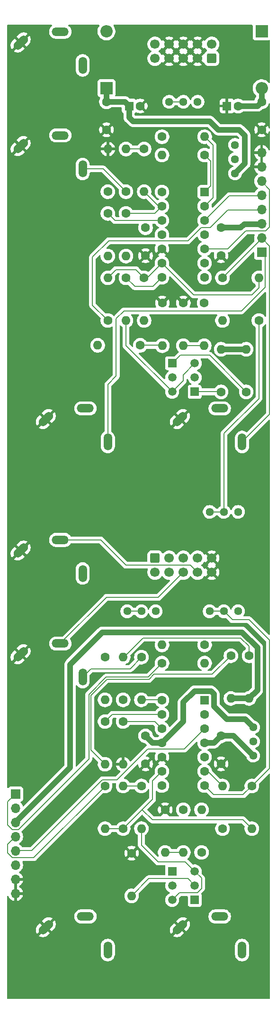
<source format=gtl>
%TF.GenerationSoftware,KiCad,Pcbnew,9.0.0*%
%TF.CreationDate,2025-03-16T11:49:47+01:00*%
%TF.ProjectId,DMH_Transistor_VCA_PCB,444d485f-5472-4616-9e73-6973746f725f,1*%
%TF.SameCoordinates,Original*%
%TF.FileFunction,Copper,L1,Top*%
%TF.FilePolarity,Positive*%
%FSLAX46Y46*%
G04 Gerber Fmt 4.6, Leading zero omitted, Abs format (unit mm)*
G04 Created by KiCad (PCBNEW 9.0.0) date 2025-03-16 11:49:47*
%MOMM*%
%LPD*%
G01*
G04 APERTURE LIST*
G04 Aperture macros list*
%AMRoundRect*
0 Rectangle with rounded corners*
0 $1 Rounding radius*
0 $2 $3 $4 $5 $6 $7 $8 $9 X,Y pos of 4 corners*
0 Add a 4 corners polygon primitive as box body*
4,1,4,$2,$3,$4,$5,$6,$7,$8,$9,$2,$3,0*
0 Add four circle primitives for the rounded corners*
1,1,$1+$1,$2,$3*
1,1,$1+$1,$4,$5*
1,1,$1+$1,$6,$7*
1,1,$1+$1,$8,$9*
0 Add four rect primitives between the rounded corners*
20,1,$1+$1,$2,$3,$4,$5,0*
20,1,$1+$1,$4,$5,$6,$7,0*
20,1,$1+$1,$6,$7,$8,$9,0*
20,1,$1+$1,$8,$9,$2,$3,0*%
%AMHorizOval*
0 Thick line with rounded ends*
0 $1 width*
0 $2 $3 position (X,Y) of the first rounded end (center of the circle)*
0 $4 $5 position (X,Y) of the second rounded end (center of the circle)*
0 Add line between two ends*
20,1,$1,$2,$3,$4,$5,0*
0 Add two circle primitives to create the rounded ends*
1,1,$1,$2,$3*
1,1,$1,$4,$5*%
G04 Aperture macros list end*
%TA.AperFunction,ComponentPad*%
%ADD10RoundRect,0.250000X0.550000X0.550000X-0.550000X0.550000X-0.550000X-0.550000X0.550000X-0.550000X0*%
%TD*%
%TA.AperFunction,ComponentPad*%
%ADD11C,1.600000*%
%TD*%
%TA.AperFunction,ComponentPad*%
%ADD12R,1.700000X1.700000*%
%TD*%
%TA.AperFunction,ComponentPad*%
%ADD13O,1.700000X1.700000*%
%TD*%
%TA.AperFunction,ComponentPad*%
%ADD14HorizOval,1.508000X-0.533159X-0.533159X0.533159X0.533159X0*%
%TD*%
%TA.AperFunction,ComponentPad*%
%ADD15O,1.508000X3.016000*%
%TD*%
%TA.AperFunction,ComponentPad*%
%ADD16O,3.016000X1.508000*%
%TD*%
%TA.AperFunction,ComponentPad*%
%ADD17O,1.600000X1.600000*%
%TD*%
%TA.AperFunction,ComponentPad*%
%ADD18R,2.200000X2.200000*%
%TD*%
%TA.AperFunction,ComponentPad*%
%ADD19O,2.200000X2.200000*%
%TD*%
%TA.AperFunction,ComponentPad*%
%ADD20R,1.600000X1.600000*%
%TD*%
%TA.AperFunction,ComponentPad*%
%ADD21R,1.500000X1.500000*%
%TD*%
%TA.AperFunction,ComponentPad*%
%ADD22C,1.500000*%
%TD*%
%TA.AperFunction,ComponentPad*%
%ADD23C,1.440000*%
%TD*%
%TA.AperFunction,ComponentPad*%
%ADD24RoundRect,0.250000X-0.600000X0.600000X-0.600000X-0.600000X0.600000X-0.600000X0.600000X0.600000X0*%
%TD*%
%TA.AperFunction,ComponentPad*%
%ADD25C,1.700000*%
%TD*%
%TA.AperFunction,ComponentPad*%
%ADD26RoundRect,0.250000X0.600000X-0.600000X0.600000X0.600000X-0.600000X0.600000X-0.600000X-0.600000X0*%
%TD*%
%TA.AperFunction,Conductor*%
%ADD27C,1.000000*%
%TD*%
%TA.AperFunction,Conductor*%
%ADD28C,0.200000*%
%TD*%
G04 APERTURE END LIST*
D10*
%TO.P,U1,1*%
%TO.N,Net-(R3-Pad1)*%
X86800000Y-72875000D03*
D11*
%TO.P,U1,2,-*%
%TO.N,Net-(U1A--)*%
X86800000Y-75415000D03*
%TO.P,U1,3,+*%
%TO.N,/Core Circuit A/CV 1 A Pot*%
X86800000Y-77955000D03*
%TO.P,U1,4,V+*%
%TO.N,+12V*%
X86800000Y-80495000D03*
%TO.P,U1,5,+*%
%TO.N,/Core Circuit A/CV 2 A Pot*%
X86800000Y-83035000D03*
%TO.P,U1,6,-*%
%TO.N,Net-(U1B--)*%
X86800000Y-85575000D03*
%TO.P,U1,7*%
%TO.N,Net-(R6-Pad1)*%
X86800000Y-88115000D03*
%TO.P,U1,8*%
%TO.N,Net-(R8-Pad2)*%
X79180000Y-88115000D03*
%TO.P,U1,9,-*%
%TO.N,Net-(U1C--)*%
X79180000Y-85575000D03*
%TO.P,U1,10,+*%
%TO.N,GND*%
X79180000Y-83035000D03*
%TO.P,U1,11,V-*%
%TO.N,-12V*%
X79180000Y-80495000D03*
%TO.P,U1,12,+*%
%TO.N,Net-(U1D-+)*%
X79180000Y-77955000D03*
%TO.P,U1,13,-*%
%TO.N,Net-(U1D--)*%
X79180000Y-75415000D03*
%TO.P,U1,14*%
%TO.N,Net-(R18-Pad1)*%
X79180000Y-72875000D03*
%TD*%
D10*
%TO.P,U2,1*%
%TO.N,Net-(R28-Pad1)*%
X86800000Y-163625000D03*
D11*
%TO.P,U2,2,-*%
%TO.N,Net-(U2A--)*%
X86800000Y-166165000D03*
%TO.P,U2,3,+*%
%TO.N,/Core Circuit B/CV 1 B Pot*%
X86800000Y-168705000D03*
%TO.P,U2,4,V+*%
%TO.N,+12V*%
X86800000Y-171245000D03*
%TO.P,U2,5,+*%
%TO.N,/Core Circuit B/CV 2 B Pot*%
X86800000Y-173785000D03*
%TO.P,U2,6,-*%
%TO.N,Net-(U2B--)*%
X86800000Y-176325000D03*
%TO.P,U2,7*%
%TO.N,Net-(R38-Pad1)*%
X86800000Y-178865000D03*
%TO.P,U2,8*%
%TO.N,Net-(R39-Pad1)*%
X79180000Y-178865000D03*
%TO.P,U2,9,-*%
%TO.N,Net-(U2C--)*%
X79180000Y-176325000D03*
%TO.P,U2,10,+*%
%TO.N,GND*%
X79180000Y-173785000D03*
%TO.P,U2,11,V-*%
%TO.N,-12V*%
X79180000Y-171245000D03*
%TO.P,U2,12,+*%
%TO.N,Net-(U2D-+)*%
X79180000Y-168705000D03*
%TO.P,U2,13,-*%
%TO.N,Net-(U2D--)*%
X79180000Y-166165000D03*
%TO.P,U2,14*%
%TO.N,Net-(R25-Pad1)*%
X79180000Y-163625000D03*
%TD*%
D12*
%TO.P,J60,1,Pin_1*%
%TO.N,/Core Circuit B/CV 1 B Input*%
X53000000Y-180375000D03*
D13*
%TO.P,J60,2,Pin_2*%
%TO.N,/Core Circuit B/CV 2 B Input*%
X53000000Y-182915000D03*
%TO.P,J60,3,Pin_3*%
%TO.N,+12V*%
X53000000Y-185455000D03*
%TO.P,J60,4,Pin_4*%
%TO.N,/Core Circuit B/Offset B Pot*%
X53000000Y-187995000D03*
%TO.P,J60,5,Pin_5*%
%TO.N,/Core Circuit B/CV 1 B Pot*%
X53000000Y-190535000D03*
%TO.P,J60,6,Pin_6*%
%TO.N,/Core Circuit B/CV 2 B Pot*%
X53000000Y-193075000D03*
%TO.P,J60,7,Pin_7*%
%TO.N,GND*%
X53000000Y-195615000D03*
%TO.P,J60,8,Pin_8*%
X53000000Y-198155000D03*
%TD*%
D14*
%TO.P,J1,S*%
%TO.N,GND*%
X53903810Y-46153810D03*
D15*
%TO.P,J1,T*%
%TO.N,/Core Circuit A/Input A*%
X65000000Y-50250000D03*
D16*
%TO.P,J1,TN*%
%TO.N,Net-(J200-Pin_1)*%
X61000000Y-44250000D03*
%TD*%
D14*
%TO.P,J3,S*%
%TO.N,GND*%
X58403810Y-113403810D03*
D15*
%TO.P,J3,T*%
%TO.N,/Core Circuit A/CV 1 A Input*%
X69500000Y-117500000D03*
D16*
%TO.P,J3,TN*%
%TO.N,Net-(J200-Pin_3)*%
X65500000Y-111500000D03*
%TD*%
D14*
%TO.P,J5,S*%
%TO.N,GND*%
X53903810Y-136903810D03*
D15*
%TO.P,J5,T*%
%TO.N,/Core Circuit B/Input B*%
X65000000Y-141000000D03*
D16*
%TO.P,J5,TN*%
%TO.N,Net-(J200-Pin_9)*%
X61000000Y-135000000D03*
%TD*%
D12*
%TO.P,J50,1,Pin_1*%
%TO.N,/Core Circuit A/CV 1 A Input*%
X97000000Y-83620000D03*
D13*
%TO.P,J50,2,Pin_2*%
%TO.N,/Core Circuit A/CV 2 A Input*%
X97000000Y-81080000D03*
%TO.P,J50,3,Pin_3*%
%TO.N,+12V*%
X97000000Y-78540000D03*
%TO.P,J50,4,Pin_4*%
%TO.N,/Core Circuit A/Offset A Pot*%
X97000000Y-76000000D03*
%TO.P,J50,5,Pin_5*%
%TO.N,/Core Circuit A/CV 1 A Pot*%
X97000000Y-73460000D03*
%TO.P,J50,6,Pin_6*%
%TO.N,/Core Circuit A/CV 2 A Pot*%
X97000000Y-70920000D03*
%TO.P,J50,7,Pin_7*%
%TO.N,GND*%
X97000000Y-68380000D03*
%TO.P,J50,8,Pin_8*%
X97000000Y-65840000D03*
%TD*%
D14*
%TO.P,J7,S*%
%TO.N,GND*%
X58403810Y-204153810D03*
D15*
%TO.P,J7,T*%
%TO.N,/Core Circuit B/CV 1 B Input*%
X69500000Y-208250000D03*
D16*
%TO.P,J7,TN*%
%TO.N,Net-(J200-Pin_7)*%
X65500000Y-202250000D03*
%TD*%
D14*
%TO.P,J6,S*%
%TO.N,GND*%
X53903810Y-155403810D03*
D15*
%TO.P,J6,T*%
%TO.N,/Core Circuit B/Output B*%
X65000000Y-159500000D03*
D16*
%TO.P,J6,TN*%
%TO.N,Net-(J200-Pin_8)*%
X61000000Y-153500000D03*
%TD*%
D14*
%TO.P,J8,S*%
%TO.N,GND*%
X82403810Y-204153810D03*
D15*
%TO.P,J8,T*%
%TO.N,/Core Circuit B/CV 2 B Input*%
X93500000Y-208250000D03*
D16*
%TO.P,J8,TN*%
%TO.N,Net-(J200-Pin_6)*%
X89500000Y-202250000D03*
%TD*%
D14*
%TO.P,J2,S*%
%TO.N,GND*%
X53903810Y-64653810D03*
D15*
%TO.P,J2,T*%
%TO.N,/Core Circuit A/Output A*%
X65000000Y-68750000D03*
D16*
%TO.P,J2,TN*%
%TO.N,Net-(J200-Pin_2)*%
X61000000Y-62750000D03*
%TD*%
D14*
%TO.P,J4,S*%
%TO.N,GND*%
X82403810Y-113403810D03*
D15*
%TO.P,J4,T*%
%TO.N,/Core Circuit A/CV 2 A Input*%
X93500000Y-117500000D03*
D16*
%TO.P,J4,TN*%
%TO.N,Net-(J200-Pin_4)*%
X89500000Y-111500000D03*
%TD*%
D11*
%TO.P,R26,1*%
%TO.N,Net-(U2D--)*%
X69000000Y-167440000D03*
D17*
%TO.P,R26,2*%
%TO.N,Net-(Q3-C)*%
X69000000Y-175060000D03*
%TD*%
D18*
%TO.P,D2,1,K*%
%TO.N,Net-(D2-K)*%
X97000000Y-44170000D03*
D19*
%TO.P,D2,2,A*%
%TO.N,-12V*%
X97000000Y-54330000D03*
%TD*%
D20*
%TO.P,C2,1*%
%TO.N,GND*%
X90794888Y-57500000D03*
D11*
%TO.P,C2,2*%
%TO.N,-12V*%
X92794888Y-57500000D03*
%TD*%
D18*
%TO.P,D1,1,K*%
%TO.N,+12V*%
X69250000Y-54330000D03*
D19*
%TO.P,D1,2,A*%
%TO.N,Net-(D1-A)*%
X69250000Y-44170000D03*
%TD*%
D11*
%TO.P,R17,1*%
%TO.N,Net-(U1D-+)*%
X69500000Y-76690000D03*
D17*
%TO.P,R17,2*%
%TO.N,Net-(Q2-C)*%
X69500000Y-84310000D03*
%TD*%
D11*
%TO.P,R3,1*%
%TO.N,Net-(R3-Pad1)*%
X86810000Y-66250000D03*
D17*
%TO.P,R3,2*%
%TO.N,Net-(U1C--)*%
X79190000Y-66250000D03*
%TD*%
D11*
%TO.P,R25,1*%
%TO.N,Net-(R25-Pad1)*%
X69000000Y-155940000D03*
D17*
%TO.P,R25,2*%
%TO.N,Net-(U2D--)*%
X69000000Y-163560000D03*
%TD*%
D11*
%TO.P,C6,1*%
%TO.N,GND*%
X76250000Y-84250000D03*
%TO.P,C6,2*%
%TO.N,-12V*%
X76250000Y-79250000D03*
%TD*%
%TO.P,R1,1*%
%TO.N,/Core Circuit A/CV 1 A Input*%
X79190000Y-63000000D03*
D17*
%TO.P,R1,2*%
%TO.N,Net-(U1A--)*%
X86810000Y-63000000D03*
%TD*%
D21*
%TO.P,Q1,1,C*%
%TO.N,Net-(Q1-C)*%
X81000000Y-103460000D03*
D22*
%TO.P,Q1,2,B*%
%TO.N,Net-(Q1-B)*%
X81000000Y-106000000D03*
%TO.P,Q1,3,E*%
%TO.N,Net-(Q1-E)*%
X81000000Y-108540000D03*
%TD*%
D11*
%TO.P,R32,1*%
%TO.N,/Core Circuit B/CV 2 B Input*%
X90000000Y-186560000D03*
D17*
%TO.P,R32,2*%
%TO.N,Net-(U2B--)*%
X90000000Y-178940000D03*
%TD*%
D21*
%TO.P,Q2,1,C*%
%TO.N,Net-(Q2-C)*%
X85050000Y-108550000D03*
D22*
%TO.P,Q2,2,B*%
%TO.N,Net-(Q2-B)*%
X85050000Y-106010000D03*
%TO.P,Q2,3,E*%
%TO.N,Net-(Q1-E)*%
X85050000Y-103470000D03*
%TD*%
D11*
%TO.P,C3,1*%
%TO.N,+12V*%
X69250000Y-56750000D03*
%TO.P,C3,2*%
%TO.N,GND*%
X69250000Y-61750000D03*
%TD*%
%TO.P,R12,1*%
%TO.N,Net-(R12-Pad1)*%
X86750000Y-92690000D03*
D17*
%TO.P,R12,2*%
%TO.N,Net-(Q2-B)*%
X86750000Y-100310000D03*
%TD*%
D11*
%TO.P,R42,1*%
%TO.N,/Core Circuit B/Offset B Pot*%
X69000000Y-178940000D03*
D17*
%TO.P,R42,2*%
%TO.N,Net-(U2C--)*%
X69000000Y-186560000D03*
%TD*%
D23*
%TO.P,RV8,1,1*%
%TO.N,-12V*%
X95500000Y-168460000D03*
%TO.P,RV8,2,2*%
%TO.N,Net-(R34-Pad1)*%
X95500000Y-171000000D03*
%TO.P,RV8,3,3*%
%TO.N,+12V*%
X95500000Y-173540000D03*
%TD*%
D11*
%TO.P,C7,1*%
%TO.N,+12V*%
X89750000Y-170000000D03*
%TO.P,C7,2*%
%TO.N,GND*%
X89750000Y-175000000D03*
%TD*%
%TO.P,R41,1*%
%TO.N,Net-(U2C--)*%
X72250000Y-186560000D03*
D17*
%TO.P,R41,2*%
%TO.N,Net-(R39-Pad1)*%
X72250000Y-178940000D03*
%TD*%
D11*
%TO.P,C4,1*%
%TO.N,GND*%
X97000000Y-61750000D03*
%TO.P,C4,2*%
%TO.N,-12V*%
X97000000Y-56750000D03*
%TD*%
%TO.P,R35,1*%
%TO.N,GND*%
X73750000Y-190940000D03*
D17*
%TO.P,R35,2*%
%TO.N,Net-(Q3-B)*%
X73750000Y-198560000D03*
%TD*%
D11*
%TO.P,C8,1*%
%TO.N,GND*%
X76250000Y-175000000D03*
%TO.P,C8,2*%
%TO.N,-12V*%
X76250000Y-170000000D03*
%TD*%
%TO.P,R30,1*%
%TO.N,Net-(U2D-+)*%
X72250000Y-163560000D03*
D17*
%TO.P,R30,2*%
%TO.N,Net-(Q4-C)*%
X72250000Y-155940000D03*
%TD*%
D11*
%TO.P,R36,1*%
%TO.N,GND*%
X79750000Y-183190000D03*
D17*
%TO.P,R36,2*%
%TO.N,Net-(Q4-B)*%
X79750000Y-190810000D03*
%TD*%
D21*
%TO.P,Q3,1,C*%
%TO.N,Net-(Q3-C)*%
X85050000Y-199290000D03*
D22*
%TO.P,Q3,2,B*%
%TO.N,Net-(Q3-B)*%
X85050000Y-196750000D03*
%TO.P,Q3,3,E*%
%TO.N,Net-(Q3-E)*%
X85050000Y-194210000D03*
%TD*%
D11*
%TO.P,R38,1*%
%TO.N,Net-(R38-Pad1)*%
X95250000Y-178940000D03*
D17*
%TO.P,R38,2*%
%TO.N,Net-(U2C--)*%
X95250000Y-186560000D03*
%TD*%
D23*
%TO.P,RV10,1,1*%
%TO.N,Net-(U1B--)*%
X92800000Y-130000000D03*
%TO.P,RV10,2,2*%
%TO.N,Net-(R6-Pad1)*%
X90260000Y-130000000D03*
%TO.P,RV10,3,3*%
X87720000Y-130000000D03*
%TD*%
D11*
%TO.P,R15,1*%
%TO.N,Net-(Q2-C)*%
X89750000Y-108560000D03*
D17*
%TO.P,R15,2*%
%TO.N,+12V*%
X89750000Y-100940000D03*
%TD*%
D11*
%TO.P,R4,1*%
%TO.N,/Core Circuit A/CV 2 A Input*%
X90000000Y-88190000D03*
D17*
%TO.P,R4,2*%
%TO.N,Net-(U1B--)*%
X90000000Y-95810000D03*
%TD*%
D23*
%TO.P,RV12,1,1*%
%TO.N,Net-(U2B--)*%
X92790000Y-147750000D03*
%TO.P,RV12,2,2*%
%TO.N,Net-(R38-Pad1)*%
X90250000Y-147750000D03*
%TO.P,RV12,3,3*%
X87710000Y-147750000D03*
%TD*%
D11*
%TO.P,R31,1*%
%TO.N,Net-(U2D-+)*%
X72250000Y-167440000D03*
D17*
%TO.P,R31,2*%
%TO.N,GND*%
X72250000Y-175060000D03*
%TD*%
D11*
%TO.P,C5,1*%
%TO.N,+12V*%
X89750000Y-79250000D03*
%TO.P,C5,2*%
%TO.N,GND*%
X89750000Y-84250000D03*
%TD*%
D20*
%TO.P,C1,1*%
%TO.N,+12V*%
X73294888Y-57500000D03*
D11*
%TO.P,C1,2*%
%TO.N,GND*%
X75294888Y-57500000D03*
%TD*%
%TO.P,R39,1*%
%TO.N,Net-(R39-Pad1)*%
X75500000Y-178940000D03*
D17*
%TO.P,R39,2*%
%TO.N,Net-(Q3-E)*%
X75500000Y-186560000D03*
%TD*%
D11*
%TO.P,R7,1*%
%TO.N,/Core Circuit A/Offset A Pot*%
X69500000Y-95810000D03*
D17*
%TO.P,R7,2*%
%TO.N,Net-(U1C--)*%
X69500000Y-88190000D03*
%TD*%
D11*
%TO.P,R16,1*%
%TO.N,Net-(U1D--)*%
X72750000Y-76690000D03*
D17*
%TO.P,R16,2*%
%TO.N,Net-(Q1-C)*%
X72750000Y-84310000D03*
%TD*%
D23*
%TO.P,RV7,1,1*%
%TO.N,-12V*%
X92250000Y-64450000D03*
%TO.P,RV7,2,2*%
%TO.N,Net-(R12-Pad1)*%
X92250000Y-66990000D03*
%TO.P,RV7,3,3*%
%TO.N,+12V*%
X92250000Y-69530000D03*
%TD*%
%TO.P,RV9,1,1*%
%TO.N,Net-(U1A--)*%
X85540000Y-56750000D03*
%TO.P,RV9,2,2*%
%TO.N,Net-(R3-Pad1)*%
X83000000Y-56750000D03*
%TO.P,RV9,3,3*%
X80460000Y-56750000D03*
%TD*%
D11*
%TO.P,R22,1*%
%TO.N,Net-(Q3-C)*%
X91500000Y-155690000D03*
D17*
%TO.P,R22,2*%
%TO.N,+12V*%
X91500000Y-163310000D03*
%TD*%
D11*
%TO.P,R20,1*%
%TO.N,/Core Circuit A/Output A*%
X72750000Y-72810000D03*
D17*
%TO.P,R20,2*%
%TO.N,Net-(R18-Pad1)*%
X72750000Y-65190000D03*
%TD*%
D11*
%TO.P,R6,1*%
%TO.N,Net-(R6-Pad1)*%
X96500000Y-95810000D03*
D17*
%TO.P,R6,2*%
%TO.N,Net-(U1C--)*%
X96500000Y-88190000D03*
%TD*%
D11*
%TO.P,R23,1*%
%TO.N,Net-(Q4-C)*%
X94750000Y-155690000D03*
D17*
%TO.P,R23,2*%
%TO.N,+12V*%
X94750000Y-163310000D03*
%TD*%
D24*
%TO.P,J200,1,Pin_1*%
%TO.N,Net-(J200-Pin_1)*%
X77920000Y-138247500D03*
D25*
%TO.P,J200,2,Pin_2*%
%TO.N,Net-(J200-Pin_2)*%
X80460000Y-138247500D03*
%TO.P,J200,3,Pin_3*%
%TO.N,Net-(J200-Pin_3)*%
X83000000Y-138247500D03*
%TO.P,J200,4,Pin_4*%
%TO.N,Net-(J200-Pin_4)*%
X85540000Y-138247500D03*
%TO.P,J200,5,Pin_5*%
%TO.N,GND*%
X88080000Y-138247500D03*
%TO.P,J200,6,Pin_6*%
%TO.N,Net-(J200-Pin_6)*%
X77920000Y-140787500D03*
%TO.P,J200,7,Pin_7*%
%TO.N,Net-(J200-Pin_7)*%
X80460000Y-140787500D03*
%TO.P,J200,8,Pin_8*%
%TO.N,Net-(J200-Pin_8)*%
X83000000Y-140787500D03*
%TO.P,J200,9,Pin_9*%
%TO.N,Net-(J200-Pin_9)*%
X85540000Y-140787500D03*
%TO.P,J200,10,Pin_10*%
%TO.N,GND*%
X88080000Y-140787500D03*
%TD*%
D11*
%TO.P,R9,1*%
%TO.N,Net-(R8-Pad2)*%
X72750000Y-88190000D03*
D17*
%TO.P,R9,2*%
%TO.N,Net-(Q1-E)*%
X72750000Y-95810000D03*
%TD*%
D11*
%TO.P,R10,1*%
%TO.N,GND*%
X79250000Y-92690000D03*
D17*
%TO.P,R10,2*%
%TO.N,Net-(Q1-B)*%
X79250000Y-100310000D03*
%TD*%
D11*
%TO.P,R13,1*%
%TO.N,GND*%
X83000000Y-92690000D03*
D17*
%TO.P,R13,2*%
%TO.N,Net-(Q2-B)*%
X83000000Y-100310000D03*
%TD*%
D11*
%TO.P,R19,1*%
%TO.N,Net-(U1D-+)*%
X69500000Y-72810000D03*
D17*
%TO.P,R19,2*%
%TO.N,GND*%
X69500000Y-65190000D03*
%TD*%
D11*
%TO.P,R14,1*%
%TO.N,Net-(Q1-C)*%
X94250000Y-108560000D03*
D17*
%TO.P,R14,2*%
%TO.N,+12V*%
X94250000Y-100940000D03*
%TD*%
D11*
%TO.P,R24,1*%
%TO.N,/Core Circuit B/CV 1 B Input*%
X79190000Y-157000000D03*
D17*
%TO.P,R24,2*%
%TO.N,Net-(U2A--)*%
X86810000Y-157000000D03*
%TD*%
D11*
%TO.P,R34,1*%
%TO.N,Net-(R34-Pad1)*%
X83000000Y-183190000D03*
D17*
%TO.P,R34,2*%
%TO.N,Net-(Q4-B)*%
X83000000Y-190810000D03*
%TD*%
D11*
%TO.P,R11,1*%
%TO.N,Net-(Q1-B)*%
X75310000Y-100250000D03*
D17*
%TO.P,R11,2*%
%TO.N,/Core Circuit A/Input A*%
X67690000Y-100250000D03*
%TD*%
D23*
%TO.P,RV11,1,1*%
%TO.N,Net-(U2A--)*%
X78040000Y-147750000D03*
%TO.P,RV11,2,2*%
%TO.N,Net-(R28-Pad1)*%
X75500000Y-147750000D03*
%TO.P,RV11,3,3*%
X72960000Y-147750000D03*
%TD*%
D11*
%TO.P,R33,1*%
%TO.N,Net-(Q3-B)*%
X86250000Y-190810000D03*
D17*
%TO.P,R33,2*%
%TO.N,/Core Circuit B/Input B*%
X86250000Y-183190000D03*
%TD*%
D11*
%TO.P,R8,1*%
%TO.N,Net-(U1C--)*%
X76000000Y-88190000D03*
D17*
%TO.P,R8,2*%
%TO.N,Net-(R8-Pad2)*%
X76000000Y-95810000D03*
%TD*%
D26*
%TO.P,J100,1a,Pin_1a*%
%TO.N,Net-(D2-K)*%
X88080000Y-49002500D03*
D25*
%TO.P,J100,1b,Pin_1b*%
X88080000Y-46462500D03*
%TO.P,J100,2a,Pin_2a*%
%TO.N,GND*%
X85540000Y-49002500D03*
%TO.P,J100,2b,Pin_2b*%
X85540000Y-46462500D03*
%TO.P,J100,3a,Pin_3a*%
X83000000Y-49002500D03*
%TO.P,J100,3b,Pin_3b*%
X83000000Y-46462500D03*
%TO.P,J100,4a,Pin_4a*%
X80460000Y-49002500D03*
%TO.P,J100,4b,Pin_4b*%
X80460000Y-46462500D03*
%TO.P,J100,5a,Pin_5a*%
%TO.N,Net-(D1-A)*%
X77920000Y-49002500D03*
%TO.P,J100,5b,Pin_5b*%
X77920000Y-46462500D03*
%TD*%
D11*
%TO.P,R29,1*%
%TO.N,/Core Circuit B/Output B*%
X75500000Y-155940000D03*
D17*
%TO.P,R29,2*%
%TO.N,Net-(R25-Pad1)*%
X75500000Y-163560000D03*
%TD*%
D21*
%TO.P,Q4,1,C*%
%TO.N,Net-(Q4-C)*%
X81000000Y-194210000D03*
D22*
%TO.P,Q4,2,B*%
%TO.N,Net-(Q4-B)*%
X81000000Y-196750000D03*
%TO.P,Q4,3,E*%
%TO.N,Net-(Q3-E)*%
X81000000Y-199290000D03*
%TD*%
D11*
%TO.P,R28,1*%
%TO.N,Net-(R28-Pad1)*%
X86810000Y-153750000D03*
D17*
%TO.P,R28,2*%
%TO.N,Net-(U2C--)*%
X79190000Y-153750000D03*
%TD*%
D11*
%TO.P,R18,1*%
%TO.N,Net-(R18-Pad1)*%
X76000000Y-65190000D03*
D17*
%TO.P,R18,2*%
%TO.N,Net-(U1D--)*%
X76000000Y-72810000D03*
%TD*%
D27*
%TO.N,+12V*%
X89750000Y-100940000D02*
X94250000Y-100940000D01*
X62750000Y-175675000D02*
X62750000Y-157250000D01*
X69250000Y-56750000D02*
X72544888Y-56750000D01*
X93880000Y-78620000D02*
X97000000Y-78620000D01*
X53000000Y-185425000D02*
X62750000Y-175675000D01*
X96250000Y-161810000D02*
X94750000Y-163310000D01*
X93250000Y-79250000D02*
X93880000Y-78620000D01*
X72544888Y-56750000D02*
X73294888Y-57500000D01*
X94000000Y-62750000D02*
X94000000Y-67780000D01*
X69250000Y-54330000D02*
X69250000Y-56750000D01*
X93000000Y-61750000D02*
X94000000Y-62750000D01*
X73294888Y-57500000D02*
X73294888Y-59544888D01*
X89750000Y-79250000D02*
X93250000Y-79250000D01*
X91960000Y-170000000D02*
X95500000Y-173540000D01*
X94750000Y-163310000D02*
X91500000Y-163310000D01*
X62750000Y-157250000D02*
X68500000Y-151500000D01*
X88505000Y-171245000D02*
X89750000Y-170000000D01*
X87750000Y-60250000D02*
X89250000Y-61750000D01*
X89250000Y-61750000D02*
X93000000Y-61750000D01*
X94000000Y-67780000D02*
X92250000Y-69530000D01*
X74000000Y-60250000D02*
X87750000Y-60250000D01*
X96250000Y-154250000D02*
X96250000Y-161810000D01*
X86800000Y-171245000D02*
X88505000Y-171245000D01*
X89750000Y-170000000D02*
X91960000Y-170000000D01*
X93500000Y-151500000D02*
X96250000Y-154250000D01*
X68500000Y-151500000D02*
X93500000Y-151500000D01*
X73294888Y-59544888D02*
X74000000Y-60250000D01*
%TO.N,-12V*%
X83000000Y-167425000D02*
X83000000Y-164000000D01*
X85000000Y-162000000D02*
X87962500Y-162000000D01*
X97000000Y-56750000D02*
X97000000Y-54330000D01*
X94040000Y-167000000D02*
X95500000Y-168460000D01*
X79180000Y-171245000D02*
X83000000Y-167425000D01*
X90750000Y-167000000D02*
X94040000Y-167000000D01*
X87962500Y-162000000D02*
X88462500Y-162500000D01*
X88462500Y-162500000D02*
X88462500Y-164712500D01*
X83000000Y-164000000D02*
X85000000Y-162000000D01*
X88462500Y-164712500D02*
X90750000Y-167000000D01*
X77495000Y-171245000D02*
X76250000Y-170000000D01*
X79180000Y-171245000D02*
X77495000Y-171245000D01*
X92794888Y-57500000D02*
X96250000Y-57500000D01*
X96250000Y-57500000D02*
X97000000Y-56750000D01*
D28*
%TO.N,/Core Circuit A/Output A*%
X65000000Y-68750000D02*
X68690000Y-68750000D01*
X68690000Y-68750000D02*
X72750000Y-72810000D01*
%TO.N,/Core Circuit A/CV 1 A Input*%
X72400000Y-94100000D02*
X71000000Y-95500000D01*
X97600000Y-89900000D02*
X93400000Y-94100000D01*
X71000000Y-95500000D02*
X71000000Y-105750000D01*
X97600000Y-84220000D02*
X97600000Y-89900000D01*
X93400000Y-94100000D02*
X72400000Y-94100000D01*
X71000000Y-105750000D02*
X69500000Y-107250000D01*
X69500000Y-107250000D02*
X69500000Y-117500000D01*
X97000000Y-83620000D02*
X97600000Y-84220000D01*
%TO.N,/Core Circuit A/CV 2 A Input*%
X98400000Y-112600000D02*
X98400000Y-82480000D01*
X89415000Y-88190000D02*
X90000000Y-88190000D01*
X93500000Y-117500000D02*
X98400000Y-112600000D01*
X98400000Y-82480000D02*
X97202843Y-81282843D01*
X90000000Y-88190000D02*
X97000000Y-81190000D01*
X97000000Y-81190000D02*
X97000000Y-81080000D01*
%TO.N,Net-(J200-Pin_9)*%
X84252500Y-139500000D02*
X85540000Y-140787500D01*
X68250000Y-135000000D02*
X72750000Y-139500000D01*
X61000000Y-135000000D02*
X68250000Y-135000000D01*
X72750000Y-139500000D02*
X84252500Y-139500000D01*
%TO.N,/Core Circuit B/Output B*%
X66500000Y-158000000D02*
X73500000Y-158000000D01*
X65000000Y-159500000D02*
X66500000Y-158000000D01*
X73500000Y-158000000D02*
X75560000Y-155940000D01*
X75560000Y-155940000D02*
X76000000Y-155940000D01*
%TO.N,Net-(J200-Pin_8)*%
X78537500Y-145250000D02*
X83000000Y-140787500D01*
X61000000Y-153500000D02*
X69250000Y-145250000D01*
X69250000Y-145250000D02*
X78537500Y-145250000D01*
%TO.N,/Core Circuit B/CV 1 B Input*%
X76690000Y-159500000D02*
X79190000Y-157000000D01*
X51600000Y-185921346D02*
X52428654Y-186750000D01*
X66100000Y-174150000D02*
X66100000Y-162584314D01*
X53000000Y-180375000D02*
X51600000Y-181775000D01*
X52428654Y-186750000D02*
X53500000Y-186750000D01*
X69184314Y-159500000D02*
X76690000Y-159500000D01*
X51600000Y-181775000D02*
X51600000Y-185921346D01*
X53500000Y-186750000D02*
X66100000Y-174150000D01*
X66100000Y-162584314D02*
X69184314Y-159500000D01*
%TO.N,/Core Circuit A/CV 2 A Pot*%
X98400000Y-72400000D02*
X97000000Y-71000000D01*
X97700000Y-79800000D02*
X98400000Y-79100000D01*
X86800000Y-83035000D02*
X90965000Y-83035000D01*
X94200000Y-79800000D02*
X97700000Y-79800000D01*
X98400000Y-79100000D02*
X98400000Y-72400000D01*
X90965000Y-83035000D02*
X94200000Y-79800000D01*
%TO.N,/Core Circuit A/Offset A Pot*%
X83805000Y-81595000D02*
X69655000Y-81595000D01*
X87800000Y-79200000D02*
X86200000Y-79200000D01*
X90920000Y-76080000D02*
X87800000Y-79200000D01*
X69655000Y-81595000D02*
X66750000Y-84500000D01*
X66750000Y-84500000D02*
X66750000Y-93060000D01*
X97000000Y-76080000D02*
X90920000Y-76080000D01*
X86200000Y-79200000D02*
X83805000Y-81595000D01*
X66750000Y-93060000D02*
X69500000Y-95810000D01*
%TO.N,/Core Circuit A/CV 1 A Pot*%
X86800000Y-77950000D02*
X86800000Y-77955000D01*
X91210000Y-73540000D02*
X86800000Y-77950000D01*
X97000000Y-73540000D02*
X91210000Y-73540000D01*
%TO.N,/Core Circuit B/Offset B Pot*%
X51600000Y-189365000D02*
X51600000Y-190926346D01*
X56250000Y-191750000D02*
X69060000Y-178940000D01*
X51600000Y-190926346D02*
X52423654Y-191750000D01*
X53000000Y-187965000D02*
X51600000Y-189365000D01*
X52423654Y-191750000D02*
X56250000Y-191750000D01*
X69060000Y-178940000D02*
X69500000Y-178940000D01*
%TO.N,/Core Circuit B/CV 1 B Pot*%
X71160000Y-177840000D02*
X76655000Y-172345000D01*
X76655000Y-172345000D02*
X83160000Y-172345000D01*
X55879365Y-190505000D02*
X68544365Y-177840000D01*
X53000000Y-190505000D02*
X55879365Y-190505000D01*
X68544365Y-177840000D02*
X71160000Y-177840000D01*
X83160000Y-172345000D02*
X86800000Y-168705000D01*
%TO.N,Net-(Q1-C)*%
X87690000Y-102000000D02*
X94250000Y-108560000D01*
X81000000Y-103460000D02*
X81040000Y-103460000D01*
X82500000Y-102000000D02*
X87690000Y-102000000D01*
X81040000Y-103460000D02*
X82500000Y-102000000D01*
%TO.N,Net-(Q1-E)*%
X83000000Y-106540000D02*
X83000000Y-105520000D01*
X72750000Y-100290000D02*
X72750000Y-95810000D01*
X81000000Y-108540000D02*
X72750000Y-100290000D01*
X81000000Y-108540000D02*
X83000000Y-106540000D01*
X83000000Y-105520000D02*
X85050000Y-103470000D01*
%TO.N,Net-(Q1-B)*%
X75310000Y-100250000D02*
X79190000Y-100250000D01*
X79190000Y-100250000D02*
X79250000Y-100310000D01*
%TO.N,Net-(Q2-B)*%
X83000000Y-100310000D02*
X86750000Y-100310000D01*
%TO.N,Net-(Q2-C)*%
X85050000Y-108550000D02*
X89740000Y-108550000D01*
X89740000Y-108550000D02*
X89750000Y-108560000D01*
%TO.N,Net-(Q3-B)*%
X83800000Y-195500000D02*
X85050000Y-196750000D01*
X73750000Y-198560000D02*
X76810000Y-195500000D01*
X76810000Y-195500000D02*
X83800000Y-195500000D01*
%TO.N,Net-(Q3-C)*%
X69000000Y-175060000D02*
X66500000Y-172560000D01*
X76855686Y-159900000D02*
X77755686Y-159000000D01*
X77755686Y-159000000D02*
X88190000Y-159000000D01*
X66500000Y-162750000D02*
X69350000Y-159900000D01*
X66500000Y-172560000D02*
X66500000Y-162750000D01*
X69350000Y-159900000D02*
X76855686Y-159900000D01*
X88190000Y-159000000D02*
X91500000Y-155690000D01*
%TO.N,Net-(Q3-E)*%
X86250000Y-195410000D02*
X85050000Y-194210000D01*
X76000000Y-186560000D02*
X75500000Y-187060000D01*
X85517463Y-198000000D02*
X86250000Y-197267463D01*
X81025686Y-199290000D02*
X82315686Y-198000000D01*
X86250000Y-197267463D02*
X86250000Y-195410000D01*
X81000000Y-199290000D02*
X81025686Y-199290000D01*
X75500000Y-189500000D02*
X78500000Y-192500000D01*
X82315686Y-198000000D02*
X85517463Y-198000000D01*
X75500000Y-187060000D02*
X75500000Y-189500000D01*
X83340000Y-192500000D02*
X85050000Y-194210000D01*
X78500000Y-192500000D02*
X83340000Y-192500000D01*
%TO.N,Net-(Q4-B)*%
X79750000Y-190810000D02*
X83000000Y-190810000D01*
%TO.N,Net-(Q4-C)*%
X72750000Y-155940000D02*
X72530000Y-155720000D01*
X94750000Y-154000000D02*
X94750000Y-155690000D01*
X93250000Y-152500000D02*
X94750000Y-154000000D01*
X72530000Y-155720000D02*
X75750000Y-152500000D01*
X75750000Y-152500000D02*
X93250000Y-152500000D01*
%TO.N,Net-(U1A--)*%
X88310000Y-73905000D02*
X88310000Y-64500000D01*
X88310000Y-64500000D02*
X86810000Y-63000000D01*
X86800000Y-75415000D02*
X88310000Y-73905000D01*
%TO.N,Net-(R3-Pad1)*%
X80460000Y-56750000D02*
X83000000Y-56750000D01*
X87910000Y-67350000D02*
X86810000Y-66250000D01*
X86800000Y-72875000D02*
X87910000Y-71765000D01*
X87910000Y-71765000D02*
X87910000Y-67350000D01*
%TO.N,Net-(U1C--)*%
X70940000Y-86750000D02*
X69500000Y-88190000D01*
X76000000Y-88190000D02*
X74560000Y-86750000D01*
X74560000Y-86750000D02*
X70940000Y-86750000D01*
X76565000Y-88190000D02*
X76000000Y-88190000D01*
X79180000Y-85575000D02*
X76565000Y-88190000D01*
X95250000Y-91250000D02*
X84855000Y-91250000D01*
X84855000Y-91250000D02*
X79180000Y-85575000D01*
X96500000Y-90000000D02*
X95250000Y-91250000D01*
X96500000Y-88190000D02*
X96500000Y-90000000D01*
%TO.N,Net-(R6-Pad1)*%
X90260000Y-130000000D02*
X90260000Y-115990000D01*
X96500000Y-109750000D02*
X96500000Y-95810000D01*
X90260000Y-115990000D02*
X96500000Y-109750000D01*
X87720000Y-130000000D02*
X90260000Y-130000000D01*
%TO.N,Net-(R8-Pad2)*%
X77545000Y-89750000D02*
X79180000Y-88115000D01*
X72750000Y-88190000D02*
X74310000Y-89750000D01*
X74310000Y-89750000D02*
X77545000Y-89750000D01*
%TO.N,Net-(U1D--)*%
X78605000Y-75415000D02*
X79180000Y-75415000D01*
X72750000Y-76690000D02*
X77905000Y-76690000D01*
X76000000Y-73440000D02*
X76000000Y-72810000D01*
X76000000Y-72810000D02*
X78605000Y-75415000D01*
X77905000Y-76690000D02*
X79180000Y-75415000D01*
%TO.N,Net-(U1D-+)*%
X69500000Y-76690000D02*
X70765000Y-77955000D01*
X70765000Y-77955000D02*
X79180000Y-77955000D01*
%TO.N,Net-(R18-Pad1)*%
X72750000Y-65190000D02*
X76000000Y-65190000D01*
%TO.N,Net-(R28-Pad1)*%
X75500000Y-147750000D02*
X72960000Y-147750000D01*
%TO.N,Net-(U2D--)*%
X70275000Y-166165000D02*
X69000000Y-167440000D01*
X79180000Y-166165000D02*
X70275000Y-166165000D01*
%TO.N,Net-(R25-Pad1)*%
X79115000Y-163560000D02*
X79180000Y-163625000D01*
X76000000Y-163560000D02*
X79115000Y-163560000D01*
%TO.N,Net-(U2C--)*%
X69000000Y-186560000D02*
X72250000Y-186560000D01*
X95250000Y-186560000D02*
X93690000Y-185000000D01*
X75655000Y-183155000D02*
X72250000Y-186560000D01*
X77500000Y-185000000D02*
X75655000Y-183155000D01*
X72250000Y-186560000D02*
X77500000Y-181310000D01*
X93690000Y-185000000D02*
X77500000Y-185000000D01*
X77500000Y-178005000D02*
X79180000Y-176325000D01*
X77500000Y-181310000D02*
X77500000Y-178005000D01*
%TO.N,Net-(U2D-+)*%
X72750000Y-167440000D02*
X77915000Y-167440000D01*
X77915000Y-167440000D02*
X79180000Y-168705000D01*
%TO.N,Net-(U2B--)*%
X87385000Y-176325000D02*
X86800000Y-176325000D01*
X90000000Y-178940000D02*
X87385000Y-176325000D01*
%TO.N,Net-(R38-Pad1)*%
X93690000Y-180500000D02*
X95250000Y-178940000D01*
X86800000Y-178865000D02*
X88435000Y-180500000D01*
X90250000Y-147750000D02*
X91750000Y-149250000D01*
X88435000Y-180500000D02*
X93690000Y-180500000D01*
X87710000Y-147750000D02*
X90250000Y-147750000D01*
X98400000Y-152900000D02*
X98400000Y-175790000D01*
X98400000Y-175790000D02*
X95250000Y-178940000D01*
X91750000Y-149250000D02*
X94750000Y-149250000D01*
X94750000Y-149250000D02*
X98400000Y-152900000D01*
%TO.N,Net-(R39-Pad1)*%
X79105000Y-178940000D02*
X79180000Y-178865000D01*
X72750000Y-178940000D02*
X76000000Y-178940000D01*
%TD*%
%TA.AperFunction,Conductor*%
%TO.N,GND*%
G36*
X85405398Y-171036953D02*
G01*
X85418834Y-171037914D01*
X85436560Y-171051184D01*
X85456703Y-171060383D01*
X85463985Y-171071714D01*
X85474767Y-171079786D01*
X85482504Y-171100531D01*
X85494477Y-171119161D01*
X85497628Y-171141079D01*
X85499184Y-171145250D01*
X85499500Y-171154096D01*
X85499500Y-171347351D01*
X85531522Y-171549534D01*
X85594781Y-171744223D01*
X85620707Y-171795104D01*
X85665381Y-171882782D01*
X85687715Y-171926613D01*
X85808028Y-172092213D01*
X85952786Y-172236971D01*
X86105035Y-172347584D01*
X86118390Y-172357287D01*
X86209840Y-172403883D01*
X86211080Y-172404515D01*
X86261876Y-172452490D01*
X86278671Y-172520311D01*
X86256134Y-172586446D01*
X86211080Y-172625485D01*
X86118386Y-172672715D01*
X85952786Y-172793028D01*
X85808028Y-172937786D01*
X85687715Y-173103386D01*
X85594781Y-173285776D01*
X85531522Y-173480465D01*
X85499500Y-173682648D01*
X85499500Y-173887351D01*
X85531522Y-174089534D01*
X85594781Y-174284223D01*
X85642895Y-174378650D01*
X85687585Y-174466359D01*
X85687715Y-174466613D01*
X85808028Y-174632213D01*
X85952786Y-174776971D01*
X86073226Y-174864474D01*
X86118390Y-174897287D01*
X86209840Y-174943883D01*
X86211080Y-174944515D01*
X86261876Y-174992490D01*
X86278671Y-175060311D01*
X86256134Y-175126446D01*
X86211080Y-175165485D01*
X86118386Y-175212715D01*
X85952786Y-175333028D01*
X85808028Y-175477786D01*
X85687715Y-175643386D01*
X85594781Y-175825776D01*
X85531522Y-176020465D01*
X85499500Y-176222648D01*
X85499500Y-176427351D01*
X85531522Y-176629534D01*
X85594781Y-176824223D01*
X85687715Y-177006613D01*
X85808028Y-177172213D01*
X85952786Y-177316971D01*
X86087907Y-177415140D01*
X86118390Y-177437287D01*
X86209840Y-177483883D01*
X86211080Y-177484515D01*
X86261876Y-177532490D01*
X86278671Y-177600311D01*
X86256134Y-177666446D01*
X86211080Y-177705485D01*
X86118386Y-177752715D01*
X85952786Y-177873028D01*
X85808028Y-178017786D01*
X85687715Y-178183386D01*
X85594781Y-178365776D01*
X85531522Y-178560465D01*
X85499500Y-178762648D01*
X85499500Y-178967351D01*
X85531522Y-179169534D01*
X85594781Y-179364223D01*
X85687715Y-179546613D01*
X85808028Y-179712213D01*
X85952786Y-179856971D01*
X86056010Y-179931966D01*
X86118390Y-179977287D01*
X86234607Y-180036503D01*
X86300776Y-180070218D01*
X86300778Y-180070218D01*
X86300781Y-180070220D01*
X86405137Y-180104127D01*
X86495465Y-180133477D01*
X86569607Y-180145220D01*
X86697648Y-180165500D01*
X86697649Y-180165500D01*
X86902351Y-180165500D01*
X86902352Y-180165500D01*
X87104534Y-180133477D01*
X87118842Y-180128827D01*
X87188682Y-180126831D01*
X87244842Y-180159077D01*
X87950139Y-180864374D01*
X87950149Y-180864385D01*
X87954479Y-180868715D01*
X87954480Y-180868716D01*
X88066284Y-180980520D01*
X88143787Y-181025265D01*
X88153095Y-181030639D01*
X88153097Y-181030641D01*
X88191151Y-181052611D01*
X88203215Y-181059577D01*
X88355943Y-181100500D01*
X93603331Y-181100500D01*
X93603347Y-181100501D01*
X93610943Y-181100501D01*
X93769054Y-181100501D01*
X93769057Y-181100501D01*
X93921785Y-181059577D01*
X93971904Y-181030639D01*
X94058716Y-180980520D01*
X94170520Y-180868716D01*
X94170520Y-180868714D01*
X94180728Y-180858507D01*
X94180730Y-180858504D01*
X94805158Y-180234075D01*
X94866479Y-180200592D01*
X94931151Y-180203825D01*
X94945466Y-180208477D01*
X94945471Y-180208477D01*
X94945472Y-180208478D01*
X94993744Y-180216123D01*
X95147648Y-180240500D01*
X95147649Y-180240500D01*
X95352351Y-180240500D01*
X95352352Y-180240500D01*
X95554534Y-180208477D01*
X95749219Y-180145220D01*
X95931610Y-180052287D01*
X96024590Y-179984732D01*
X96097213Y-179931971D01*
X96097215Y-179931968D01*
X96097219Y-179931966D01*
X96241966Y-179787219D01*
X96241968Y-179787215D01*
X96241971Y-179787213D01*
X96303434Y-179702615D01*
X96362287Y-179621610D01*
X96455220Y-179439219D01*
X96518477Y-179244534D01*
X96550500Y-179042352D01*
X96550500Y-178837648D01*
X96518477Y-178635466D01*
X96513825Y-178621151D01*
X96511832Y-178551312D01*
X96544075Y-178495158D01*
X98287820Y-176751413D01*
X98349142Y-176717930D01*
X98418834Y-176722914D01*
X98474767Y-176764786D01*
X98499184Y-176830250D01*
X98499500Y-176839096D01*
X98499500Y-216875500D01*
X98479815Y-216942539D01*
X98427011Y-216988294D01*
X98375500Y-216999500D01*
X51624500Y-216999500D01*
X51557461Y-216979815D01*
X51511706Y-216927011D01*
X51500500Y-216875500D01*
X51500500Y-207397263D01*
X68245500Y-207397263D01*
X68245500Y-209102736D01*
X68276389Y-209297763D01*
X68337408Y-209485558D01*
X68337409Y-209485561D01*
X68427056Y-209661501D01*
X68427058Y-209661504D01*
X68543115Y-209821246D01*
X68682753Y-209960884D01*
X68832234Y-210069486D01*
X68842499Y-210076944D01*
X69018439Y-210166591D01*
X69143637Y-210207270D01*
X69206236Y-210227610D01*
X69401264Y-210258500D01*
X69401269Y-210258500D01*
X69598736Y-210258500D01*
X69793763Y-210227610D01*
X69981561Y-210166591D01*
X70157501Y-210076944D01*
X70247192Y-210011779D01*
X70317246Y-209960884D01*
X70317248Y-209960881D01*
X70317252Y-209960879D01*
X70456879Y-209821252D01*
X70456881Y-209821248D01*
X70456884Y-209821246D01*
X70507779Y-209751192D01*
X70572944Y-209661501D01*
X70662591Y-209485561D01*
X70723610Y-209297763D01*
X70754500Y-209102736D01*
X70754500Y-207397263D01*
X92245500Y-207397263D01*
X92245500Y-209102736D01*
X92276389Y-209297763D01*
X92337408Y-209485558D01*
X92337409Y-209485561D01*
X92427056Y-209661501D01*
X92427058Y-209661504D01*
X92543115Y-209821246D01*
X92682753Y-209960884D01*
X92832234Y-210069486D01*
X92842499Y-210076944D01*
X93018439Y-210166591D01*
X93143637Y-210207270D01*
X93206236Y-210227610D01*
X93401264Y-210258500D01*
X93401269Y-210258500D01*
X93598736Y-210258500D01*
X93793763Y-210227610D01*
X93981561Y-210166591D01*
X94157501Y-210076944D01*
X94247192Y-210011779D01*
X94317246Y-209960884D01*
X94317248Y-209960881D01*
X94317252Y-209960879D01*
X94456879Y-209821252D01*
X94456881Y-209821248D01*
X94456884Y-209821246D01*
X94507779Y-209751192D01*
X94572944Y-209661501D01*
X94662591Y-209485561D01*
X94723610Y-209297763D01*
X94754500Y-209102736D01*
X94754500Y-207397263D01*
X94723610Y-207202236D01*
X94703270Y-207139637D01*
X94662591Y-207014439D01*
X94572944Y-206838499D01*
X94565486Y-206828234D01*
X94456884Y-206678753D01*
X94317246Y-206539115D01*
X94157504Y-206423058D01*
X94157503Y-206423057D01*
X94157501Y-206423056D01*
X93981561Y-206333409D01*
X93981558Y-206333408D01*
X93793763Y-206272389D01*
X93598736Y-206241500D01*
X93598731Y-206241500D01*
X93401269Y-206241500D01*
X93401264Y-206241500D01*
X93206236Y-206272389D01*
X93018441Y-206333408D01*
X92842495Y-206423058D01*
X92682753Y-206539115D01*
X92543115Y-206678753D01*
X92427058Y-206838495D01*
X92337408Y-207014441D01*
X92276389Y-207202236D01*
X92245500Y-207397263D01*
X70754500Y-207397263D01*
X70723610Y-207202236D01*
X70703270Y-207139637D01*
X70662591Y-207014439D01*
X70572944Y-206838499D01*
X70565486Y-206828234D01*
X70456884Y-206678753D01*
X70317246Y-206539115D01*
X70157504Y-206423058D01*
X70157503Y-206423057D01*
X70157501Y-206423056D01*
X69981561Y-206333409D01*
X69981558Y-206333408D01*
X69793763Y-206272389D01*
X69598736Y-206241500D01*
X69598731Y-206241500D01*
X69401269Y-206241500D01*
X69401264Y-206241500D01*
X69206236Y-206272389D01*
X69018441Y-206333408D01*
X68842495Y-206423058D01*
X68682753Y-206539115D01*
X68543115Y-206678753D01*
X68427058Y-206838495D01*
X68337408Y-207014441D01*
X68276389Y-207202236D01*
X68245500Y-207397263D01*
X51500500Y-207397263D01*
X51500500Y-204588277D01*
X56616651Y-204588277D01*
X56616651Y-204785660D01*
X56647529Y-204980616D01*
X56708521Y-205168335D01*
X56708522Y-205168338D01*
X56798134Y-205344210D01*
X56824106Y-205379958D01*
X56824107Y-205379958D01*
X57390517Y-204813547D01*
X57407555Y-204877132D01*
X57473381Y-204991147D01*
X57566473Y-205084239D01*
X57680488Y-205150065D01*
X57744069Y-205167101D01*
X57177660Y-205733510D01*
X57177660Y-205733511D01*
X57213415Y-205759488D01*
X57389281Y-205849097D01*
X57389284Y-205849098D01*
X57577003Y-205910090D01*
X57771960Y-205940969D01*
X57969342Y-205940969D01*
X58164298Y-205910090D01*
X58352017Y-205849098D01*
X58352020Y-205849097D01*
X58527890Y-205759486D01*
X58687578Y-205643464D01*
X58687579Y-205643464D01*
X58732473Y-205598571D01*
X59113745Y-205217298D01*
X59113745Y-205217297D01*
X58580586Y-204684139D01*
X58934139Y-204330586D01*
X59467298Y-204863745D01*
X59742766Y-204588277D01*
X80616651Y-204588277D01*
X80616651Y-204785660D01*
X80647529Y-204980616D01*
X80708521Y-205168335D01*
X80708522Y-205168338D01*
X80798134Y-205344210D01*
X80824106Y-205379958D01*
X80824107Y-205379958D01*
X81390517Y-204813547D01*
X81407555Y-204877132D01*
X81473381Y-204991147D01*
X81566473Y-205084239D01*
X81680488Y-205150065D01*
X81744069Y-205167101D01*
X81177660Y-205733510D01*
X81177660Y-205733511D01*
X81213415Y-205759488D01*
X81389281Y-205849097D01*
X81389284Y-205849098D01*
X81577003Y-205910090D01*
X81771960Y-205940969D01*
X81969342Y-205940969D01*
X82164298Y-205910090D01*
X82352017Y-205849098D01*
X82352020Y-205849097D01*
X82527890Y-205759486D01*
X82687578Y-205643464D01*
X82687579Y-205643464D01*
X83113745Y-205217298D01*
X83113745Y-205217297D01*
X82580586Y-204684139D01*
X82934139Y-204330586D01*
X83467298Y-204863745D01*
X83893463Y-204437579D01*
X83893463Y-204437578D01*
X84009485Y-204277889D01*
X84009489Y-204277883D01*
X84099097Y-204102021D01*
X84099099Y-204102015D01*
X84160090Y-203914300D01*
X84190969Y-203719343D01*
X84190969Y-203521959D01*
X84160090Y-203327003D01*
X84099098Y-203139284D01*
X84099097Y-203139281D01*
X84009489Y-202963419D01*
X84009481Y-202963406D01*
X83983511Y-202927661D01*
X83983510Y-202927660D01*
X83417102Y-203494068D01*
X83400066Y-203430488D01*
X83334240Y-203316472D01*
X83241148Y-203223380D01*
X83127132Y-203157554D01*
X83063548Y-203140516D01*
X83629958Y-202574108D01*
X83594208Y-202548134D01*
X83418338Y-202458522D01*
X83418335Y-202458521D01*
X83230616Y-202397529D01*
X83035660Y-202366651D01*
X82838277Y-202366651D01*
X82643319Y-202397529D01*
X82455604Y-202458520D01*
X82455598Y-202458522D01*
X82279736Y-202548130D01*
X82279730Y-202548134D01*
X82120044Y-202664153D01*
X81693874Y-203090321D01*
X82227033Y-203623480D01*
X81873480Y-203977033D01*
X81340321Y-203443874D01*
X81340320Y-203443874D01*
X80914156Y-203870039D01*
X80914155Y-203870041D01*
X80798133Y-204029729D01*
X80708522Y-204205599D01*
X80708521Y-204205602D01*
X80647529Y-204393321D01*
X80616651Y-204588277D01*
X59742766Y-204588277D01*
X59835319Y-204495724D01*
X59893463Y-204437579D01*
X59893463Y-204437578D01*
X60009485Y-204277889D01*
X60009489Y-204277883D01*
X60099097Y-204102021D01*
X60099099Y-204102015D01*
X60160090Y-203914300D01*
X60190969Y-203719343D01*
X60190969Y-203521959D01*
X60160090Y-203327003D01*
X60099098Y-203139284D01*
X60099097Y-203139281D01*
X60009489Y-202963419D01*
X60009481Y-202963406D01*
X59983511Y-202927661D01*
X59983510Y-202927660D01*
X59417102Y-203494068D01*
X59400066Y-203430488D01*
X59334240Y-203316472D01*
X59241148Y-203223380D01*
X59127132Y-203157554D01*
X59063548Y-203140516D01*
X59629958Y-202574108D01*
X59594208Y-202548134D01*
X59418338Y-202458522D01*
X59418335Y-202458521D01*
X59230616Y-202397529D01*
X59035660Y-202366651D01*
X58838277Y-202366651D01*
X58643319Y-202397529D01*
X58455604Y-202458520D01*
X58455598Y-202458522D01*
X58279736Y-202548130D01*
X58279730Y-202548134D01*
X58120044Y-202664153D01*
X57693874Y-203090321D01*
X58227033Y-203623480D01*
X57873480Y-203977033D01*
X57340321Y-203443874D01*
X57340320Y-203443874D01*
X56914156Y-203870039D01*
X56914155Y-203870041D01*
X56798133Y-204029729D01*
X56708522Y-204205599D01*
X56708521Y-204205602D01*
X56647529Y-204393321D01*
X56616651Y-204588277D01*
X51500500Y-204588277D01*
X51500500Y-202151263D01*
X63491500Y-202151263D01*
X63491500Y-202348736D01*
X63522389Y-202543763D01*
X63561507Y-202664153D01*
X63583409Y-202731561D01*
X63673056Y-202907501D01*
X63673058Y-202907504D01*
X63789115Y-203067246D01*
X63928753Y-203206884D01*
X64078234Y-203315486D01*
X64088499Y-203322944D01*
X64264439Y-203412591D01*
X64360719Y-203443874D01*
X64452236Y-203473610D01*
X64647264Y-203504500D01*
X64647269Y-203504500D01*
X66352736Y-203504500D01*
X66547763Y-203473610D01*
X66735561Y-203412591D01*
X66911501Y-203322944D01*
X67001192Y-203257779D01*
X67071246Y-203206884D01*
X67071248Y-203206881D01*
X67071252Y-203206879D01*
X67210879Y-203067252D01*
X67326944Y-202907501D01*
X67416591Y-202731561D01*
X67477610Y-202543763D01*
X67491111Y-202458520D01*
X67508500Y-202348736D01*
X67508500Y-202151263D01*
X87491500Y-202151263D01*
X87491500Y-202348736D01*
X87522389Y-202543763D01*
X87561507Y-202664153D01*
X87583409Y-202731561D01*
X87673056Y-202907501D01*
X87673058Y-202907504D01*
X87789115Y-203067246D01*
X87928753Y-203206884D01*
X88078234Y-203315486D01*
X88088499Y-203322944D01*
X88264439Y-203412591D01*
X88360719Y-203443874D01*
X88452236Y-203473610D01*
X88647264Y-203504500D01*
X88647269Y-203504500D01*
X90352736Y-203504500D01*
X90547763Y-203473610D01*
X90735561Y-203412591D01*
X90911501Y-203322944D01*
X91001192Y-203257779D01*
X91071246Y-203206884D01*
X91071248Y-203206881D01*
X91071252Y-203206879D01*
X91210879Y-203067252D01*
X91210881Y-203067248D01*
X91210884Y-203067246D01*
X91284389Y-202966073D01*
X91326944Y-202907501D01*
X91416591Y-202731561D01*
X91477610Y-202543763D01*
X91491111Y-202458520D01*
X91508500Y-202348736D01*
X91508500Y-202151263D01*
X91477610Y-201956236D01*
X91457270Y-201893637D01*
X91416591Y-201768439D01*
X91326944Y-201592499D01*
X91319486Y-201582234D01*
X91210884Y-201432753D01*
X91071246Y-201293115D01*
X90911504Y-201177058D01*
X90911503Y-201177057D01*
X90911501Y-201177056D01*
X90735561Y-201087409D01*
X90735558Y-201087408D01*
X90547763Y-201026389D01*
X90352736Y-200995500D01*
X90352731Y-200995500D01*
X88647269Y-200995500D01*
X88647264Y-200995500D01*
X88452236Y-201026389D01*
X88264441Y-201087408D01*
X88088495Y-201177058D01*
X87928753Y-201293115D01*
X87789115Y-201432753D01*
X87673058Y-201592495D01*
X87583408Y-201768441D01*
X87522389Y-201956236D01*
X87491500Y-202151263D01*
X67508500Y-202151263D01*
X67477610Y-201956236D01*
X67457270Y-201893637D01*
X67416591Y-201768439D01*
X67326944Y-201592499D01*
X67319486Y-201582234D01*
X67210884Y-201432753D01*
X67071246Y-201293115D01*
X66911504Y-201177058D01*
X66911503Y-201177057D01*
X66911501Y-201177056D01*
X66735561Y-201087409D01*
X66735558Y-201087408D01*
X66547763Y-201026389D01*
X66352736Y-200995500D01*
X66352731Y-200995500D01*
X64647269Y-200995500D01*
X64647264Y-200995500D01*
X64452236Y-201026389D01*
X64264441Y-201087408D01*
X64088495Y-201177058D01*
X63928753Y-201293115D01*
X63789115Y-201432753D01*
X63673058Y-201592495D01*
X63583408Y-201768441D01*
X63522389Y-201956236D01*
X63491500Y-202151263D01*
X51500500Y-202151263D01*
X51500500Y-198691611D01*
X51520185Y-198624572D01*
X51572989Y-198578817D01*
X51642147Y-198568873D01*
X51705703Y-198597898D01*
X51742432Y-198653294D01*
X51748906Y-198673221D01*
X51845379Y-198862557D01*
X51970272Y-199034459D01*
X51970276Y-199034464D01*
X52120535Y-199184723D01*
X52120540Y-199184727D01*
X52292442Y-199309620D01*
X52481782Y-199406095D01*
X52683871Y-199471757D01*
X52750000Y-199482231D01*
X52750000Y-198588012D01*
X52807007Y-198620925D01*
X52934174Y-198655000D01*
X53065826Y-198655000D01*
X53192993Y-198620925D01*
X53250000Y-198588012D01*
X53250000Y-199482230D01*
X53316126Y-199471757D01*
X53316129Y-199471757D01*
X53518217Y-199406095D01*
X53707557Y-199309620D01*
X53879459Y-199184727D01*
X53879464Y-199184723D01*
X54029723Y-199034464D01*
X54029727Y-199034459D01*
X54154620Y-198862557D01*
X54251095Y-198673217D01*
X54316757Y-198471129D01*
X54316757Y-198471128D01*
X54318892Y-198457648D01*
X72449500Y-198457648D01*
X72449500Y-198662351D01*
X72481522Y-198864534D01*
X72544781Y-199059223D01*
X72637715Y-199241613D01*
X72758028Y-199407213D01*
X72902786Y-199551971D01*
X73057749Y-199664556D01*
X73068390Y-199672287D01*
X73184607Y-199731503D01*
X73250776Y-199765218D01*
X73250778Y-199765218D01*
X73250781Y-199765220D01*
X73355137Y-199799127D01*
X73445465Y-199828477D01*
X73546557Y-199844488D01*
X73647648Y-199860500D01*
X73647649Y-199860500D01*
X73852351Y-199860500D01*
X73852352Y-199860500D01*
X74054534Y-199828477D01*
X74249219Y-199765220D01*
X74431610Y-199672287D01*
X74554744Y-199582826D01*
X74597213Y-199551971D01*
X74597215Y-199551968D01*
X74597219Y-199551966D01*
X74741966Y-199407219D01*
X74741968Y-199407215D01*
X74741971Y-199407213D01*
X74812875Y-199309620D01*
X74862287Y-199241610D01*
X74955220Y-199059219D01*
X75018477Y-198864534D01*
X75050500Y-198662352D01*
X75050500Y-198457648D01*
X75018477Y-198255466D01*
X75013825Y-198241151D01*
X75011832Y-198171312D01*
X75044075Y-198115158D01*
X77022417Y-196136819D01*
X77083740Y-196103334D01*
X77110098Y-196100500D01*
X79725736Y-196100500D01*
X79792775Y-196120185D01*
X79838530Y-196172989D01*
X79848474Y-196242147D01*
X79842152Y-196265189D01*
X79842622Y-196265342D01*
X79841117Y-196269971D01*
X79841116Y-196269975D01*
X79824031Y-196322557D01*
X79780290Y-196457173D01*
X79749500Y-196651577D01*
X79749500Y-196848422D01*
X79780290Y-197042826D01*
X79841117Y-197230029D01*
X79904681Y-197354780D01*
X79930476Y-197405405D01*
X80046172Y-197564646D01*
X80185354Y-197703828D01*
X80344595Y-197819524D01*
X80382570Y-197838873D01*
X80521213Y-197909515D01*
X80572009Y-197957489D01*
X80588804Y-198025310D01*
X80566267Y-198091445D01*
X80521213Y-198130485D01*
X80344594Y-198220476D01*
X80296427Y-198255472D01*
X80185354Y-198336172D01*
X80185352Y-198336174D01*
X80185351Y-198336174D01*
X80046174Y-198475351D01*
X80046174Y-198475352D01*
X80046172Y-198475354D01*
X79996485Y-198543741D01*
X79930476Y-198634594D01*
X79841117Y-198809970D01*
X79780290Y-198997173D01*
X79749500Y-199191577D01*
X79749500Y-199388422D01*
X79780290Y-199582826D01*
X79841117Y-199770029D01*
X79887215Y-199860500D01*
X79930476Y-199945405D01*
X80046172Y-200104646D01*
X80185354Y-200243828D01*
X80344595Y-200359524D01*
X80419214Y-200397544D01*
X80519970Y-200448882D01*
X80519972Y-200448882D01*
X80519975Y-200448884D01*
X80620317Y-200481487D01*
X80707173Y-200509709D01*
X80901578Y-200540500D01*
X80901583Y-200540500D01*
X81098422Y-200540500D01*
X81292826Y-200509709D01*
X81372574Y-200483797D01*
X81480025Y-200448884D01*
X81655405Y-200359524D01*
X81814646Y-200243828D01*
X81953828Y-200104646D01*
X82069524Y-199945405D01*
X82158884Y-199770025D01*
X82219709Y-199582826D01*
X82224597Y-199551966D01*
X82250500Y-199388422D01*
X82250500Y-199191577D01*
X82222488Y-199014719D01*
X82231442Y-198945426D01*
X82257280Y-198907640D01*
X82528102Y-198636819D01*
X82589425Y-198603334D01*
X82615783Y-198600500D01*
X83675500Y-198600500D01*
X83742539Y-198620185D01*
X83788294Y-198672989D01*
X83799500Y-198724500D01*
X83799500Y-200087870D01*
X83799501Y-200087876D01*
X83805908Y-200147483D01*
X83856202Y-200282328D01*
X83856206Y-200282335D01*
X83942452Y-200397544D01*
X83942455Y-200397547D01*
X84057664Y-200483793D01*
X84057671Y-200483797D01*
X84192517Y-200534091D01*
X84192516Y-200534091D01*
X84199444Y-200534835D01*
X84252127Y-200540500D01*
X85847872Y-200540499D01*
X85907483Y-200534091D01*
X86042331Y-200483796D01*
X86157546Y-200397546D01*
X86243796Y-200282331D01*
X86294091Y-200147483D01*
X86300500Y-200087873D01*
X86300499Y-198492128D01*
X86295299Y-198443757D01*
X86294091Y-198432516D01*
X86243797Y-198297672D01*
X86243796Y-198297669D01*
X86233364Y-198283734D01*
X86208948Y-198218274D01*
X86223799Y-198150001D01*
X86244944Y-198121753D01*
X86730520Y-197636179D01*
X86809577Y-197499247D01*
X86850501Y-197346520D01*
X86850501Y-197188405D01*
X86850501Y-197180810D01*
X86850500Y-197180792D01*
X86850500Y-195330941D01*
X86846912Y-195317549D01*
X86819407Y-195214901D01*
X86809577Y-195178215D01*
X86780639Y-195128095D01*
X86730520Y-195041284D01*
X86618716Y-194929480D01*
X86618715Y-194929479D01*
X86614385Y-194925149D01*
X86614374Y-194925139D01*
X86303768Y-194614533D01*
X86270283Y-194553210D01*
X86268976Y-194507454D01*
X86300500Y-194308422D01*
X86300500Y-194111577D01*
X86269709Y-193917173D01*
X86208882Y-193729970D01*
X86119523Y-193554594D01*
X86105760Y-193535651D01*
X86003828Y-193395354D01*
X85864646Y-193256172D01*
X85705405Y-193140476D01*
X85698226Y-193136818D01*
X85530029Y-193051117D01*
X85342826Y-192990290D01*
X85148422Y-192959500D01*
X85148417Y-192959500D01*
X84951583Y-192959500D01*
X84951577Y-192959500D01*
X84752544Y-192991023D01*
X84683251Y-192982068D01*
X84645466Y-192956231D01*
X83827590Y-192138355D01*
X83820521Y-192131286D01*
X83820520Y-192131284D01*
X83743674Y-192054438D01*
X83721241Y-192013353D01*
X83710192Y-191993118D01*
X83715176Y-191923426D01*
X83717935Y-191919741D01*
X83757048Y-191867492D01*
X83757050Y-191867490D01*
X83758303Y-191866566D01*
X83847219Y-191801966D01*
X83991966Y-191657219D01*
X83991968Y-191657215D01*
X83991971Y-191657213D01*
X84074749Y-191543277D01*
X84112287Y-191491610D01*
X84205220Y-191309219D01*
X84268477Y-191114534D01*
X84300500Y-190912352D01*
X84300500Y-190707648D01*
X84949500Y-190707648D01*
X84949500Y-190912351D01*
X84981522Y-191114534D01*
X85044781Y-191309223D01*
X85137715Y-191491613D01*
X85258028Y-191657213D01*
X85402786Y-191801971D01*
X85557749Y-191914556D01*
X85568390Y-191922287D01*
X85684607Y-191981503D01*
X85750776Y-192015218D01*
X85750778Y-192015218D01*
X85750781Y-192015220D01*
X85855137Y-192049127D01*
X85945465Y-192078477D01*
X86027796Y-192091517D01*
X86147648Y-192110500D01*
X86147649Y-192110500D01*
X86352351Y-192110500D01*
X86352352Y-192110500D01*
X86554534Y-192078477D01*
X86749219Y-192015220D01*
X86931610Y-191922287D01*
X87027382Y-191852705D01*
X87097213Y-191801971D01*
X87097215Y-191801968D01*
X87097219Y-191801966D01*
X87241966Y-191657219D01*
X87241968Y-191657215D01*
X87241971Y-191657213D01*
X87324749Y-191543277D01*
X87362287Y-191491610D01*
X87455220Y-191309219D01*
X87518477Y-191114534D01*
X87550500Y-190912352D01*
X87550500Y-190707648D01*
X87518477Y-190505466D01*
X87455220Y-190310781D01*
X87455218Y-190310778D01*
X87455218Y-190310776D01*
X87405946Y-190214076D01*
X87362287Y-190128390D01*
X87354556Y-190117749D01*
X87241971Y-189962786D01*
X87097213Y-189818028D01*
X86931613Y-189697715D01*
X86931612Y-189697714D01*
X86931610Y-189697713D01*
X86874653Y-189668691D01*
X86749223Y-189604781D01*
X86554534Y-189541522D01*
X86379995Y-189513878D01*
X86352352Y-189509500D01*
X86147648Y-189509500D01*
X86123329Y-189513351D01*
X85945465Y-189541522D01*
X85750776Y-189604781D01*
X85568386Y-189697715D01*
X85402786Y-189818028D01*
X85258028Y-189962786D01*
X85137715Y-190128386D01*
X85044781Y-190310776D01*
X84981522Y-190505465D01*
X84949500Y-190707648D01*
X84300500Y-190707648D01*
X84268477Y-190505466D01*
X84205220Y-190310781D01*
X84205218Y-190310778D01*
X84205218Y-190310776D01*
X84155946Y-190214076D01*
X84112287Y-190128390D01*
X84104556Y-190117749D01*
X83991971Y-189962786D01*
X83847213Y-189818028D01*
X83681613Y-189697715D01*
X83681612Y-189697714D01*
X83681610Y-189697713D01*
X83624653Y-189668691D01*
X83499223Y-189604781D01*
X83304534Y-189541522D01*
X83129995Y-189513878D01*
X83102352Y-189509500D01*
X82897648Y-189509500D01*
X82873329Y-189513351D01*
X82695465Y-189541522D01*
X82500776Y-189604781D01*
X82318386Y-189697715D01*
X82152786Y-189818028D01*
X82008028Y-189962786D01*
X81887715Y-190128385D01*
X81880883Y-190141795D01*
X81832909Y-190192591D01*
X81770398Y-190209500D01*
X80979602Y-190209500D01*
X80912563Y-190189815D01*
X80869117Y-190141795D01*
X80862284Y-190128385D01*
X80741971Y-189962786D01*
X80597213Y-189818028D01*
X80431613Y-189697715D01*
X80431612Y-189697714D01*
X80431610Y-189697713D01*
X80374653Y-189668691D01*
X80249223Y-189604781D01*
X80054534Y-189541522D01*
X79879995Y-189513878D01*
X79852352Y-189509500D01*
X79647648Y-189509500D01*
X79623329Y-189513351D01*
X79445465Y-189541522D01*
X79250776Y-189604781D01*
X79068386Y-189697715D01*
X78902786Y-189818028D01*
X78758028Y-189962786D01*
X78637715Y-190128386D01*
X78544781Y-190310776D01*
X78481522Y-190505465D01*
X78449500Y-190707648D01*
X78449500Y-190912351D01*
X78481522Y-191114534D01*
X78544781Y-191309223D01*
X78590679Y-191399301D01*
X78603575Y-191467970D01*
X78577299Y-191532711D01*
X78520192Y-191572968D01*
X78450387Y-191575960D01*
X78392513Y-191543277D01*
X76136819Y-189287583D01*
X76103334Y-189226260D01*
X76100500Y-189199902D01*
X76100500Y-187789601D01*
X76120185Y-187722562D01*
X76168206Y-187679116D01*
X76181610Y-187672287D01*
X76347219Y-187551966D01*
X76491966Y-187407219D01*
X76491968Y-187407215D01*
X76491971Y-187407213D01*
X76579175Y-187287185D01*
X76612287Y-187241610D01*
X76705220Y-187059219D01*
X76768477Y-186864534D01*
X76800500Y-186662352D01*
X76800500Y-186457648D01*
X76768477Y-186255466D01*
X76705220Y-186060781D01*
X76705218Y-186060778D01*
X76705218Y-186060776D01*
X76671503Y-185994607D01*
X76612287Y-185878390D01*
X76604556Y-185867749D01*
X76491971Y-185712786D01*
X76347213Y-185568028D01*
X76181613Y-185447715D01*
X76181612Y-185447714D01*
X76181610Y-185447713D01*
X76124653Y-185418691D01*
X75999223Y-185354781D01*
X75804534Y-185291522D01*
X75629995Y-185263878D01*
X75602352Y-185259500D01*
X75397648Y-185259500D01*
X75373329Y-185263351D01*
X75195465Y-185291522D01*
X75000776Y-185354781D01*
X74818386Y-185447715D01*
X74652786Y-185568028D01*
X74508028Y-185712786D01*
X74387715Y-185878386D01*
X74294781Y-186060776D01*
X74231522Y-186255465D01*
X74199500Y-186457648D01*
X74199500Y-186662351D01*
X74231522Y-186864534D01*
X74294781Y-187059223D01*
X74323854Y-187116280D01*
X74374420Y-187215522D01*
X74387715Y-187241613D01*
X74508028Y-187407213D01*
X74508034Y-187407219D01*
X74652781Y-187551966D01*
X74818390Y-187672287D01*
X74831793Y-187679116D01*
X74882589Y-187727088D01*
X74899500Y-187789601D01*
X74899500Y-189413330D01*
X74899499Y-189413348D01*
X74899499Y-189579054D01*
X74899498Y-189579054D01*
X74940423Y-189731785D01*
X74940424Y-189731788D01*
X74941538Y-189733717D01*
X74941541Y-189733722D01*
X75019477Y-189868712D01*
X75019481Y-189868717D01*
X75138349Y-189987585D01*
X75138354Y-189987589D01*
X78131284Y-192980520D01*
X78131286Y-192980521D01*
X78131290Y-192980524D01*
X78253561Y-193051116D01*
X78268216Y-193059577D01*
X78420943Y-193100501D01*
X78420945Y-193100501D01*
X78586654Y-193100501D01*
X78586670Y-193100500D01*
X79671312Y-193100500D01*
X79738351Y-193120185D01*
X79784106Y-193172989D01*
X79794050Y-193242147D01*
X79787494Y-193267833D01*
X79755908Y-193352517D01*
X79751303Y-193395354D01*
X79749500Y-193412127D01*
X79749500Y-194111583D01*
X79749501Y-194775500D01*
X79729816Y-194842539D01*
X79677013Y-194888294D01*
X79625501Y-194899500D01*
X76896670Y-194899500D01*
X76896654Y-194899499D01*
X76889058Y-194899499D01*
X76730943Y-194899499D01*
X76654579Y-194919961D01*
X76578214Y-194940423D01*
X76578209Y-194940426D01*
X76441290Y-195019475D01*
X76441282Y-195019481D01*
X74194842Y-197265921D01*
X74133519Y-197299406D01*
X74068848Y-197296173D01*
X74054534Y-197291522D01*
X73879995Y-197263878D01*
X73852352Y-197259500D01*
X73647648Y-197259500D01*
X73623329Y-197263351D01*
X73445465Y-197291522D01*
X73250776Y-197354781D01*
X73068386Y-197447715D01*
X72902786Y-197568028D01*
X72758028Y-197712786D01*
X72637715Y-197878386D01*
X72544781Y-198060776D01*
X72481522Y-198255465D01*
X72449500Y-198457648D01*
X54318892Y-198457648D01*
X54322737Y-198433377D01*
X54322737Y-198433375D01*
X54327231Y-198405000D01*
X53433012Y-198405000D01*
X53465925Y-198347993D01*
X53500000Y-198220826D01*
X53500000Y-198089174D01*
X53465925Y-197962007D01*
X53433012Y-197905000D01*
X54327231Y-197905000D01*
X54316757Y-197838873D01*
X54316757Y-197838870D01*
X54251095Y-197636782D01*
X54154620Y-197447442D01*
X54029727Y-197275540D01*
X54029723Y-197275535D01*
X53879464Y-197125276D01*
X53879459Y-197125272D01*
X53707558Y-197000379D01*
X53697954Y-196995486D01*
X53647157Y-196947512D01*
X53630361Y-196879692D01*
X53652897Y-196813556D01*
X53697954Y-196774514D01*
X53707558Y-196769620D01*
X53879459Y-196644727D01*
X53879464Y-196644723D01*
X54029723Y-196494464D01*
X54029727Y-196494459D01*
X54154620Y-196322557D01*
X54251095Y-196133217D01*
X54316757Y-195931129D01*
X54316757Y-195931126D01*
X54327231Y-195865000D01*
X53433012Y-195865000D01*
X53465925Y-195807993D01*
X53500000Y-195680826D01*
X53500000Y-195549174D01*
X53465925Y-195422007D01*
X53433012Y-195365000D01*
X54327231Y-195365000D01*
X54316757Y-195298873D01*
X54316757Y-195298870D01*
X54251095Y-195096782D01*
X54154620Y-194907442D01*
X54029727Y-194735540D01*
X54029723Y-194735535D01*
X53879464Y-194585276D01*
X53879459Y-194585272D01*
X53707555Y-194460377D01*
X53698500Y-194455763D01*
X53647706Y-194407788D01*
X53630912Y-194339966D01*
X53653451Y-194273832D01*
X53698508Y-194234793D01*
X53707816Y-194230051D01*
X53787007Y-194172515D01*
X53879786Y-194105109D01*
X53879788Y-194105106D01*
X53879792Y-194105104D01*
X54030104Y-193954792D01*
X54030106Y-193954788D01*
X54030109Y-193954786D01*
X54155048Y-193782820D01*
X54155047Y-193782820D01*
X54155051Y-193782816D01*
X54251557Y-193593412D01*
X54317246Y-193391243D01*
X54350500Y-193181287D01*
X54350500Y-192968713D01*
X54317246Y-192758757D01*
X54251557Y-192556588D01*
X54238415Y-192530795D01*
X54225519Y-192462125D01*
X54251795Y-192397385D01*
X54308902Y-192357128D01*
X54348900Y-192350500D01*
X56163331Y-192350500D01*
X56163347Y-192350501D01*
X56170943Y-192350501D01*
X56329054Y-192350501D01*
X56329057Y-192350501D01*
X56481785Y-192309577D01*
X56553424Y-192268216D01*
X56618716Y-192230520D01*
X56730520Y-192118716D01*
X56730520Y-192118714D01*
X56740724Y-192108511D01*
X56740727Y-192108506D01*
X58011551Y-190837682D01*
X72450000Y-190837682D01*
X72450000Y-191042317D01*
X72482009Y-191244417D01*
X72545244Y-191439031D01*
X72638141Y-191621350D01*
X72638147Y-191621359D01*
X72670523Y-191665921D01*
X72670524Y-191665922D01*
X73350000Y-190986446D01*
X73350000Y-190992661D01*
X73377259Y-191094394D01*
X73429920Y-191185606D01*
X73504394Y-191260080D01*
X73595606Y-191312741D01*
X73697339Y-191340000D01*
X73703553Y-191340000D01*
X73024076Y-192019474D01*
X73068650Y-192051859D01*
X73250968Y-192144755D01*
X73445582Y-192207990D01*
X73647683Y-192240000D01*
X73852317Y-192240000D01*
X74054417Y-192207990D01*
X74249031Y-192144755D01*
X74431349Y-192051859D01*
X74475921Y-192019474D01*
X73796447Y-191340000D01*
X73802661Y-191340000D01*
X73904394Y-191312741D01*
X73995606Y-191260080D01*
X74070080Y-191185606D01*
X74122741Y-191094394D01*
X74150000Y-190992661D01*
X74150000Y-190986448D01*
X74829474Y-191665922D01*
X74829474Y-191665921D01*
X74861859Y-191621349D01*
X74954755Y-191439031D01*
X75017990Y-191244417D01*
X75050000Y-191042317D01*
X75050000Y-190837682D01*
X75017990Y-190635582D01*
X74954755Y-190440968D01*
X74861859Y-190258650D01*
X74829474Y-190214077D01*
X74829474Y-190214076D01*
X74150000Y-190893551D01*
X74150000Y-190887339D01*
X74122741Y-190785606D01*
X74070080Y-190694394D01*
X73995606Y-190619920D01*
X73904394Y-190567259D01*
X73802661Y-190540000D01*
X73796446Y-190540000D01*
X74475922Y-189860524D01*
X74475921Y-189860523D01*
X74431359Y-189828147D01*
X74431350Y-189828141D01*
X74249031Y-189735244D01*
X74054417Y-189672009D01*
X73852317Y-189640000D01*
X73647683Y-189640000D01*
X73445582Y-189672009D01*
X73250968Y-189735244D01*
X73068644Y-189828143D01*
X73024077Y-189860523D01*
X73024077Y-189860524D01*
X73703554Y-190540000D01*
X73697339Y-190540000D01*
X73595606Y-190567259D01*
X73504394Y-190619920D01*
X73429920Y-190694394D01*
X73377259Y-190785606D01*
X73350000Y-190887339D01*
X73350000Y-190893553D01*
X72670524Y-190214077D01*
X72670523Y-190214077D01*
X72638143Y-190258644D01*
X72545244Y-190440968D01*
X72482009Y-190635582D01*
X72450000Y-190837682D01*
X58011551Y-190837682D01*
X68603564Y-180245670D01*
X68664885Y-180212187D01*
X68710638Y-180210880D01*
X68897648Y-180240500D01*
X68897649Y-180240500D01*
X69102351Y-180240500D01*
X69102352Y-180240500D01*
X69304534Y-180208477D01*
X69499219Y-180145220D01*
X69681610Y-180052287D01*
X69774590Y-179984732D01*
X69847213Y-179931971D01*
X69847215Y-179931968D01*
X69847219Y-179931966D01*
X69991966Y-179787219D01*
X69991968Y-179787215D01*
X69991971Y-179787213D01*
X70053434Y-179702615D01*
X70112287Y-179621610D01*
X70205220Y-179439219D01*
X70268477Y-179244534D01*
X70300500Y-179042352D01*
X70300500Y-178837648D01*
X70268477Y-178635466D01*
X70268475Y-178635462D01*
X70268475Y-178635457D01*
X70257870Y-178602817D01*
X70255875Y-178532976D01*
X70291956Y-178473143D01*
X70354657Y-178442316D01*
X70375801Y-178440500D01*
X70874199Y-178440500D01*
X70941238Y-178460185D01*
X70986993Y-178512989D01*
X70996937Y-178582147D01*
X70992130Y-178602817D01*
X70981524Y-178635457D01*
X70981523Y-178635464D01*
X70949500Y-178837648D01*
X70949500Y-179042351D01*
X70981522Y-179244534D01*
X71044781Y-179439223D01*
X71099500Y-179546613D01*
X71137712Y-179621609D01*
X71137715Y-179621613D01*
X71258028Y-179787213D01*
X71402786Y-179931971D01*
X71557749Y-180044556D01*
X71568390Y-180052287D01*
X71672524Y-180105346D01*
X71750776Y-180145218D01*
X71750778Y-180145218D01*
X71750781Y-180145220D01*
X71855137Y-180179127D01*
X71945465Y-180208477D01*
X72046557Y-180224488D01*
X72147648Y-180240500D01*
X72147649Y-180240500D01*
X72352351Y-180240500D01*
X72352352Y-180240500D01*
X72554534Y-180208477D01*
X72749219Y-180145220D01*
X72931610Y-180052287D01*
X73024590Y-179984732D01*
X73097213Y-179931971D01*
X73097215Y-179931968D01*
X73097219Y-179931966D01*
X73241966Y-179787219D01*
X73241968Y-179787215D01*
X73241971Y-179787213D01*
X73362284Y-179621614D01*
X73362285Y-179621613D01*
X73362287Y-179621610D01*
X73369117Y-179608204D01*
X73417091Y-179557409D01*
X73479602Y-179540500D01*
X74270398Y-179540500D01*
X74337437Y-179560185D01*
X74380883Y-179608205D01*
X74387715Y-179621614D01*
X74508028Y-179787213D01*
X74652786Y-179931971D01*
X74807749Y-180044556D01*
X74818390Y-180052287D01*
X74922524Y-180105346D01*
X75000776Y-180145218D01*
X75000778Y-180145218D01*
X75000781Y-180145220D01*
X75105137Y-180179127D01*
X75195465Y-180208477D01*
X75296557Y-180224488D01*
X75397648Y-180240500D01*
X75397649Y-180240500D01*
X75602351Y-180240500D01*
X75602352Y-180240500D01*
X75804534Y-180208477D01*
X75999219Y-180145220D01*
X76181610Y-180052287D01*
X76274590Y-179984732D01*
X76347213Y-179931971D01*
X76347215Y-179931968D01*
X76347219Y-179931966D01*
X76491966Y-179787219D01*
X76491968Y-179787215D01*
X76491971Y-179787213D01*
X76612284Y-179621614D01*
X76612285Y-179621613D01*
X76612287Y-179621610D01*
X76665015Y-179518124D01*
X76712989Y-179467329D01*
X76780810Y-179450534D01*
X76846945Y-179473071D01*
X76890397Y-179527786D01*
X76899500Y-179574420D01*
X76899500Y-181009902D01*
X76879815Y-181076941D01*
X76863181Y-181097583D01*
X72694842Y-185265921D01*
X72633519Y-185299406D01*
X72568848Y-185296173D01*
X72554534Y-185291522D01*
X72379995Y-185263878D01*
X72352352Y-185259500D01*
X72147648Y-185259500D01*
X72123329Y-185263351D01*
X71945465Y-185291522D01*
X71750776Y-185354781D01*
X71568386Y-185447715D01*
X71402786Y-185568028D01*
X71258028Y-185712786D01*
X71137715Y-185878385D01*
X71130883Y-185891795D01*
X71082909Y-185942591D01*
X71020398Y-185959500D01*
X70229602Y-185959500D01*
X70162563Y-185939815D01*
X70119117Y-185891795D01*
X70112284Y-185878385D01*
X69991971Y-185712786D01*
X69847213Y-185568028D01*
X69681613Y-185447715D01*
X69681612Y-185447714D01*
X69681610Y-185447713D01*
X69624653Y-185418691D01*
X69499223Y-185354781D01*
X69304534Y-185291522D01*
X69129995Y-185263878D01*
X69102352Y-185259500D01*
X68897648Y-185259500D01*
X68873329Y-185263351D01*
X68695465Y-185291522D01*
X68500776Y-185354781D01*
X68318386Y-185447715D01*
X68152786Y-185568028D01*
X68008028Y-185712786D01*
X67887715Y-185878386D01*
X67794781Y-186060776D01*
X67731522Y-186255465D01*
X67699500Y-186457648D01*
X67699500Y-186662351D01*
X67731522Y-186864534D01*
X67794781Y-187059223D01*
X67823854Y-187116280D01*
X67874420Y-187215522D01*
X67887715Y-187241613D01*
X68008028Y-187407213D01*
X68152786Y-187551971D01*
X68307749Y-187664556D01*
X68318390Y-187672287D01*
X68399499Y-187713614D01*
X68500776Y-187765218D01*
X68500778Y-187765218D01*
X68500781Y-187765220D01*
X68575818Y-187789601D01*
X68695465Y-187828477D01*
X68796557Y-187844488D01*
X68897648Y-187860500D01*
X68897649Y-187860500D01*
X69102351Y-187860500D01*
X69102352Y-187860500D01*
X69304534Y-187828477D01*
X69499219Y-187765220D01*
X69681610Y-187672287D01*
X69774590Y-187604732D01*
X69847213Y-187551971D01*
X69847215Y-187551968D01*
X69847219Y-187551966D01*
X69991966Y-187407219D01*
X69991968Y-187407215D01*
X69991971Y-187407213D01*
X70112284Y-187241614D01*
X70112285Y-187241613D01*
X70112287Y-187241610D01*
X70119117Y-187228204D01*
X70167091Y-187177409D01*
X70229602Y-187160500D01*
X71020398Y-187160500D01*
X71087437Y-187180185D01*
X71130883Y-187228205D01*
X71137715Y-187241614D01*
X71258028Y-187407213D01*
X71402786Y-187551971D01*
X71557749Y-187664556D01*
X71568390Y-187672287D01*
X71649499Y-187713614D01*
X71750776Y-187765218D01*
X71750778Y-187765218D01*
X71750781Y-187765220D01*
X71825818Y-187789601D01*
X71945465Y-187828477D01*
X72046557Y-187844488D01*
X72147648Y-187860500D01*
X72147649Y-187860500D01*
X72352351Y-187860500D01*
X72352352Y-187860500D01*
X72554534Y-187828477D01*
X72749219Y-187765220D01*
X72931610Y-187672287D01*
X73024590Y-187604732D01*
X73097213Y-187551971D01*
X73097215Y-187551968D01*
X73097219Y-187551966D01*
X73241966Y-187407219D01*
X73241968Y-187407215D01*
X73241971Y-187407213D01*
X73329175Y-187287185D01*
X73362287Y-187241610D01*
X73455220Y-187059219D01*
X73518477Y-186864534D01*
X73550500Y-186662352D01*
X73550500Y-186457648D01*
X73518477Y-186255466D01*
X73513825Y-186241151D01*
X73511832Y-186171312D01*
X73544075Y-186115158D01*
X75567322Y-184091912D01*
X75628641Y-184058430D01*
X75698333Y-184063414D01*
X75742680Y-184091915D01*
X77015139Y-185364374D01*
X77015149Y-185364385D01*
X77019479Y-185368715D01*
X77019480Y-185368716D01*
X77131284Y-185480520D01*
X77205798Y-185523540D01*
X77268215Y-185559577D01*
X77420943Y-185600501D01*
X77420946Y-185600501D01*
X77586653Y-185600501D01*
X77586669Y-185600500D01*
X88846247Y-185600500D01*
X88913286Y-185620185D01*
X88959041Y-185672989D01*
X88968985Y-185742147D01*
X88946566Y-185797385D01*
X88887712Y-185878390D01*
X88794781Y-186060776D01*
X88731522Y-186255465D01*
X88699500Y-186457648D01*
X88699500Y-186662351D01*
X88731522Y-186864534D01*
X88794781Y-187059223D01*
X88823854Y-187116280D01*
X88874420Y-187215522D01*
X88887715Y-187241613D01*
X89008028Y-187407213D01*
X89152786Y-187551971D01*
X89307749Y-187664556D01*
X89318390Y-187672287D01*
X89399499Y-187713614D01*
X89500776Y-187765218D01*
X89500778Y-187765218D01*
X89500781Y-187765220D01*
X89575818Y-187789601D01*
X89695465Y-187828477D01*
X89796557Y-187844488D01*
X89897648Y-187860500D01*
X89897649Y-187860500D01*
X90102351Y-187860500D01*
X90102352Y-187860500D01*
X90304534Y-187828477D01*
X90499219Y-187765220D01*
X90681610Y-187672287D01*
X90774590Y-187604732D01*
X90847213Y-187551971D01*
X90847215Y-187551968D01*
X90847219Y-187551966D01*
X90991966Y-187407219D01*
X90991968Y-187407215D01*
X90991971Y-187407213D01*
X91079175Y-187287185D01*
X91112287Y-187241610D01*
X91205220Y-187059219D01*
X91268477Y-186864534D01*
X91300500Y-186662352D01*
X91300500Y-186457648D01*
X91268477Y-186255466D01*
X91205220Y-186060781D01*
X91205218Y-186060778D01*
X91205218Y-186060776D01*
X91112287Y-185878390D01*
X91053434Y-185797385D01*
X91029955Y-185731578D01*
X91045781Y-185663524D01*
X91095887Y-185614830D01*
X91153753Y-185600500D01*
X93389903Y-185600500D01*
X93456942Y-185620185D01*
X93477584Y-185636819D01*
X93955922Y-186115157D01*
X93989407Y-186176480D01*
X93986173Y-186241155D01*
X93981522Y-186255468D01*
X93949500Y-186457648D01*
X93949500Y-186662351D01*
X93981522Y-186864534D01*
X94044781Y-187059223D01*
X94073854Y-187116280D01*
X94124420Y-187215522D01*
X94137715Y-187241613D01*
X94258028Y-187407213D01*
X94402786Y-187551971D01*
X94557749Y-187664556D01*
X94568390Y-187672287D01*
X94649499Y-187713614D01*
X94750776Y-187765218D01*
X94750778Y-187765218D01*
X94750781Y-187765220D01*
X94825818Y-187789601D01*
X94945465Y-187828477D01*
X95046557Y-187844488D01*
X95147648Y-187860500D01*
X95147649Y-187860500D01*
X95352351Y-187860500D01*
X95352352Y-187860500D01*
X95554534Y-187828477D01*
X95749219Y-187765220D01*
X95931610Y-187672287D01*
X96024590Y-187604732D01*
X96097213Y-187551971D01*
X96097215Y-187551968D01*
X96097219Y-187551966D01*
X96241966Y-187407219D01*
X96241968Y-187407215D01*
X96241971Y-187407213D01*
X96329175Y-187287185D01*
X96362287Y-187241610D01*
X96455220Y-187059219D01*
X96518477Y-186864534D01*
X96550500Y-186662352D01*
X96550500Y-186457648D01*
X96518477Y-186255466D01*
X96455220Y-186060781D01*
X96455218Y-186060778D01*
X96455218Y-186060776D01*
X96421503Y-185994607D01*
X96362287Y-185878390D01*
X96354556Y-185867749D01*
X96241971Y-185712786D01*
X96097213Y-185568028D01*
X95931613Y-185447715D01*
X95931612Y-185447714D01*
X95931610Y-185447713D01*
X95874653Y-185418691D01*
X95749223Y-185354781D01*
X95554534Y-185291522D01*
X95379995Y-185263878D01*
X95352352Y-185259500D01*
X95147648Y-185259500D01*
X95109599Y-185265526D01*
X94945468Y-185291522D01*
X94936717Y-185294365D01*
X94931154Y-185296173D01*
X94861313Y-185298167D01*
X94805157Y-185265922D01*
X94177590Y-184638355D01*
X94177588Y-184638352D01*
X94058717Y-184519481D01*
X94058709Y-184519475D01*
X93953056Y-184458477D01*
X93953055Y-184458476D01*
X93953055Y-184458477D01*
X93921785Y-184440423D01*
X93769057Y-184399499D01*
X93610943Y-184399499D01*
X93603347Y-184399499D01*
X93603331Y-184399500D01*
X87178636Y-184399500D01*
X87111597Y-184379815D01*
X87065842Y-184327011D01*
X87055898Y-184257853D01*
X87084923Y-184194297D01*
X87093822Y-184185459D01*
X87093774Y-184185411D01*
X87112628Y-184166557D01*
X87241966Y-184037219D01*
X87241968Y-184037215D01*
X87241971Y-184037213D01*
X87294732Y-183964590D01*
X87362287Y-183871610D01*
X87455220Y-183689219D01*
X87518477Y-183494534D01*
X87550500Y-183292352D01*
X87550500Y-183087648D01*
X87542257Y-183035606D01*
X87518477Y-182885465D01*
X87487458Y-182790000D01*
X87455220Y-182690781D01*
X87455218Y-182690778D01*
X87455218Y-182690776D01*
X87388667Y-182560164D01*
X87362287Y-182508390D01*
X87330092Y-182464077D01*
X87241971Y-182342786D01*
X87097213Y-182198028D01*
X86931613Y-182077715D01*
X86931612Y-182077714D01*
X86931610Y-182077713D01*
X86874653Y-182048691D01*
X86749223Y-181984781D01*
X86554534Y-181921522D01*
X86379995Y-181893878D01*
X86352352Y-181889500D01*
X86147648Y-181889500D01*
X86123329Y-181893351D01*
X85945465Y-181921522D01*
X85750776Y-181984781D01*
X85568386Y-182077715D01*
X85402786Y-182198028D01*
X85258028Y-182342786D01*
X85137715Y-182508386D01*
X85044781Y-182690776D01*
X84981522Y-182885465D01*
X84949500Y-183087648D01*
X84949500Y-183292351D01*
X84981522Y-183494534D01*
X85044781Y-183689223D01*
X85108691Y-183814653D01*
X85137585Y-183871359D01*
X85137715Y-183871613D01*
X85258028Y-184037213D01*
X85406226Y-184185411D01*
X85405266Y-184186370D01*
X85440091Y-184239725D01*
X85440585Y-184309593D01*
X85403227Y-184368637D01*
X85339878Y-184398110D01*
X85321364Y-184399500D01*
X83928636Y-184399500D01*
X83861597Y-184379815D01*
X83815842Y-184327011D01*
X83805898Y-184257853D01*
X83834923Y-184194297D01*
X83843822Y-184185459D01*
X83843774Y-184185411D01*
X83862628Y-184166557D01*
X83991966Y-184037219D01*
X83991968Y-184037215D01*
X83991971Y-184037213D01*
X84044732Y-183964590D01*
X84112287Y-183871610D01*
X84205220Y-183689219D01*
X84268477Y-183494534D01*
X84300500Y-183292352D01*
X84300500Y-183087648D01*
X84292257Y-183035606D01*
X84268477Y-182885465D01*
X84237458Y-182790000D01*
X84205220Y-182690781D01*
X84205218Y-182690778D01*
X84205218Y-182690776D01*
X84138667Y-182560164D01*
X84112287Y-182508390D01*
X84080092Y-182464077D01*
X83991971Y-182342786D01*
X83847213Y-182198028D01*
X83681613Y-182077715D01*
X83681612Y-182077714D01*
X83681610Y-182077713D01*
X83624653Y-182048691D01*
X83499223Y-181984781D01*
X83304534Y-181921522D01*
X83129995Y-181893878D01*
X83102352Y-181889500D01*
X82897648Y-181889500D01*
X82873329Y-181893351D01*
X82695465Y-181921522D01*
X82500776Y-181984781D01*
X82318386Y-182077715D01*
X82152786Y-182198028D01*
X82008028Y-182342786D01*
X81887715Y-182508386D01*
X81794781Y-182690776D01*
X81731522Y-182885465D01*
X81699500Y-183087648D01*
X81699500Y-183292351D01*
X81731522Y-183494534D01*
X81794781Y-183689223D01*
X81858691Y-183814653D01*
X81887585Y-183871359D01*
X81887715Y-183871613D01*
X82008028Y-184037213D01*
X82156226Y-184185411D01*
X82155266Y-184186370D01*
X82190091Y-184239725D01*
X82190585Y-184309593D01*
X82153227Y-184368637D01*
X82089878Y-184398110D01*
X82071364Y-184399500D01*
X80599831Y-184399500D01*
X80532792Y-184379815D01*
X80487037Y-184327011D01*
X80477070Y-184270622D01*
X79796447Y-183590000D01*
X79802661Y-183590000D01*
X79904394Y-183562741D01*
X79995606Y-183510080D01*
X80070080Y-183435606D01*
X80122741Y-183344394D01*
X80150000Y-183242661D01*
X80150000Y-183236447D01*
X80829474Y-183915921D01*
X80861859Y-183871349D01*
X80954755Y-183689031D01*
X81017990Y-183494417D01*
X81050000Y-183292317D01*
X81050000Y-183087682D01*
X81017990Y-182885582D01*
X80954755Y-182690968D01*
X80861859Y-182508650D01*
X80829474Y-182464077D01*
X80829474Y-182464076D01*
X80150000Y-183143551D01*
X80150000Y-183137339D01*
X80122741Y-183035606D01*
X80070080Y-182944394D01*
X79995606Y-182869920D01*
X79904394Y-182817259D01*
X79802661Y-182790000D01*
X79796446Y-182790000D01*
X80475922Y-182110524D01*
X80475921Y-182110523D01*
X80431359Y-182078147D01*
X80431350Y-182078141D01*
X80249031Y-181985244D01*
X80054417Y-181922009D01*
X79852317Y-181890000D01*
X79647683Y-181890000D01*
X79445582Y-181922009D01*
X79250968Y-181985244D01*
X79068644Y-182078143D01*
X79024077Y-182110523D01*
X79024077Y-182110524D01*
X79703554Y-182790000D01*
X79697339Y-182790000D01*
X79595606Y-182817259D01*
X79504394Y-182869920D01*
X79429920Y-182944394D01*
X79377259Y-183035606D01*
X79350000Y-183137339D01*
X79350000Y-183143553D01*
X78670524Y-182464077D01*
X78670523Y-182464077D01*
X78638143Y-182508644D01*
X78545244Y-182690968D01*
X78482009Y-182885582D01*
X78450000Y-183087682D01*
X78450000Y-183292317D01*
X78482009Y-183494417D01*
X78545244Y-183689031D01*
X78638141Y-183871350D01*
X78638147Y-183871359D01*
X78670523Y-183915921D01*
X78670524Y-183915922D01*
X79350000Y-183236446D01*
X79350000Y-183242661D01*
X79377259Y-183344394D01*
X79429920Y-183435606D01*
X79504394Y-183510080D01*
X79595606Y-183562741D01*
X79697339Y-183590000D01*
X79703553Y-183590000D01*
X79022723Y-184270827D01*
X79009422Y-184334148D01*
X78960371Y-184383905D01*
X78900168Y-184399500D01*
X77800097Y-184399500D01*
X77733058Y-184379815D01*
X77712416Y-184363181D01*
X76591915Y-183242680D01*
X76587576Y-183234734D01*
X76580329Y-183229309D01*
X76571094Y-183204549D01*
X76558430Y-183181357D01*
X76559075Y-183172327D01*
X76555912Y-183163845D01*
X76561528Y-183138024D01*
X76563414Y-183111665D01*
X76569232Y-183102611D01*
X76570764Y-183095572D01*
X76591909Y-183067325D01*
X77858506Y-181800727D01*
X77858511Y-181800724D01*
X77868714Y-181790520D01*
X77868716Y-181790520D01*
X77980520Y-181678716D01*
X78036043Y-181582547D01*
X78046461Y-181564503D01*
X78046462Y-181564501D01*
X78051783Y-181555282D01*
X78059577Y-181541785D01*
X78100500Y-181389058D01*
X78100500Y-181230943D01*
X78100500Y-179924047D01*
X78120185Y-179857008D01*
X78172989Y-179811253D01*
X78242147Y-179801309D01*
X78305703Y-179830334D01*
X78312181Y-179836366D01*
X78332786Y-179856971D01*
X78436010Y-179931966D01*
X78498390Y-179977287D01*
X78614607Y-180036503D01*
X78680776Y-180070218D01*
X78680778Y-180070218D01*
X78680781Y-180070220D01*
X78785137Y-180104127D01*
X78875465Y-180133477D01*
X78949607Y-180145220D01*
X79077648Y-180165500D01*
X79077649Y-180165500D01*
X79282351Y-180165500D01*
X79282352Y-180165500D01*
X79484534Y-180133477D01*
X79679219Y-180070220D01*
X79861610Y-179977287D01*
X79954590Y-179909732D01*
X80027213Y-179856971D01*
X80027215Y-179856968D01*
X80027219Y-179856966D01*
X80171966Y-179712219D01*
X80171968Y-179712215D01*
X80171971Y-179712213D01*
X80237794Y-179621614D01*
X80292287Y-179546610D01*
X80385220Y-179364219D01*
X80448477Y-179169534D01*
X80480500Y-178967352D01*
X80480500Y-178762648D01*
X80448477Y-178560466D01*
X80427256Y-178495156D01*
X80385218Y-178365776D01*
X80351503Y-178299607D01*
X80292287Y-178183390D01*
X80227385Y-178094059D01*
X80171971Y-178017786D01*
X80027213Y-177873028D01*
X79861614Y-177752715D01*
X79855006Y-177749348D01*
X79768917Y-177705483D01*
X79718123Y-177657511D01*
X79701328Y-177589690D01*
X79723865Y-177523555D01*
X79768917Y-177484516D01*
X79861610Y-177437287D01*
X79968702Y-177359481D01*
X80027213Y-177316971D01*
X80027215Y-177316968D01*
X80027219Y-177316966D01*
X80171966Y-177172219D01*
X80171968Y-177172215D01*
X80171971Y-177172213D01*
X80224732Y-177099590D01*
X80292287Y-177006610D01*
X80385220Y-176824219D01*
X80448477Y-176629534D01*
X80480500Y-176427352D01*
X80480500Y-176222648D01*
X80473631Y-176179282D01*
X80448477Y-176020465D01*
X80411679Y-175907213D01*
X80385220Y-175825781D01*
X80385218Y-175825778D01*
X80385218Y-175825776D01*
X80334339Y-175725922D01*
X80292287Y-175643390D01*
X80229479Y-175556941D01*
X80171971Y-175477786D01*
X80027213Y-175333028D01*
X79861611Y-175212713D01*
X79768369Y-175165203D01*
X79717574Y-175117229D01*
X79700779Y-175049407D01*
X79723317Y-174983273D01*
X79768371Y-174944234D01*
X79861346Y-174896861D01*
X79861347Y-174896861D01*
X79905921Y-174864474D01*
X79226447Y-174185000D01*
X79232661Y-174185000D01*
X79334394Y-174157741D01*
X79425606Y-174105080D01*
X79500080Y-174030606D01*
X79552741Y-173939394D01*
X79580000Y-173837661D01*
X79580000Y-173831447D01*
X80259474Y-174510921D01*
X80291859Y-174466349D01*
X80384755Y-174284031D01*
X80447990Y-174089417D01*
X80480000Y-173887317D01*
X80480000Y-173682682D01*
X80447990Y-173480582D01*
X80384754Y-173285965D01*
X80303143Y-173125794D01*
X80290247Y-173057125D01*
X80316524Y-172992385D01*
X80373630Y-172952128D01*
X80413628Y-172945500D01*
X83073331Y-172945500D01*
X83073347Y-172945501D01*
X83080943Y-172945501D01*
X83239054Y-172945501D01*
X83239057Y-172945501D01*
X83391785Y-172904577D01*
X83441904Y-172875639D01*
X83528716Y-172825520D01*
X83640520Y-172713716D01*
X83640520Y-172713714D01*
X83650728Y-172703507D01*
X83650730Y-172703504D01*
X85287819Y-171066415D01*
X85307255Y-171055802D01*
X85323989Y-171041302D01*
X85337320Y-171039385D01*
X85349142Y-171032930D01*
X85371228Y-171034509D01*
X85393147Y-171031358D01*
X85405398Y-171036953D01*
G37*
%TD.AperFunction*%
%TA.AperFunction,Conductor*%
G36*
X53250000Y-197721988D02*
G01*
X53192993Y-197689075D01*
X53065826Y-197655000D01*
X52934174Y-197655000D01*
X52807007Y-197689075D01*
X52750000Y-197721988D01*
X52750000Y-196048012D01*
X52807007Y-196080925D01*
X52934174Y-196115000D01*
X53065826Y-196115000D01*
X53192993Y-196080925D01*
X53250000Y-196048012D01*
X53250000Y-197721988D01*
G37*
%TD.AperFunction*%
%TA.AperFunction,Conductor*%
G36*
X87614075Y-138440493D02*
G01*
X87679901Y-138554507D01*
X87772993Y-138647599D01*
X87887007Y-138713425D01*
X87950591Y-138730462D01*
X87349971Y-139331081D01*
X87428711Y-139448395D01*
X87429920Y-139452229D01*
X87432844Y-139454991D01*
X87440343Y-139485278D01*
X87449727Y-139515029D01*
X87448671Y-139518908D01*
X87449638Y-139522812D01*
X87439573Y-139552344D01*
X87431383Y-139582447D01*
X87428397Y-139585140D01*
X87427100Y-139588947D01*
X87382051Y-139627983D01*
X87372440Y-139632880D01*
X87318282Y-139672227D01*
X87318282Y-139672228D01*
X87950591Y-140304537D01*
X87887007Y-140321575D01*
X87772993Y-140387401D01*
X87679901Y-140480493D01*
X87614075Y-140594507D01*
X87597037Y-140658091D01*
X86964728Y-140025782D01*
X86964727Y-140025782D01*
X86925380Y-140079940D01*
X86925376Y-140079946D01*
X86920760Y-140089005D01*
X86872781Y-140139797D01*
X86804959Y-140156587D01*
X86738826Y-140134043D01*
X86699794Y-140088993D01*
X86695051Y-140079684D01*
X86695049Y-140079681D01*
X86695048Y-140079679D01*
X86570109Y-139907713D01*
X86419786Y-139757390D01*
X86247820Y-139632451D01*
X86247115Y-139632091D01*
X86239054Y-139627985D01*
X86188259Y-139580012D01*
X86171463Y-139512192D01*
X86193999Y-139446056D01*
X86239054Y-139407015D01*
X86247816Y-139402551D01*
X86346187Y-139331081D01*
X86419786Y-139277609D01*
X86419788Y-139277606D01*
X86419792Y-139277604D01*
X86570104Y-139127292D01*
X86570106Y-139127288D01*
X86570109Y-139127286D01*
X86655890Y-139009217D01*
X86695051Y-138955316D01*
X86699793Y-138946008D01*
X86747763Y-138895211D01*
X86815583Y-138878411D01*
X86881719Y-138900945D01*
X86920763Y-138946000D01*
X86925373Y-138955047D01*
X86964728Y-139009216D01*
X87597037Y-138376908D01*
X87614075Y-138440493D01*
G37*
%TD.AperFunction*%
%TA.AperFunction,Conductor*%
G36*
X79994075Y-46655493D02*
G01*
X80059901Y-46769507D01*
X80152993Y-46862599D01*
X80267007Y-46928425D01*
X80330591Y-46945462D01*
X79729971Y-47546081D01*
X79808711Y-47663395D01*
X79809920Y-47667229D01*
X79812844Y-47669991D01*
X79820343Y-47700278D01*
X79829727Y-47730029D01*
X79828671Y-47733908D01*
X79829638Y-47737812D01*
X79819573Y-47767344D01*
X79811383Y-47797447D01*
X79808397Y-47800140D01*
X79807100Y-47803947D01*
X79762051Y-47842983D01*
X79752440Y-47847880D01*
X79698282Y-47887227D01*
X79698282Y-47887228D01*
X80330591Y-48519537D01*
X80267007Y-48536575D01*
X80152993Y-48602401D01*
X80059901Y-48695493D01*
X79994075Y-48809507D01*
X79977037Y-48873091D01*
X79344728Y-48240782D01*
X79344727Y-48240782D01*
X79305380Y-48294940D01*
X79305376Y-48294946D01*
X79300760Y-48304005D01*
X79252781Y-48354797D01*
X79184959Y-48371587D01*
X79118826Y-48349043D01*
X79079794Y-48303993D01*
X79075051Y-48294684D01*
X79075049Y-48294681D01*
X79075048Y-48294679D01*
X78950109Y-48122713D01*
X78799786Y-47972390D01*
X78627820Y-47847451D01*
X78627115Y-47847091D01*
X78619054Y-47842985D01*
X78568259Y-47795012D01*
X78551463Y-47727192D01*
X78573999Y-47661056D01*
X78619054Y-47622015D01*
X78627816Y-47617551D01*
X78682572Y-47577769D01*
X78799786Y-47492609D01*
X78799788Y-47492606D01*
X78799792Y-47492604D01*
X78950104Y-47342292D01*
X78950106Y-47342288D01*
X78950109Y-47342286D01*
X79035890Y-47224217D01*
X79075051Y-47170316D01*
X79079793Y-47161008D01*
X79127763Y-47110211D01*
X79195583Y-47093411D01*
X79261719Y-47115945D01*
X79300763Y-47161000D01*
X79305373Y-47170047D01*
X79344728Y-47224216D01*
X79977037Y-46591908D01*
X79994075Y-46655493D01*
G37*
%TD.AperFunction*%
%TA.AperFunction,Conductor*%
G36*
X82534075Y-46655493D02*
G01*
X82599901Y-46769507D01*
X82692993Y-46862599D01*
X82807007Y-46928425D01*
X82870590Y-46945462D01*
X82238282Y-47577769D01*
X82238282Y-47577770D01*
X82292452Y-47617126D01*
X82302048Y-47622016D01*
X82352844Y-47669991D01*
X82369638Y-47737812D01*
X82347100Y-47803947D01*
X82302051Y-47842983D01*
X82292440Y-47847880D01*
X82238282Y-47887227D01*
X82238282Y-47887228D01*
X82870591Y-48519537D01*
X82807007Y-48536575D01*
X82692993Y-48602401D01*
X82599901Y-48695493D01*
X82534075Y-48809507D01*
X82517037Y-48873091D01*
X81884728Y-48240782D01*
X81884727Y-48240782D01*
X81845380Y-48294940D01*
X81840483Y-48304551D01*
X81792506Y-48355345D01*
X81724684Y-48372138D01*
X81658550Y-48349598D01*
X81619516Y-48304548D01*
X81614626Y-48294952D01*
X81575270Y-48240782D01*
X81575269Y-48240782D01*
X80942962Y-48873090D01*
X80925925Y-48809507D01*
X80860099Y-48695493D01*
X80767007Y-48602401D01*
X80652993Y-48536575D01*
X80589409Y-48519537D01*
X81221716Y-47887228D01*
X81167550Y-47847875D01*
X81157954Y-47842986D01*
X81107157Y-47795012D01*
X81090361Y-47727192D01*
X81111288Y-47663395D01*
X81190027Y-47546081D01*
X80589408Y-46945462D01*
X80652993Y-46928425D01*
X80767007Y-46862599D01*
X80860099Y-46769507D01*
X80925925Y-46655493D01*
X80942962Y-46591908D01*
X81575270Y-47224217D01*
X81575270Y-47224216D01*
X81614622Y-47170054D01*
X81619514Y-47160454D01*
X81667488Y-47109657D01*
X81735308Y-47092861D01*
X81801444Y-47115397D01*
X81840486Y-47160454D01*
X81845375Y-47170050D01*
X81884728Y-47224216D01*
X82517037Y-46591908D01*
X82534075Y-46655493D01*
G37*
%TD.AperFunction*%
%TA.AperFunction,Conductor*%
G36*
X85074075Y-46655493D02*
G01*
X85139901Y-46769507D01*
X85232993Y-46862599D01*
X85347007Y-46928425D01*
X85410590Y-46945462D01*
X84778282Y-47577769D01*
X84778282Y-47577770D01*
X84832452Y-47617126D01*
X84842048Y-47622016D01*
X84892844Y-47669991D01*
X84909638Y-47737812D01*
X84887100Y-47803947D01*
X84842051Y-47842983D01*
X84832440Y-47847880D01*
X84778282Y-47887227D01*
X84778282Y-47887228D01*
X85410591Y-48519537D01*
X85347007Y-48536575D01*
X85232993Y-48602401D01*
X85139901Y-48695493D01*
X85074075Y-48809507D01*
X85057037Y-48873091D01*
X84424728Y-48240782D01*
X84424727Y-48240782D01*
X84385380Y-48294940D01*
X84380483Y-48304551D01*
X84332506Y-48355345D01*
X84264684Y-48372138D01*
X84198550Y-48349598D01*
X84159516Y-48304548D01*
X84154626Y-48294952D01*
X84115270Y-48240782D01*
X84115269Y-48240782D01*
X83482962Y-48873090D01*
X83465925Y-48809507D01*
X83400099Y-48695493D01*
X83307007Y-48602401D01*
X83192993Y-48536575D01*
X83129409Y-48519537D01*
X83761716Y-47887228D01*
X83707550Y-47847875D01*
X83697954Y-47842986D01*
X83647157Y-47795012D01*
X83630361Y-47727192D01*
X83651288Y-47663395D01*
X83730027Y-47546081D01*
X83129408Y-46945462D01*
X83192993Y-46928425D01*
X83307007Y-46862599D01*
X83400099Y-46769507D01*
X83465925Y-46655493D01*
X83482962Y-46591908D01*
X84115270Y-47224217D01*
X84115270Y-47224216D01*
X84154622Y-47170054D01*
X84159514Y-47160454D01*
X84207488Y-47109657D01*
X84275308Y-47092861D01*
X84341444Y-47115397D01*
X84380486Y-47160454D01*
X84385375Y-47170050D01*
X84424728Y-47224216D01*
X85057037Y-46591908D01*
X85074075Y-46655493D01*
G37*
%TD.AperFunction*%
%TA.AperFunction,Conductor*%
G36*
X86655270Y-47224217D02*
G01*
X86655270Y-47224216D01*
X86694622Y-47170055D01*
X86699232Y-47161007D01*
X86747205Y-47110209D01*
X86815025Y-47093412D01*
X86881161Y-47115947D01*
X86920204Y-47161004D01*
X86924949Y-47170317D01*
X87049890Y-47342286D01*
X87200209Y-47492605D01*
X87205106Y-47496163D01*
X87247771Y-47551494D01*
X87253750Y-47621107D01*
X87221144Y-47682902D01*
X87171229Y-47714185D01*
X87160673Y-47717683D01*
X87160663Y-47717687D01*
X87011342Y-47809789D01*
X86887289Y-47933842D01*
X86795187Y-48083163D01*
X86795186Y-48083166D01*
X86782082Y-48122713D01*
X86771293Y-48155271D01*
X86731520Y-48212715D01*
X86667004Y-48239538D01*
X86656354Y-48239697D01*
X86022962Y-48873090D01*
X86005925Y-48809507D01*
X85940099Y-48695493D01*
X85847007Y-48602401D01*
X85732993Y-48536575D01*
X85669409Y-48519537D01*
X86301716Y-47887228D01*
X86247550Y-47847875D01*
X86237954Y-47842986D01*
X86187157Y-47795012D01*
X86170361Y-47727192D01*
X86192897Y-47661056D01*
X86237954Y-47622014D01*
X86247554Y-47617122D01*
X86301716Y-47577770D01*
X86301717Y-47577770D01*
X85669408Y-46945462D01*
X85732993Y-46928425D01*
X85847007Y-46862599D01*
X85940099Y-46769507D01*
X86005925Y-46655493D01*
X86022962Y-46591908D01*
X86655270Y-47224217D01*
G37*
%TD.AperFunction*%
%TA.AperFunction,Conductor*%
G36*
X59516913Y-43020185D02*
G01*
X59562668Y-43072989D01*
X59572612Y-43142147D01*
X59543587Y-43205703D01*
X59522761Y-43224816D01*
X59486182Y-43251392D01*
X59428747Y-43293121D01*
X59289115Y-43432753D01*
X59173058Y-43592495D01*
X59083408Y-43768441D01*
X59022389Y-43956236D01*
X58991500Y-44151263D01*
X58991500Y-44348736D01*
X59022389Y-44543763D01*
X59061507Y-44664153D01*
X59083409Y-44731561D01*
X59173056Y-44907501D01*
X59173058Y-44907504D01*
X59289115Y-45067246D01*
X59428753Y-45206884D01*
X59567758Y-45307875D01*
X59588499Y-45322944D01*
X59764439Y-45412591D01*
X59860719Y-45443874D01*
X59952236Y-45473610D01*
X60147264Y-45504500D01*
X60147269Y-45504500D01*
X61852736Y-45504500D01*
X62047763Y-45473610D01*
X62235561Y-45412591D01*
X62411501Y-45322944D01*
X62501192Y-45257779D01*
X62571246Y-45206884D01*
X62571248Y-45206881D01*
X62571252Y-45206879D01*
X62710879Y-45067252D01*
X62710881Y-45067248D01*
X62710884Y-45067246D01*
X62761779Y-44997192D01*
X62826944Y-44907501D01*
X62916591Y-44731561D01*
X62977610Y-44543763D01*
X62991111Y-44458520D01*
X63008500Y-44348736D01*
X63008500Y-44151263D01*
X62977610Y-43956236D01*
X62925291Y-43795215D01*
X62916591Y-43768439D01*
X62826944Y-43592499D01*
X62800147Y-43555616D01*
X62710884Y-43432753D01*
X62571252Y-43293121D01*
X62477240Y-43224817D01*
X62434575Y-43169489D01*
X62428596Y-43099876D01*
X62461201Y-43038080D01*
X62522040Y-43003723D01*
X62550126Y-43000500D01*
X67878000Y-43000500D01*
X67945039Y-43020185D01*
X67990794Y-43072989D01*
X68000738Y-43142147D01*
X67978318Y-43197385D01*
X67881132Y-43331150D01*
X67766760Y-43555616D01*
X67688910Y-43795214D01*
X67649500Y-44044038D01*
X67649500Y-44295961D01*
X67688910Y-44544785D01*
X67766760Y-44784383D01*
X67881132Y-45008848D01*
X68029201Y-45212649D01*
X68029205Y-45212654D01*
X68207345Y-45390794D01*
X68207350Y-45390798D01*
X68321332Y-45473610D01*
X68411155Y-45538870D01*
X68554184Y-45611747D01*
X68635616Y-45653239D01*
X68635618Y-45653239D01*
X68635621Y-45653241D01*
X68875215Y-45731090D01*
X69124038Y-45770500D01*
X69124039Y-45770500D01*
X69375961Y-45770500D01*
X69375962Y-45770500D01*
X69624785Y-45731090D01*
X69864379Y-45653241D01*
X70088845Y-45538870D01*
X70292656Y-45390793D01*
X70470793Y-45212656D01*
X70618870Y-45008845D01*
X70733241Y-44784379D01*
X70811090Y-44544785D01*
X70850500Y-44295962D01*
X70850500Y-44044038D01*
X70811090Y-43795215D01*
X70733241Y-43555621D01*
X70733239Y-43555618D01*
X70733239Y-43555616D01*
X70618867Y-43331150D01*
X70521682Y-43197385D01*
X70498202Y-43131578D01*
X70514028Y-43063525D01*
X70564134Y-43014830D01*
X70622000Y-43000500D01*
X95275500Y-43000500D01*
X95342539Y-43020185D01*
X95388294Y-43072989D01*
X95399500Y-43124500D01*
X95399500Y-45317870D01*
X95399501Y-45317876D01*
X95405908Y-45377483D01*
X95456202Y-45512328D01*
X95456206Y-45512335D01*
X95542452Y-45627544D01*
X95542455Y-45627547D01*
X95657664Y-45713793D01*
X95657671Y-45713797D01*
X95792517Y-45764091D01*
X95792516Y-45764091D01*
X95796795Y-45764551D01*
X95852127Y-45770500D01*
X98147872Y-45770499D01*
X98207483Y-45764091D01*
X98232018Y-45754940D01*
X98332167Y-45717587D01*
X98401859Y-45712603D01*
X98463182Y-45746088D01*
X98496666Y-45807411D01*
X98499500Y-45833769D01*
X98499500Y-53289317D01*
X98479815Y-53356356D01*
X98427011Y-53402111D01*
X98357853Y-53412055D01*
X98294297Y-53383030D01*
X98275182Y-53362203D01*
X98220794Y-53287345D01*
X98042654Y-53109205D01*
X98042649Y-53109201D01*
X97838848Y-52961132D01*
X97838847Y-52961131D01*
X97838845Y-52961130D01*
X97768747Y-52925413D01*
X97614383Y-52846760D01*
X97374785Y-52768910D01*
X97125962Y-52729500D01*
X96874038Y-52729500D01*
X96749626Y-52749205D01*
X96625214Y-52768910D01*
X96385616Y-52846760D01*
X96161151Y-52961132D01*
X95957350Y-53109201D01*
X95957345Y-53109205D01*
X95779205Y-53287345D01*
X95779201Y-53287350D01*
X95631132Y-53491151D01*
X95516760Y-53715616D01*
X95438910Y-53955214D01*
X95399500Y-54204038D01*
X95399500Y-54455961D01*
X95438910Y-54704785D01*
X95516760Y-54944383D01*
X95631132Y-55168848D01*
X95779201Y-55372649D01*
X95779205Y-55372654D01*
X95960789Y-55554238D01*
X95959862Y-55555164D01*
X95975381Y-55579314D01*
X95994225Y-55608180D01*
X95994312Y-55608770D01*
X95994477Y-55609027D01*
X95999500Y-55643962D01*
X95999500Y-55874237D01*
X95979815Y-55941276D01*
X95975818Y-55947122D01*
X95887715Y-56068386D01*
X95794781Y-56250778D01*
X95741806Y-56413818D01*
X95702368Y-56471494D01*
X95638010Y-56498692D01*
X95623875Y-56499500D01*
X93670650Y-56499500D01*
X93603611Y-56479815D01*
X93597765Y-56475818D01*
X93591813Y-56471494D01*
X93509781Y-56411894D01*
X93476501Y-56387715D01*
X93476500Y-56387714D01*
X93476498Y-56387713D01*
X93419541Y-56358691D01*
X93294111Y-56294781D01*
X93099422Y-56231522D01*
X92924883Y-56203878D01*
X92897240Y-56199500D01*
X92692536Y-56199500D01*
X92668217Y-56203351D01*
X92490353Y-56231522D01*
X92295664Y-56294781D01*
X92113925Y-56387383D01*
X92045256Y-56400279D01*
X91980515Y-56374003D01*
X91958363Y-56351209D01*
X91952075Y-56342810D01*
X91952074Y-56342809D01*
X91836976Y-56256647D01*
X91836974Y-56256645D01*
X91702267Y-56206403D01*
X91702260Y-56206401D01*
X91642732Y-56200000D01*
X91044888Y-56200000D01*
X91044888Y-57184314D01*
X91040494Y-57179920D01*
X90949282Y-57127259D01*
X90847549Y-57100000D01*
X90742227Y-57100000D01*
X90640494Y-57127259D01*
X90549282Y-57179920D01*
X90544888Y-57184314D01*
X90544888Y-56200000D01*
X89947043Y-56200000D01*
X89887515Y-56206401D01*
X89887508Y-56206403D01*
X89752801Y-56256645D01*
X89752794Y-56256649D01*
X89637700Y-56342809D01*
X89637697Y-56342812D01*
X89551537Y-56457906D01*
X89551533Y-56457913D01*
X89501291Y-56592620D01*
X89501289Y-56592627D01*
X89494888Y-56652155D01*
X89494888Y-57250000D01*
X90479202Y-57250000D01*
X90474808Y-57254394D01*
X90422147Y-57345606D01*
X90394888Y-57447339D01*
X90394888Y-57552661D01*
X90422147Y-57654394D01*
X90474808Y-57745606D01*
X90479202Y-57750000D01*
X89494888Y-57750000D01*
X89494888Y-58347844D01*
X89501289Y-58407372D01*
X89501291Y-58407379D01*
X89551533Y-58542086D01*
X89551537Y-58542093D01*
X89637697Y-58657187D01*
X89637700Y-58657190D01*
X89752794Y-58743350D01*
X89752801Y-58743354D01*
X89887508Y-58793596D01*
X89887515Y-58793598D01*
X89947043Y-58799999D01*
X89947060Y-58800000D01*
X90544888Y-58800000D01*
X90544888Y-57815686D01*
X90549282Y-57820080D01*
X90640494Y-57872741D01*
X90742227Y-57900000D01*
X90847549Y-57900000D01*
X90949282Y-57872741D01*
X91040494Y-57820080D01*
X91044888Y-57815686D01*
X91044888Y-58800000D01*
X91642716Y-58800000D01*
X91642732Y-58799999D01*
X91702260Y-58793598D01*
X91702267Y-58793596D01*
X91836974Y-58743354D01*
X91836976Y-58743352D01*
X91952074Y-58657190D01*
X91952075Y-58657190D01*
X91958361Y-58648793D01*
X92014293Y-58606920D01*
X92083985Y-58601934D01*
X92113920Y-58612614D01*
X92184925Y-58648793D01*
X92295664Y-58705218D01*
X92295666Y-58705218D01*
X92295669Y-58705220D01*
X92396288Y-58737913D01*
X92490353Y-58768477D01*
X92591445Y-58784488D01*
X92692536Y-58800500D01*
X92692537Y-58800500D01*
X92897239Y-58800500D01*
X92897240Y-58800500D01*
X93099422Y-58768477D01*
X93294107Y-58705220D01*
X93476498Y-58612287D01*
X93597765Y-58524181D01*
X93663571Y-58500702D01*
X93670650Y-58500500D01*
X96348542Y-58500500D01*
X96379566Y-58494328D01*
X96445188Y-58481275D01*
X96541836Y-58462051D01*
X96595165Y-58439961D01*
X96723914Y-58386632D01*
X96887782Y-58277139D01*
X97027139Y-58137782D01*
X97027140Y-58137779D01*
X97034206Y-58130714D01*
X97034209Y-58130710D01*
X97088203Y-58076715D01*
X97149524Y-58043232D01*
X97156473Y-58041927D01*
X97304534Y-58018477D01*
X97499219Y-57955220D01*
X97681610Y-57862287D01*
X97816263Y-57764457D01*
X97847213Y-57741971D01*
X97847215Y-57741968D01*
X97847219Y-57741966D01*
X97991966Y-57597219D01*
X97991968Y-57597215D01*
X97991971Y-57597213D01*
X98100859Y-57447339D01*
X98112287Y-57431610D01*
X98205220Y-57249219D01*
X98257569Y-57088106D01*
X98297007Y-57030430D01*
X98361365Y-57003232D01*
X98430212Y-57015147D01*
X98481687Y-57062391D01*
X98499500Y-57126424D01*
X98499500Y-61375191D01*
X98479815Y-61442230D01*
X98427011Y-61487985D01*
X98357853Y-61497929D01*
X98294297Y-61468904D01*
X98257569Y-61413510D01*
X98204755Y-61250968D01*
X98111859Y-61068650D01*
X98079474Y-61024077D01*
X98079474Y-61024076D01*
X97400000Y-61703551D01*
X97400000Y-61697339D01*
X97372741Y-61595606D01*
X97320080Y-61504394D01*
X97245606Y-61429920D01*
X97154394Y-61377259D01*
X97052661Y-61350000D01*
X97046446Y-61350000D01*
X97725922Y-60670524D01*
X97725921Y-60670523D01*
X97681359Y-60638147D01*
X97681350Y-60638141D01*
X97499031Y-60545244D01*
X97304417Y-60482009D01*
X97102317Y-60450000D01*
X96897683Y-60450000D01*
X96695582Y-60482009D01*
X96500968Y-60545244D01*
X96318644Y-60638143D01*
X96274077Y-60670523D01*
X96274077Y-60670524D01*
X96953554Y-61350000D01*
X96947339Y-61350000D01*
X96845606Y-61377259D01*
X96754394Y-61429920D01*
X96679920Y-61504394D01*
X96627259Y-61595606D01*
X96600000Y-61697339D01*
X96600000Y-61703553D01*
X95920524Y-61024077D01*
X95920523Y-61024077D01*
X95888143Y-61068644D01*
X95795244Y-61250968D01*
X95732009Y-61445582D01*
X95700000Y-61647682D01*
X95700000Y-61852317D01*
X95732009Y-62054417D01*
X95795244Y-62249031D01*
X95888141Y-62431350D01*
X95888147Y-62431359D01*
X95920523Y-62475921D01*
X95920524Y-62475922D01*
X96600000Y-61796446D01*
X96600000Y-61802661D01*
X96627259Y-61904394D01*
X96679920Y-61995606D01*
X96754394Y-62070080D01*
X96845606Y-62122741D01*
X96947339Y-62150000D01*
X96953553Y-62150000D01*
X96274076Y-62829474D01*
X96318650Y-62861859D01*
X96500968Y-62954755D01*
X96695582Y-63017990D01*
X96897683Y-63050000D01*
X97102317Y-63050000D01*
X97304417Y-63017990D01*
X97499031Y-62954755D01*
X97681349Y-62861859D01*
X97725921Y-62829474D01*
X97046447Y-62150000D01*
X97052661Y-62150000D01*
X97154394Y-62122741D01*
X97245606Y-62070080D01*
X97320080Y-61995606D01*
X97372741Y-61904394D01*
X97400000Y-61802661D01*
X97400000Y-61796448D01*
X98079474Y-62475922D01*
X98079474Y-62475921D01*
X98111859Y-62431349D01*
X98204754Y-62249031D01*
X98257569Y-62086489D01*
X98297007Y-62028814D01*
X98361366Y-62001616D01*
X98430212Y-62013531D01*
X98481688Y-62060775D01*
X98499500Y-62124808D01*
X98499500Y-65303388D01*
X98479815Y-65370427D01*
X98427011Y-65416182D01*
X98357853Y-65426126D01*
X98294297Y-65397101D01*
X98257569Y-65341706D01*
X98251095Y-65321782D01*
X98154620Y-65132442D01*
X98029727Y-64960540D01*
X98029723Y-64960535D01*
X97879464Y-64810276D01*
X97879459Y-64810272D01*
X97707557Y-64685379D01*
X97518215Y-64588903D01*
X97316124Y-64523241D01*
X97250000Y-64512768D01*
X97250000Y-65406988D01*
X97192993Y-65374075D01*
X97065826Y-65340000D01*
X96934174Y-65340000D01*
X96807007Y-65374075D01*
X96750000Y-65406988D01*
X96750000Y-64512768D01*
X96749999Y-64512768D01*
X96683875Y-64523241D01*
X96481784Y-64588903D01*
X96292442Y-64685379D01*
X96120540Y-64810272D01*
X96120535Y-64810276D01*
X95970276Y-64960535D01*
X95970272Y-64960540D01*
X95845379Y-65132442D01*
X95748904Y-65321782D01*
X95683242Y-65523870D01*
X95683242Y-65523873D01*
X95672769Y-65590000D01*
X96566988Y-65590000D01*
X96534075Y-65647007D01*
X96500000Y-65774174D01*
X96500000Y-65905826D01*
X96534075Y-66032993D01*
X96566988Y-66090000D01*
X95672769Y-66090000D01*
X95683242Y-66156126D01*
X95683242Y-66156129D01*
X95748904Y-66358217D01*
X95845379Y-66547557D01*
X95970272Y-66719459D01*
X95970276Y-66719464D01*
X96120535Y-66869723D01*
X96120540Y-66869727D01*
X96292444Y-66994622D01*
X96302048Y-66999516D01*
X96352844Y-67047491D01*
X96369638Y-67115312D01*
X96347100Y-67181447D01*
X96302048Y-67220484D01*
X96292444Y-67225377D01*
X96120540Y-67350272D01*
X96120535Y-67350276D01*
X95970276Y-67500535D01*
X95970272Y-67500540D01*
X95845379Y-67672442D01*
X95748904Y-67861782D01*
X95683242Y-68063870D01*
X95683242Y-68063873D01*
X95672769Y-68130000D01*
X96566988Y-68130000D01*
X96534075Y-68187007D01*
X96500000Y-68314174D01*
X96500000Y-68445826D01*
X96534075Y-68572993D01*
X96566988Y-68630000D01*
X95672769Y-68630000D01*
X95683242Y-68696126D01*
X95683242Y-68696129D01*
X95748904Y-68898217D01*
X95845379Y-69087557D01*
X95970272Y-69259459D01*
X95970276Y-69259464D01*
X96120535Y-69409723D01*
X96120540Y-69409727D01*
X96292444Y-69534622D01*
X96301495Y-69539234D01*
X96352292Y-69587208D01*
X96369087Y-69655029D01*
X96346550Y-69721164D01*
X96301499Y-69760202D01*
X96292182Y-69764949D01*
X96120213Y-69889890D01*
X95969890Y-70040213D01*
X95844951Y-70212179D01*
X95748444Y-70401585D01*
X95682753Y-70603760D01*
X95649500Y-70813713D01*
X95649500Y-71026286D01*
X95682753Y-71236239D01*
X95748444Y-71438414D01*
X95844951Y-71627820D01*
X95969890Y-71799786D01*
X96120213Y-71950109D01*
X96292182Y-72075050D01*
X96300946Y-72079516D01*
X96351742Y-72127491D01*
X96368536Y-72195312D01*
X96345998Y-72261447D01*
X96300946Y-72300484D01*
X96292182Y-72304949D01*
X96120213Y-72429890D01*
X95969890Y-72580213D01*
X95844951Y-72752180D01*
X95784004Y-72871795D01*
X95736029Y-72922591D01*
X95673519Y-72939500D01*
X91296670Y-72939500D01*
X91296654Y-72939499D01*
X91289058Y-72939499D01*
X91130943Y-72939499D01*
X91023587Y-72968265D01*
X90978210Y-72980424D01*
X90978209Y-72980425D01*
X90928096Y-73009359D01*
X90928095Y-73009360D01*
X90884689Y-73034420D01*
X90841285Y-73059479D01*
X90841282Y-73059481D01*
X88312181Y-75588583D01*
X88250858Y-75622068D01*
X88181166Y-75617084D01*
X88125233Y-75575212D01*
X88100816Y-75509748D01*
X88100500Y-75500902D01*
X88100500Y-75312648D01*
X88068478Y-75110472D01*
X88068477Y-75110471D01*
X88068477Y-75110466D01*
X88063825Y-75096151D01*
X88061832Y-75026312D01*
X88094075Y-74970158D01*
X88668506Y-74395728D01*
X88668511Y-74395724D01*
X88678714Y-74385520D01*
X88678716Y-74385520D01*
X88790520Y-74273716D01*
X88869577Y-74136784D01*
X88902150Y-74015220D01*
X88910500Y-73984058D01*
X88910500Y-73825943D01*
X88910500Y-64420943D01*
X88869577Y-64268216D01*
X88865891Y-64261831D01*
X88790524Y-64131290D01*
X88790521Y-64131286D01*
X88790520Y-64131284D01*
X88678716Y-64019480D01*
X88678715Y-64019479D01*
X88674385Y-64015149D01*
X88674374Y-64015139D01*
X88104077Y-63444842D01*
X88070592Y-63383519D01*
X88073828Y-63318841D01*
X88078477Y-63304534D01*
X88110500Y-63102352D01*
X88110500Y-62897648D01*
X88110481Y-62897529D01*
X88078477Y-62695465D01*
X88049127Y-62605137D01*
X88015220Y-62500781D01*
X88015218Y-62500778D01*
X88015218Y-62500776D01*
X87957644Y-62387782D01*
X87922287Y-62318390D01*
X87891547Y-62276079D01*
X87801971Y-62152786D01*
X87657213Y-62008028D01*
X87491613Y-61887715D01*
X87491612Y-61887714D01*
X87491610Y-61887713D01*
X87422142Y-61852317D01*
X87309223Y-61794781D01*
X87114534Y-61731522D01*
X86939995Y-61703878D01*
X86912352Y-61699500D01*
X86707648Y-61699500D01*
X86683329Y-61703351D01*
X86505465Y-61731522D01*
X86310776Y-61794781D01*
X86128386Y-61887715D01*
X85962786Y-62008028D01*
X85818028Y-62152786D01*
X85697715Y-62318386D01*
X85604781Y-62500776D01*
X85541522Y-62695465D01*
X85509500Y-62897648D01*
X85509500Y-63102351D01*
X85541522Y-63304534D01*
X85604781Y-63499223D01*
X85697715Y-63681613D01*
X85818028Y-63847213D01*
X85962786Y-63991971D01*
X86080805Y-64077715D01*
X86128390Y-64112287D01*
X86230269Y-64164197D01*
X86310776Y-64205218D01*
X86310778Y-64205218D01*
X86310781Y-64205220D01*
X86415137Y-64239127D01*
X86505465Y-64268477D01*
X86606557Y-64284488D01*
X86707648Y-64300500D01*
X86707649Y-64300500D01*
X86912351Y-64300500D01*
X86912352Y-64300500D01*
X87114534Y-64268477D01*
X87128842Y-64263827D01*
X87198682Y-64261831D01*
X87254842Y-64294077D01*
X87673181Y-64712416D01*
X87706666Y-64773739D01*
X87709500Y-64800097D01*
X87709500Y-65052655D01*
X87689815Y-65119694D01*
X87637011Y-65165449D01*
X87567853Y-65175393D01*
X87512615Y-65152974D01*
X87491609Y-65137712D01*
X87309223Y-65044781D01*
X87114534Y-64981522D01*
X86939995Y-64953878D01*
X86912352Y-64949500D01*
X86707648Y-64949500D01*
X86683329Y-64953351D01*
X86505465Y-64981522D01*
X86310776Y-65044781D01*
X86128386Y-65137715D01*
X85962786Y-65258028D01*
X85818028Y-65402786D01*
X85697715Y-65568386D01*
X85604781Y-65750776D01*
X85541522Y-65945465D01*
X85509500Y-66147648D01*
X85509500Y-66352351D01*
X85541522Y-66554534D01*
X85604781Y-66749223D01*
X85697715Y-66931613D01*
X85818028Y-67097213D01*
X85962786Y-67241971D01*
X86095643Y-67338495D01*
X86128390Y-67362287D01*
X86244607Y-67421503D01*
X86310776Y-67455218D01*
X86310778Y-67455218D01*
X86310781Y-67455220D01*
X86415137Y-67489127D01*
X86505465Y-67518477D01*
X86533555Y-67522926D01*
X86707648Y-67550500D01*
X86707649Y-67550500D01*
X86912351Y-67550500D01*
X86912352Y-67550500D01*
X87114534Y-67518477D01*
X87128842Y-67513827D01*
X87144054Y-67513392D01*
X87158315Y-67508074D01*
X87178268Y-67512414D01*
X87198682Y-67511831D01*
X87212769Y-67519920D01*
X87226588Y-67522926D01*
X87254842Y-67544077D01*
X87273181Y-67562416D01*
X87306666Y-67623739D01*
X87309500Y-67650097D01*
X87309500Y-71450500D01*
X87289815Y-71517539D01*
X87237011Y-71563294D01*
X87185500Y-71574500D01*
X86199998Y-71574500D01*
X86199980Y-71574501D01*
X86097203Y-71585000D01*
X86097200Y-71585001D01*
X85930668Y-71640185D01*
X85930663Y-71640187D01*
X85781342Y-71732289D01*
X85657289Y-71856342D01*
X85565187Y-72005663D01*
X85565186Y-72005666D01*
X85510001Y-72172203D01*
X85510001Y-72172204D01*
X85510000Y-72172204D01*
X85499500Y-72274983D01*
X85499500Y-73475001D01*
X85499501Y-73475018D01*
X85510000Y-73577796D01*
X85510001Y-73577799D01*
X85536317Y-73657213D01*
X85565186Y-73744334D01*
X85657288Y-73893656D01*
X85781344Y-74017712D01*
X85930666Y-74109814D01*
X86012570Y-74136954D01*
X86070015Y-74176727D01*
X86096838Y-74241243D01*
X86084523Y-74310018D01*
X86046451Y-74354978D01*
X85952787Y-74423028D01*
X85952782Y-74423032D01*
X85808028Y-74567786D01*
X85687715Y-74733386D01*
X85594781Y-74915776D01*
X85531522Y-75110465D01*
X85502742Y-75292180D01*
X85499500Y-75312648D01*
X85499500Y-75517352D01*
X85500883Y-75526083D01*
X85531522Y-75719534D01*
X85594781Y-75914223D01*
X85649593Y-76021795D01*
X85684090Y-76089500D01*
X85687715Y-76096613D01*
X85808028Y-76262213D01*
X85952786Y-76406971D01*
X86107749Y-76519556D01*
X86118390Y-76527287D01*
X86209840Y-76573883D01*
X86211080Y-76574515D01*
X86261876Y-76622490D01*
X86278671Y-76690311D01*
X86256134Y-76756446D01*
X86211080Y-76795485D01*
X86118386Y-76842715D01*
X85952786Y-76963028D01*
X85808028Y-77107786D01*
X85687715Y-77273386D01*
X85594781Y-77455776D01*
X85531522Y-77650465D01*
X85499500Y-77852648D01*
X85499500Y-78057351D01*
X85531522Y-78259534D01*
X85594781Y-78454223D01*
X85687712Y-78636608D01*
X85687713Y-78636610D01*
X85720752Y-78682085D01*
X85744231Y-78747891D01*
X85728405Y-78815945D01*
X85708114Y-78842650D01*
X83592584Y-80958181D01*
X83531261Y-80991666D01*
X83504903Y-80994500D01*
X80555801Y-80994500D01*
X80488762Y-80974815D01*
X80443007Y-80922011D01*
X80433063Y-80852853D01*
X80437870Y-80832183D01*
X80448475Y-80799542D01*
X80448475Y-80799538D01*
X80448477Y-80799534D01*
X80480500Y-80597352D01*
X80480500Y-80392648D01*
X80461737Y-80274182D01*
X80448477Y-80190465D01*
X80385218Y-79995776D01*
X80348184Y-79923094D01*
X80292287Y-79813390D01*
X80284556Y-79802749D01*
X80171971Y-79647786D01*
X80027213Y-79503028D01*
X79861614Y-79382715D01*
X79802021Y-79352351D01*
X79768917Y-79335483D01*
X79718123Y-79287511D01*
X79701328Y-79219690D01*
X79723865Y-79153555D01*
X79768917Y-79114516D01*
X79861610Y-79067287D01*
X79882770Y-79051913D01*
X80027213Y-78946971D01*
X80027215Y-78946968D01*
X80027219Y-78946966D01*
X80171966Y-78802219D01*
X80171968Y-78802215D01*
X80171971Y-78802213D01*
X80224732Y-78729590D01*
X80292287Y-78636610D01*
X80385220Y-78454219D01*
X80448477Y-78259534D01*
X80480500Y-78057352D01*
X80480500Y-77852648D01*
X80476215Y-77825593D01*
X80448477Y-77650465D01*
X80385218Y-77455776D01*
X80342333Y-77371610D01*
X80292287Y-77273390D01*
X80231134Y-77189219D01*
X80171971Y-77107786D01*
X80027213Y-76963028D01*
X79861614Y-76842715D01*
X79855006Y-76839348D01*
X79768917Y-76795483D01*
X79718123Y-76747511D01*
X79701328Y-76679690D01*
X79723865Y-76613555D01*
X79768917Y-76574516D01*
X79861610Y-76527287D01*
X79882770Y-76511913D01*
X80027213Y-76406971D01*
X80027215Y-76406968D01*
X80027219Y-76406966D01*
X80171966Y-76262219D01*
X80171968Y-76262215D01*
X80171971Y-76262213D01*
X80224732Y-76189590D01*
X80292287Y-76096610D01*
X80385220Y-75914219D01*
X80448477Y-75719534D01*
X80480500Y-75517352D01*
X80480500Y-75312648D01*
X80448477Y-75110466D01*
X80385220Y-74915781D01*
X80385218Y-74915778D01*
X80385218Y-74915776D01*
X80346854Y-74840484D01*
X80292287Y-74733390D01*
X80244409Y-74667491D01*
X80171971Y-74567786D01*
X80027213Y-74423028D01*
X79861614Y-74302715D01*
X79855006Y-74299348D01*
X79768917Y-74255483D01*
X79718123Y-74207511D01*
X79701328Y-74139690D01*
X79723865Y-74073555D01*
X79768917Y-74034516D01*
X79861610Y-73987287D01*
X79990482Y-73893657D01*
X80027213Y-73866971D01*
X80027215Y-73866968D01*
X80027219Y-73866966D01*
X80171966Y-73722219D01*
X80171968Y-73722215D01*
X80171971Y-73722213D01*
X80276892Y-73577799D01*
X80292287Y-73556610D01*
X80385220Y-73374219D01*
X80448477Y-73179534D01*
X80480500Y-72977352D01*
X80480500Y-72772648D01*
X80448477Y-72570466D01*
X80385220Y-72375781D01*
X80385218Y-72375778D01*
X80385218Y-72375776D01*
X80333865Y-72274991D01*
X80292287Y-72193390D01*
X80276425Y-72171557D01*
X80171971Y-72027786D01*
X80027213Y-71883028D01*
X79861613Y-71762715D01*
X79861612Y-71762714D01*
X79861610Y-71762713D01*
X79801898Y-71732288D01*
X79679223Y-71669781D01*
X79484534Y-71606522D01*
X79309995Y-71578878D01*
X79282352Y-71574500D01*
X79077648Y-71574500D01*
X79053329Y-71578351D01*
X78875465Y-71606522D01*
X78680776Y-71669781D01*
X78498386Y-71762715D01*
X78332786Y-71883028D01*
X78188028Y-72027786D01*
X78067715Y-72193386D01*
X77974781Y-72375776D01*
X77911522Y-72570465D01*
X77889795Y-72707648D01*
X77879500Y-72772648D01*
X77879500Y-72977352D01*
X77879987Y-72980424D01*
X77911522Y-73179534D01*
X77974781Y-73374223D01*
X78067715Y-73556613D01*
X78188028Y-73722213D01*
X78332786Y-73866971D01*
X78487749Y-73979556D01*
X78498390Y-73987287D01*
X78589840Y-74033883D01*
X78591080Y-74034515D01*
X78599374Y-74042349D01*
X78610025Y-74046436D01*
X78624315Y-74065904D01*
X78641876Y-74082490D01*
X78644618Y-74093564D01*
X78651369Y-74102761D01*
X78652865Y-74126867D01*
X78658671Y-74150311D01*
X78654991Y-74161109D01*
X78655698Y-74172496D01*
X78643925Y-74193582D01*
X78636134Y-74216446D01*
X78626320Y-74225115D01*
X78621638Y-74233502D01*
X78595727Y-74252140D01*
X78593186Y-74254386D01*
X78592121Y-74254954D01*
X78498390Y-74302713D01*
X78486530Y-74311328D01*
X78478975Y-74315363D01*
X78452813Y-74320796D01*
X78427647Y-74329775D01*
X78419127Y-74327793D01*
X78410565Y-74329572D01*
X78385622Y-74320000D01*
X78359594Y-74313947D01*
X78349134Y-74305999D01*
X78345334Y-74304541D01*
X78342961Y-74301308D01*
X78332893Y-74293658D01*
X77294077Y-73254842D01*
X77260592Y-73193519D01*
X77263828Y-73128841D01*
X77268477Y-73114534D01*
X77300500Y-72912352D01*
X77300500Y-72707648D01*
X77268477Y-72505466D01*
X77205220Y-72310781D01*
X77205218Y-72310778D01*
X77205218Y-72310776D01*
X77153076Y-72208443D01*
X77112287Y-72128390D01*
X77104556Y-72117749D01*
X76991971Y-71962786D01*
X76847213Y-71818028D01*
X76681613Y-71697715D01*
X76681612Y-71697714D01*
X76681610Y-71697713D01*
X76624653Y-71668691D01*
X76499223Y-71604781D01*
X76304534Y-71541522D01*
X76129995Y-71513878D01*
X76102352Y-71509500D01*
X75897648Y-71509500D01*
X75873329Y-71513351D01*
X75695465Y-71541522D01*
X75500776Y-71604781D01*
X75318386Y-71697715D01*
X75152786Y-71818028D01*
X75008028Y-71962786D01*
X74887715Y-72128386D01*
X74794781Y-72310776D01*
X74731522Y-72505465D01*
X74699500Y-72707648D01*
X74699500Y-72912351D01*
X74731522Y-73114534D01*
X74794781Y-73309223D01*
X74827899Y-73374219D01*
X74879250Y-73475001D01*
X74887715Y-73491613D01*
X75008028Y-73657213D01*
X75152786Y-73801971D01*
X75242253Y-73866971D01*
X75318390Y-73922287D01*
X75434607Y-73981503D01*
X75500776Y-74015218D01*
X75500778Y-74015218D01*
X75500781Y-74015220D01*
X75596854Y-74046436D01*
X75695465Y-74078477D01*
X75790720Y-74093564D01*
X75897648Y-74110500D01*
X75897649Y-74110500D01*
X76102351Y-74110500D01*
X76102352Y-74110500D01*
X76304534Y-74078477D01*
X76318842Y-74073827D01*
X76388682Y-74071831D01*
X76444842Y-74104077D01*
X77855034Y-75514269D01*
X77864585Y-75531760D01*
X77878180Y-75546333D01*
X77886255Y-75571446D01*
X77888519Y-75575592D01*
X77889360Y-75579809D01*
X77889613Y-75581206D01*
X77911523Y-75719534D01*
X77918754Y-75741791D01*
X77920248Y-75750020D01*
X77917398Y-75776780D01*
X77918167Y-75803684D01*
X77913706Y-75811452D01*
X77912850Y-75819497D01*
X77899694Y-75835856D01*
X77885922Y-75859842D01*
X77692584Y-76053181D01*
X77631261Y-76086666D01*
X77604903Y-76089500D01*
X73979602Y-76089500D01*
X73912563Y-76069815D01*
X73869117Y-76021795D01*
X73862284Y-76008385D01*
X73741971Y-75842786D01*
X73597213Y-75698028D01*
X73431613Y-75577715D01*
X73431612Y-75577714D01*
X73431610Y-75577713D01*
X73363009Y-75542759D01*
X73249223Y-75484781D01*
X73054534Y-75421522D01*
X72879995Y-75393878D01*
X72852352Y-75389500D01*
X72647648Y-75389500D01*
X72623329Y-75393351D01*
X72445465Y-75421522D01*
X72250776Y-75484781D01*
X72068386Y-75577715D01*
X71902786Y-75698028D01*
X71758028Y-75842786D01*
X71637715Y-76008386D01*
X71544781Y-76190776D01*
X71481522Y-76385465D01*
X71449500Y-76587648D01*
X71449500Y-76792351D01*
X71481522Y-76994534D01*
X71518319Y-77107781D01*
X71544780Y-77189219D01*
X71544781Y-77189222D01*
X71545743Y-77192181D01*
X71547738Y-77262023D01*
X71511658Y-77321856D01*
X71448957Y-77352684D01*
X71427812Y-77354500D01*
X71065097Y-77354500D01*
X70998058Y-77334815D01*
X70977416Y-77318181D01*
X70794077Y-77134842D01*
X70760592Y-77073519D01*
X70763828Y-77008841D01*
X70768477Y-76994534D01*
X70800500Y-76792352D01*
X70800500Y-76587648D01*
X70768477Y-76385466D01*
X70705220Y-76190781D01*
X70705218Y-76190778D01*
X70705218Y-76190776D01*
X70657237Y-76096610D01*
X70612287Y-76008390D01*
X70604556Y-75997749D01*
X70491971Y-75842786D01*
X70347213Y-75698028D01*
X70181613Y-75577715D01*
X70181612Y-75577714D01*
X70181610Y-75577713D01*
X70113009Y-75542759D01*
X69999223Y-75484781D01*
X69804534Y-75421522D01*
X69629995Y-75393878D01*
X69602352Y-75389500D01*
X69397648Y-75389500D01*
X69373329Y-75393351D01*
X69195465Y-75421522D01*
X69000776Y-75484781D01*
X68818386Y-75577715D01*
X68652786Y-75698028D01*
X68508028Y-75842786D01*
X68387715Y-76008386D01*
X68294781Y-76190776D01*
X68231522Y-76385465D01*
X68199500Y-76587648D01*
X68199500Y-76792351D01*
X68231522Y-76994534D01*
X68294781Y-77189223D01*
X68387715Y-77371613D01*
X68508028Y-77537213D01*
X68652786Y-77681971D01*
X68805090Y-77792624D01*
X68818390Y-77802287D01*
X68917229Y-77852648D01*
X69000776Y-77895218D01*
X69000778Y-77895218D01*
X69000781Y-77895220D01*
X69105137Y-77929127D01*
X69195465Y-77958477D01*
X69296557Y-77974488D01*
X69397648Y-77990500D01*
X69397649Y-77990500D01*
X69602351Y-77990500D01*
X69602352Y-77990500D01*
X69804534Y-77958477D01*
X69818842Y-77953827D01*
X69888682Y-77951831D01*
X69944842Y-77984077D01*
X70280139Y-78319374D01*
X70280149Y-78319385D01*
X70284479Y-78323715D01*
X70284480Y-78323716D01*
X70396284Y-78435520D01*
X70483095Y-78485639D01*
X70483097Y-78485641D01*
X70521151Y-78507611D01*
X70533215Y-78514577D01*
X70685943Y-78555500D01*
X74941931Y-78555500D01*
X75008970Y-78575185D01*
X75054725Y-78627989D01*
X75064669Y-78697147D01*
X75052415Y-78735797D01*
X75044781Y-78750777D01*
X74981522Y-78945465D01*
X74949500Y-79147648D01*
X74949500Y-79352351D01*
X74981522Y-79554534D01*
X75044781Y-79749223D01*
X75101571Y-79860678D01*
X75136560Y-79929348D01*
X75137715Y-79931613D01*
X75258028Y-80097213D01*
X75402786Y-80241971D01*
X75557749Y-80354556D01*
X75568390Y-80362287D01*
X75682021Y-80420185D01*
X75750776Y-80455218D01*
X75750778Y-80455218D01*
X75750781Y-80455220D01*
X75855137Y-80489127D01*
X75945465Y-80518477D01*
X76046557Y-80534488D01*
X76147648Y-80550500D01*
X76147649Y-80550500D01*
X76352351Y-80550500D01*
X76352352Y-80550500D01*
X76554534Y-80518477D01*
X76749219Y-80455220D01*
X76931610Y-80362287D01*
X77058379Y-80270185D01*
X77097213Y-80241971D01*
X77097215Y-80241968D01*
X77097219Y-80241966D01*
X77241966Y-80097219D01*
X77241968Y-80097215D01*
X77241971Y-80097213D01*
X77315668Y-79995776D01*
X77362287Y-79931610D01*
X77455220Y-79749219D01*
X77518477Y-79554534D01*
X77550500Y-79352352D01*
X77550500Y-79147648D01*
X77537771Y-79067284D01*
X77518477Y-78945465D01*
X77485070Y-78842650D01*
X77455220Y-78750781D01*
X77447584Y-78735796D01*
X77434688Y-78667128D01*
X77460963Y-78602387D01*
X77518069Y-78562129D01*
X77558069Y-78555500D01*
X77950398Y-78555500D01*
X78017437Y-78575185D01*
X78060883Y-78623205D01*
X78067715Y-78636614D01*
X78188028Y-78802213D01*
X78332786Y-78946971D01*
X78487749Y-79059556D01*
X78498390Y-79067287D01*
X78589840Y-79113883D01*
X78591080Y-79114515D01*
X78641876Y-79162490D01*
X78658671Y-79230311D01*
X78636134Y-79296446D01*
X78591080Y-79335485D01*
X78498386Y-79382715D01*
X78332786Y-79503028D01*
X78188028Y-79647786D01*
X78067715Y-79813386D01*
X77974781Y-79995776D01*
X77911522Y-80190465D01*
X77879500Y-80392648D01*
X77879500Y-80597351D01*
X77911523Y-80799535D01*
X77911524Y-80799542D01*
X77922130Y-80832183D01*
X77924125Y-80902024D01*
X77888044Y-80961857D01*
X77825343Y-80992684D01*
X77804199Y-80994500D01*
X69575941Y-80994500D01*
X69551896Y-81000942D01*
X69551897Y-81000943D01*
X69423214Y-81035423D01*
X69423209Y-81035426D01*
X69286290Y-81114475D01*
X69286282Y-81114481D01*
X66269481Y-84131282D01*
X66269475Y-84131290D01*
X66225392Y-84207646D01*
X66225392Y-84207647D01*
X66190423Y-84268214D01*
X66190423Y-84268215D01*
X66149499Y-84420943D01*
X66149499Y-84420945D01*
X66149499Y-84589046D01*
X66149500Y-84589059D01*
X66149500Y-92973330D01*
X66149499Y-92973348D01*
X66149499Y-93139054D01*
X66149498Y-93139054D01*
X66149499Y-93139057D01*
X66190423Y-93291785D01*
X66206254Y-93319205D01*
X66219358Y-93341900D01*
X66219359Y-93341904D01*
X66219360Y-93341904D01*
X66236510Y-93371610D01*
X66269479Y-93428714D01*
X66269481Y-93428717D01*
X66388349Y-93547585D01*
X66388355Y-93547590D01*
X68205922Y-95365157D01*
X68239407Y-95426480D01*
X68236173Y-95491155D01*
X68231522Y-95505468D01*
X68199500Y-95707648D01*
X68199500Y-95912351D01*
X68231522Y-96114534D01*
X68294781Y-96309223D01*
X68387715Y-96491613D01*
X68508028Y-96657213D01*
X68652786Y-96801971D01*
X68765067Y-96883546D01*
X68818390Y-96922287D01*
X68899499Y-96963614D01*
X69000776Y-97015218D01*
X69000778Y-97015218D01*
X69000781Y-97015220D01*
X69075818Y-97039601D01*
X69195465Y-97078477D01*
X69296557Y-97094488D01*
X69397648Y-97110500D01*
X69397649Y-97110500D01*
X69602351Y-97110500D01*
X69602352Y-97110500D01*
X69804534Y-97078477D01*
X69999219Y-97015220D01*
X70181610Y-96922287D01*
X70202614Y-96907026D01*
X70268419Y-96883546D01*
X70336473Y-96899370D01*
X70385169Y-96949475D01*
X70399500Y-97007344D01*
X70399500Y-105449902D01*
X70379815Y-105516941D01*
X70363181Y-105537583D01*
X69019481Y-106881282D01*
X69019480Y-106881284D01*
X68977597Y-106953828D01*
X68940423Y-107018215D01*
X68899499Y-107170943D01*
X68899499Y-107170945D01*
X68899499Y-107339046D01*
X68899500Y-107339059D01*
X68899500Y-115568682D01*
X68879815Y-115635721D01*
X68845675Y-115669139D01*
X68846440Y-115670192D01*
X68682753Y-115789115D01*
X68543115Y-115928753D01*
X68427058Y-116088495D01*
X68337408Y-116264441D01*
X68276389Y-116452236D01*
X68245500Y-116647263D01*
X68245500Y-118352736D01*
X68276389Y-118547763D01*
X68337408Y-118735558D01*
X68337409Y-118735561D01*
X68427056Y-118911501D01*
X68427058Y-118911504D01*
X68543115Y-119071246D01*
X68682753Y-119210884D01*
X68832234Y-119319486D01*
X68842499Y-119326944D01*
X69018439Y-119416591D01*
X69143637Y-119457270D01*
X69206236Y-119477610D01*
X69401264Y-119508500D01*
X69401269Y-119508500D01*
X69598736Y-119508500D01*
X69793763Y-119477610D01*
X69981561Y-119416591D01*
X70157501Y-119326944D01*
X70247192Y-119261779D01*
X70317246Y-119210884D01*
X70317248Y-119210881D01*
X70317252Y-119210879D01*
X70456879Y-119071252D01*
X70456881Y-119071248D01*
X70456884Y-119071246D01*
X70507779Y-119001192D01*
X70572944Y-118911501D01*
X70662591Y-118735561D01*
X70723610Y-118547763D01*
X70754500Y-118352736D01*
X70754500Y-116647263D01*
X70723610Y-116452236D01*
X70703270Y-116389637D01*
X70662591Y-116264439D01*
X70572944Y-116088499D01*
X70558819Y-116069057D01*
X70456884Y-115928753D01*
X70317246Y-115789115D01*
X70153560Y-115670192D01*
X70154599Y-115668761D01*
X70112833Y-115622593D01*
X70100500Y-115568682D01*
X70100500Y-113838277D01*
X80616651Y-113838277D01*
X80616651Y-114035660D01*
X80647529Y-114230616D01*
X80708521Y-114418335D01*
X80708522Y-114418338D01*
X80798134Y-114594210D01*
X80824106Y-114629958D01*
X80824107Y-114629958D01*
X81390517Y-114063547D01*
X81407555Y-114127132D01*
X81473381Y-114241147D01*
X81566473Y-114334239D01*
X81680488Y-114400065D01*
X81744069Y-114417101D01*
X81177660Y-114983510D01*
X81177660Y-114983511D01*
X81213415Y-115009488D01*
X81389281Y-115099097D01*
X81389284Y-115099098D01*
X81577003Y-115160090D01*
X81771960Y-115190969D01*
X81969342Y-115190969D01*
X82164298Y-115160090D01*
X82352017Y-115099098D01*
X82352020Y-115099097D01*
X82527890Y-115009486D01*
X82687578Y-114893464D01*
X82687579Y-114893464D01*
X83113745Y-114467298D01*
X83113745Y-114467297D01*
X82580586Y-113934139D01*
X82934139Y-113580586D01*
X83467298Y-114113745D01*
X83893463Y-113687579D01*
X83893463Y-113687578D01*
X84009485Y-113527889D01*
X84009489Y-113527883D01*
X84099097Y-113352021D01*
X84099099Y-113352015D01*
X84160090Y-113164300D01*
X84190969Y-112969343D01*
X84190969Y-112771959D01*
X84160090Y-112577003D01*
X84099098Y-112389284D01*
X84099097Y-112389281D01*
X84009489Y-112213419D01*
X84009481Y-112213406D01*
X83983511Y-112177661D01*
X83983510Y-112177660D01*
X83417102Y-112744068D01*
X83400066Y-112680488D01*
X83334240Y-112566472D01*
X83241148Y-112473380D01*
X83127132Y-112407554D01*
X83063548Y-112390516D01*
X83629958Y-111824108D01*
X83594208Y-111798134D01*
X83418338Y-111708522D01*
X83418335Y-111708521D01*
X83230616Y-111647529D01*
X83035660Y-111616651D01*
X82838277Y-111616651D01*
X82643319Y-111647529D01*
X82455604Y-111708520D01*
X82455598Y-111708522D01*
X82279736Y-111798130D01*
X82279730Y-111798134D01*
X82120044Y-111914153D01*
X81693874Y-112340321D01*
X82227033Y-112873480D01*
X81873480Y-113227033D01*
X81340321Y-112693874D01*
X81340320Y-112693874D01*
X80914156Y-113120039D01*
X80914155Y-113120041D01*
X80798133Y-113279729D01*
X80708522Y-113455599D01*
X80708521Y-113455602D01*
X80647529Y-113643321D01*
X80616651Y-113838277D01*
X70100500Y-113838277D01*
X70100500Y-111401263D01*
X87491500Y-111401263D01*
X87491500Y-111598736D01*
X87522389Y-111793763D01*
X87561507Y-111914153D01*
X87583409Y-111981561D01*
X87673056Y-112157501D01*
X87673058Y-112157504D01*
X87789115Y-112317246D01*
X87928753Y-112456884D01*
X88078234Y-112565486D01*
X88088499Y-112572944D01*
X88264439Y-112662591D01*
X88360719Y-112693874D01*
X88452236Y-112723610D01*
X88647264Y-112754500D01*
X88647269Y-112754500D01*
X90352736Y-112754500D01*
X90547763Y-112723610D01*
X90735561Y-112662591D01*
X90911501Y-112572944D01*
X91001192Y-112507779D01*
X91071246Y-112456884D01*
X91071248Y-112456881D01*
X91071252Y-112456879D01*
X91210879Y-112317252D01*
X91210881Y-112317248D01*
X91210884Y-112317246D01*
X91261779Y-112247192D01*
X91326944Y-112157501D01*
X91416591Y-111981561D01*
X91477610Y-111793763D01*
X91491111Y-111708520D01*
X91508500Y-111598736D01*
X91508500Y-111401263D01*
X91477610Y-111206236D01*
X91457270Y-111143637D01*
X91416591Y-111018439D01*
X91326944Y-110842499D01*
X91319486Y-110832234D01*
X91210884Y-110682753D01*
X91071246Y-110543115D01*
X90911504Y-110427058D01*
X90911503Y-110427057D01*
X90911501Y-110427056D01*
X90735561Y-110337409D01*
X90735558Y-110337408D01*
X90547763Y-110276389D01*
X90352736Y-110245500D01*
X90352731Y-110245500D01*
X88647269Y-110245500D01*
X88647264Y-110245500D01*
X88452236Y-110276389D01*
X88264441Y-110337408D01*
X88088495Y-110427058D01*
X87928753Y-110543115D01*
X87789115Y-110682753D01*
X87673058Y-110842495D01*
X87583408Y-111018441D01*
X87522389Y-111206236D01*
X87491500Y-111401263D01*
X70100500Y-111401263D01*
X70100500Y-107550096D01*
X70120185Y-107483057D01*
X70136814Y-107462420D01*
X71358506Y-106240727D01*
X71358511Y-106240724D01*
X71368714Y-106230520D01*
X71368716Y-106230520D01*
X71480520Y-106118716D01*
X71559577Y-105981784D01*
X71600500Y-105829057D01*
X71600500Y-96799047D01*
X71620185Y-96732008D01*
X71672989Y-96686253D01*
X71742147Y-96676309D01*
X71805703Y-96705334D01*
X71812181Y-96711366D01*
X71902781Y-96801966D01*
X72068390Y-96922287D01*
X72081793Y-96929116D01*
X72132589Y-96977088D01*
X72149500Y-97039601D01*
X72149500Y-100203330D01*
X72149499Y-100203348D01*
X72149499Y-100369054D01*
X72149498Y-100369054D01*
X72190423Y-100521785D01*
X72201970Y-100541784D01*
X72201972Y-100541787D01*
X72269479Y-100658714D01*
X72269481Y-100658717D01*
X72388349Y-100777585D01*
X72388355Y-100777590D01*
X79746231Y-108135466D01*
X79779716Y-108196789D01*
X79781023Y-108242544D01*
X79749500Y-108441576D01*
X79749500Y-108638422D01*
X79780290Y-108832826D01*
X79841117Y-109020029D01*
X79917626Y-109170185D01*
X79930476Y-109195405D01*
X80046172Y-109354646D01*
X80185354Y-109493828D01*
X80344595Y-109609524D01*
X80427455Y-109651743D01*
X80519970Y-109698882D01*
X80519972Y-109698882D01*
X80519975Y-109698884D01*
X80620317Y-109731487D01*
X80707173Y-109759709D01*
X80901578Y-109790500D01*
X80901583Y-109790500D01*
X81098422Y-109790500D01*
X81292826Y-109759709D01*
X81480025Y-109698884D01*
X81655405Y-109609524D01*
X81814646Y-109493828D01*
X81953828Y-109354646D01*
X82069524Y-109195405D01*
X82158884Y-109020025D01*
X82219709Y-108832826D01*
X82250500Y-108638422D01*
X82250500Y-108441578D01*
X82236609Y-108353882D01*
X82219709Y-108247174D01*
X82219707Y-108247168D01*
X82218975Y-108242546D01*
X82227929Y-108173252D01*
X82253764Y-108135469D01*
X83358506Y-107030728D01*
X83358511Y-107030724D01*
X83368714Y-107020520D01*
X83368716Y-107020520D01*
X83480520Y-106908716D01*
X83496359Y-106881282D01*
X83534831Y-106814647D01*
X83534832Y-106814645D01*
X83559574Y-106771790D01*
X83559573Y-106771790D01*
X83559577Y-106771785D01*
X83600500Y-106619057D01*
X83600500Y-106460943D01*
X83600500Y-106378508D01*
X83620185Y-106311469D01*
X83672989Y-106265714D01*
X83742147Y-106255770D01*
X83805703Y-106284795D01*
X83842431Y-106340189D01*
X83891117Y-106490029D01*
X83980476Y-106665405D01*
X84096172Y-106824646D01*
X84235354Y-106963828D01*
X84388621Y-107075184D01*
X84431285Y-107130512D01*
X84437264Y-107200125D01*
X84404658Y-107261920D01*
X84343819Y-107296278D01*
X84315736Y-107299500D01*
X84252130Y-107299500D01*
X84252123Y-107299501D01*
X84192516Y-107305908D01*
X84057671Y-107356202D01*
X84057664Y-107356206D01*
X83942455Y-107442452D01*
X83942452Y-107442455D01*
X83856206Y-107557664D01*
X83856202Y-107557671D01*
X83805908Y-107692517D01*
X83799501Y-107752116D01*
X83799501Y-107752123D01*
X83799500Y-107752135D01*
X83799500Y-109347870D01*
X83799501Y-109347876D01*
X83805908Y-109407483D01*
X83856202Y-109542328D01*
X83856206Y-109542335D01*
X83942452Y-109657544D01*
X83942455Y-109657547D01*
X84057664Y-109743793D01*
X84057671Y-109743797D01*
X84192517Y-109794091D01*
X84192516Y-109794091D01*
X84199444Y-109794835D01*
X84252127Y-109800500D01*
X85847872Y-109800499D01*
X85907483Y-109794091D01*
X86042331Y-109743796D01*
X86157546Y-109657546D01*
X86243796Y-109542331D01*
X86294091Y-109407483D01*
X86300500Y-109347873D01*
X86300500Y-109274500D01*
X86320185Y-109207461D01*
X86372989Y-109161706D01*
X86424500Y-109150500D01*
X88515303Y-109150500D01*
X88582342Y-109170185D01*
X88625788Y-109218206D01*
X88637713Y-109241611D01*
X88758028Y-109407213D01*
X88902786Y-109551971D01*
X89048102Y-109657547D01*
X89068390Y-109672287D01*
X89184607Y-109731503D01*
X89250776Y-109765218D01*
X89250778Y-109765218D01*
X89250781Y-109765220D01*
X89328585Y-109790500D01*
X89445465Y-109828477D01*
X89546557Y-109844488D01*
X89647648Y-109860500D01*
X89647649Y-109860500D01*
X89852351Y-109860500D01*
X89852352Y-109860500D01*
X90054534Y-109828477D01*
X90249219Y-109765220D01*
X90431610Y-109672287D01*
X90524590Y-109604732D01*
X90597213Y-109551971D01*
X90597215Y-109551968D01*
X90597219Y-109551966D01*
X90741966Y-109407219D01*
X90741968Y-109407215D01*
X90741971Y-109407213D01*
X90838391Y-109274500D01*
X90862287Y-109241610D01*
X90955220Y-109059219D01*
X91018477Y-108864534D01*
X91050500Y-108662352D01*
X91050500Y-108457648D01*
X91018477Y-108255466D01*
X91014278Y-108242544D01*
X90955218Y-108060776D01*
X90898519Y-107949500D01*
X90862287Y-107878390D01*
X90854556Y-107867749D01*
X90741971Y-107712786D01*
X90597213Y-107568028D01*
X90431613Y-107447715D01*
X90431612Y-107447714D01*
X90431610Y-107447713D01*
X90374653Y-107418691D01*
X90249223Y-107354781D01*
X90054534Y-107291522D01*
X89867631Y-107261920D01*
X89852352Y-107259500D01*
X89647648Y-107259500D01*
X89632369Y-107261920D01*
X89445465Y-107291522D01*
X89250776Y-107354781D01*
X89068386Y-107447715D01*
X88902786Y-107568028D01*
X88758034Y-107712780D01*
X88637711Y-107878393D01*
X88635980Y-107881792D01*
X88588007Y-107932589D01*
X88525494Y-107949500D01*
X86424499Y-107949500D01*
X86357460Y-107929815D01*
X86311705Y-107877011D01*
X86300499Y-107825500D01*
X86300499Y-107752129D01*
X86300498Y-107752123D01*
X86300497Y-107752116D01*
X86294091Y-107692517D01*
X86243796Y-107557669D01*
X86243795Y-107557668D01*
X86243793Y-107557664D01*
X86157547Y-107442455D01*
X86157544Y-107442452D01*
X86042335Y-107356206D01*
X86042328Y-107356202D01*
X85907482Y-107305908D01*
X85907483Y-107305908D01*
X85847883Y-107299501D01*
X85847881Y-107299500D01*
X85847873Y-107299500D01*
X85847865Y-107299500D01*
X85784267Y-107299500D01*
X85717228Y-107279815D01*
X85671473Y-107227011D01*
X85661529Y-107157853D01*
X85690554Y-107094297D01*
X85711381Y-107075182D01*
X85864646Y-106963828D01*
X86003828Y-106824646D01*
X86119524Y-106665405D01*
X86208884Y-106490025D01*
X86269709Y-106302826D01*
X86279545Y-106240724D01*
X86300500Y-106108422D01*
X86300500Y-105911577D01*
X86269709Y-105717173D01*
X86208882Y-105529970D01*
X86119523Y-105354594D01*
X86003828Y-105195354D01*
X85864646Y-105056172D01*
X85785025Y-104998324D01*
X85705403Y-104940474D01*
X85528787Y-104850485D01*
X85477990Y-104802511D01*
X85461195Y-104734690D01*
X85483732Y-104668555D01*
X85528787Y-104629515D01*
X85705403Y-104539525D01*
X85705402Y-104539525D01*
X85705405Y-104539524D01*
X85864646Y-104423828D01*
X86003828Y-104284646D01*
X86119524Y-104125405D01*
X86208884Y-103950025D01*
X86269709Y-103762826D01*
X86300500Y-103568422D01*
X86300500Y-103371577D01*
X86269709Y-103177173D01*
X86208882Y-102989970D01*
X86119521Y-102814590D01*
X86107021Y-102797385D01*
X86083541Y-102731579D01*
X86099367Y-102663525D01*
X86149473Y-102614830D01*
X86207339Y-102600500D01*
X87389903Y-102600500D01*
X87456942Y-102620185D01*
X87477584Y-102636819D01*
X92955922Y-108115157D01*
X92989407Y-108176480D01*
X92986173Y-108241154D01*
X92985721Y-108242546D01*
X92981522Y-108255468D01*
X92949500Y-108457648D01*
X92949500Y-108662351D01*
X92981522Y-108864534D01*
X93044781Y-109059223D01*
X93137715Y-109241613D01*
X93258028Y-109407213D01*
X93402786Y-109551971D01*
X93548102Y-109657547D01*
X93568390Y-109672287D01*
X93684607Y-109731503D01*
X93750776Y-109765218D01*
X93750778Y-109765218D01*
X93750781Y-109765220D01*
X93828585Y-109790500D01*
X93945465Y-109828477D01*
X94046557Y-109844488D01*
X94147648Y-109860500D01*
X94147649Y-109860500D01*
X94352351Y-109860500D01*
X94352352Y-109860500D01*
X94554534Y-109828477D01*
X94749219Y-109765220D01*
X94931610Y-109672287D01*
X95024590Y-109604732D01*
X95097213Y-109551971D01*
X95097215Y-109551968D01*
X95097219Y-109551966D01*
X95241966Y-109407219D01*
X95241968Y-109407215D01*
X95241971Y-109407213D01*
X95338391Y-109274500D01*
X95362287Y-109241610D01*
X95455220Y-109059219D01*
X95518477Y-108864534D01*
X95550500Y-108662352D01*
X95550500Y-108457648D01*
X95518477Y-108255466D01*
X95514278Y-108242544D01*
X95455218Y-108060776D01*
X95398519Y-107949500D01*
X95362287Y-107878390D01*
X95354556Y-107867749D01*
X95241971Y-107712786D01*
X95097213Y-107568028D01*
X94931613Y-107447715D01*
X94931612Y-107447714D01*
X94931610Y-107447713D01*
X94874653Y-107418691D01*
X94749223Y-107354781D01*
X94554534Y-107291522D01*
X94367631Y-107261920D01*
X94352352Y-107259500D01*
X94147648Y-107259500D01*
X94109599Y-107265526D01*
X93945468Y-107291522D01*
X93936717Y-107294365D01*
X93931154Y-107296173D01*
X93861313Y-107298167D01*
X93805157Y-107265922D01*
X88177590Y-101638355D01*
X88177588Y-101638352D01*
X88058717Y-101519481D01*
X88058716Y-101519480D01*
X87971904Y-101469360D01*
X87971904Y-101469359D01*
X87971900Y-101469358D01*
X87921785Y-101440423D01*
X87769057Y-101399499D01*
X87769055Y-101399499D01*
X87764065Y-101398162D01*
X87704405Y-101361797D01*
X87673876Y-101298950D01*
X87682171Y-101229574D01*
X87708476Y-101190708D01*
X87741966Y-101157219D01*
X87741968Y-101157215D01*
X87741971Y-101157213D01*
X87825421Y-101042352D01*
X87862287Y-100991610D01*
X87940735Y-100837648D01*
X88449500Y-100837648D01*
X88449500Y-101042351D01*
X88481522Y-101244534D01*
X88544781Y-101439223D01*
X88608691Y-101564653D01*
X88632052Y-101610500D01*
X88637715Y-101621613D01*
X88758028Y-101787213D01*
X88902786Y-101931971D01*
X89057749Y-102044556D01*
X89068390Y-102052287D01*
X89184607Y-102111503D01*
X89250776Y-102145218D01*
X89250778Y-102145218D01*
X89250781Y-102145220D01*
X89336836Y-102173181D01*
X89445465Y-102208477D01*
X89492389Y-102215909D01*
X89647648Y-102240500D01*
X89647649Y-102240500D01*
X89852351Y-102240500D01*
X89852352Y-102240500D01*
X90054534Y-102208477D01*
X90249219Y-102145220D01*
X90431610Y-102052287D01*
X90552877Y-101964181D01*
X90618683Y-101940702D01*
X90625762Y-101940500D01*
X93374238Y-101940500D01*
X93441277Y-101960185D01*
X93447119Y-101964179D01*
X93568390Y-102052287D01*
X93684607Y-102111503D01*
X93750776Y-102145218D01*
X93750778Y-102145218D01*
X93750781Y-102145220D01*
X93836836Y-102173181D01*
X93945465Y-102208477D01*
X93992389Y-102215909D01*
X94147648Y-102240500D01*
X94147649Y-102240500D01*
X94352351Y-102240500D01*
X94352352Y-102240500D01*
X94554534Y-102208477D01*
X94749219Y-102145220D01*
X94931610Y-102052287D01*
X95058379Y-101960185D01*
X95097213Y-101931971D01*
X95097215Y-101931968D01*
X95097219Y-101931966D01*
X95241966Y-101787219D01*
X95241968Y-101787215D01*
X95241971Y-101787213D01*
X95310015Y-101693557D01*
X95362287Y-101621610D01*
X95455220Y-101439219D01*
X95518477Y-101244534D01*
X95550500Y-101042352D01*
X95550500Y-100837648D01*
X95522160Y-100658717D01*
X95518477Y-100635465D01*
X95473124Y-100495884D01*
X95455220Y-100440781D01*
X95455218Y-100440778D01*
X95455218Y-100440776D01*
X95410163Y-100352352D01*
X95362287Y-100258390D01*
X95322284Y-100203330D01*
X95241971Y-100092786D01*
X95097213Y-99948028D01*
X94931613Y-99827715D01*
X94931612Y-99827714D01*
X94931610Y-99827713D01*
X94874653Y-99798691D01*
X94749223Y-99734781D01*
X94554534Y-99671522D01*
X94379995Y-99643878D01*
X94352352Y-99639500D01*
X94147648Y-99639500D01*
X94123329Y-99643351D01*
X93945465Y-99671522D01*
X93750776Y-99734781D01*
X93568386Y-99827715D01*
X93447123Y-99915818D01*
X93381317Y-99939298D01*
X93374238Y-99939500D01*
X90625762Y-99939500D01*
X90558723Y-99919815D01*
X90552877Y-99915818D01*
X90431613Y-99827715D01*
X90431612Y-99827714D01*
X90431610Y-99827713D01*
X90374653Y-99798691D01*
X90249223Y-99734781D01*
X90054534Y-99671522D01*
X89879995Y-99643878D01*
X89852352Y-99639500D01*
X89647648Y-99639500D01*
X89623329Y-99643351D01*
X89445465Y-99671522D01*
X89250776Y-99734781D01*
X89068386Y-99827715D01*
X88902786Y-99948028D01*
X88758028Y-100092786D01*
X88637715Y-100258386D01*
X88544781Y-100440776D01*
X88481522Y-100635465D01*
X88449500Y-100837648D01*
X87940735Y-100837648D01*
X87955220Y-100809219D01*
X88018477Y-100614534D01*
X88050500Y-100412352D01*
X88050500Y-100207648D01*
X88018477Y-100005466D01*
X88013420Y-99989903D01*
X87960722Y-99827715D01*
X87955220Y-99810781D01*
X87955218Y-99810778D01*
X87955218Y-99810776D01*
X87916495Y-99734780D01*
X87862287Y-99628390D01*
X87818692Y-99568386D01*
X87741971Y-99462786D01*
X87597213Y-99318028D01*
X87431613Y-99197715D01*
X87431612Y-99197714D01*
X87431610Y-99197713D01*
X87374653Y-99168691D01*
X87249223Y-99104781D01*
X87054534Y-99041522D01*
X86879995Y-99013878D01*
X86852352Y-99009500D01*
X86647648Y-99009500D01*
X86623329Y-99013351D01*
X86445465Y-99041522D01*
X86250776Y-99104781D01*
X86068386Y-99197715D01*
X85902786Y-99318028D01*
X85758028Y-99462786D01*
X85637715Y-99628385D01*
X85630883Y-99641795D01*
X85582909Y-99692591D01*
X85520398Y-99709500D01*
X84229602Y-99709500D01*
X84162563Y-99689815D01*
X84119117Y-99641795D01*
X84112284Y-99628385D01*
X83991971Y-99462786D01*
X83847213Y-99318028D01*
X83681613Y-99197715D01*
X83681612Y-99197714D01*
X83681610Y-99197713D01*
X83624653Y-99168691D01*
X83499223Y-99104781D01*
X83304534Y-99041522D01*
X83129995Y-99013878D01*
X83102352Y-99009500D01*
X82897648Y-99009500D01*
X82873329Y-99013351D01*
X82695465Y-99041522D01*
X82500776Y-99104781D01*
X82318386Y-99197715D01*
X82152786Y-99318028D01*
X82008028Y-99462786D01*
X81887715Y-99628386D01*
X81794781Y-99810776D01*
X81731522Y-100005465D01*
X81699500Y-100207648D01*
X81699500Y-100412351D01*
X81731522Y-100614534D01*
X81794781Y-100809223D01*
X81887715Y-100991613D01*
X82008028Y-101157213D01*
X82152780Y-101301965D01*
X82155604Y-101304017D01*
X82156419Y-101305073D01*
X82156494Y-101305138D01*
X82156480Y-101305153D01*
X82198270Y-101359347D01*
X82204249Y-101428961D01*
X82171644Y-101490756D01*
X82144723Y-101511721D01*
X82131282Y-101519481D01*
X81477582Y-102173181D01*
X81416259Y-102206666D01*
X81389901Y-102209500D01*
X80202129Y-102209500D01*
X80202123Y-102209501D01*
X80142516Y-102215908D01*
X80007671Y-102266202D01*
X80007664Y-102266206D01*
X79892455Y-102352452D01*
X79892452Y-102352455D01*
X79806206Y-102467664D01*
X79806202Y-102467671D01*
X79755908Y-102602517D01*
X79749501Y-102662116D01*
X79749500Y-102662135D01*
X79749500Y-104257870D01*
X79749501Y-104257876D01*
X79755908Y-104317483D01*
X79806202Y-104452328D01*
X79806206Y-104452335D01*
X79892452Y-104567544D01*
X79892455Y-104567547D01*
X80007664Y-104653793D01*
X80007671Y-104653797D01*
X80142517Y-104704091D01*
X80142516Y-104704091D01*
X80149444Y-104704835D01*
X80202127Y-104710500D01*
X80265733Y-104710499D01*
X80332770Y-104730183D01*
X80378526Y-104782986D01*
X80388470Y-104852144D01*
X80359446Y-104915700D01*
X80338619Y-104934816D01*
X80185354Y-105046171D01*
X80046174Y-105185351D01*
X80046174Y-105185352D01*
X80046172Y-105185354D01*
X79996485Y-105253741D01*
X79930476Y-105344594D01*
X79841117Y-105519970D01*
X79780290Y-105707173D01*
X79749500Y-105901577D01*
X79749500Y-106098423D01*
X79754131Y-106127664D01*
X79745176Y-106196957D01*
X79700179Y-106250409D01*
X79633428Y-106271048D01*
X79566114Y-106252323D01*
X79543977Y-106234742D01*
X75064115Y-101754880D01*
X75030630Y-101693557D01*
X75035614Y-101623865D01*
X75077486Y-101567932D01*
X75142950Y-101543515D01*
X75171192Y-101544725D01*
X75207648Y-101550500D01*
X75207649Y-101550500D01*
X75412351Y-101550500D01*
X75412352Y-101550500D01*
X75614534Y-101518477D01*
X75809219Y-101455220D01*
X75991610Y-101362287D01*
X76084590Y-101294732D01*
X76157213Y-101241971D01*
X76157215Y-101241968D01*
X76157219Y-101241966D01*
X76301966Y-101097219D01*
X76301968Y-101097215D01*
X76301971Y-101097213D01*
X76422284Y-100931614D01*
X76422285Y-100931613D01*
X76422287Y-100931610D01*
X76429117Y-100918204D01*
X76477091Y-100867409D01*
X76539602Y-100850500D01*
X77989826Y-100850500D01*
X78056865Y-100870185D01*
X78100311Y-100918205D01*
X78137715Y-100991613D01*
X78258028Y-101157213D01*
X78402786Y-101301971D01*
X78536591Y-101399184D01*
X78568390Y-101422287D01*
X78633021Y-101455218D01*
X78750776Y-101515218D01*
X78750778Y-101515218D01*
X78750781Y-101515220D01*
X78837864Y-101543515D01*
X78945465Y-101578477D01*
X79046557Y-101594488D01*
X79147648Y-101610500D01*
X79147649Y-101610500D01*
X79352351Y-101610500D01*
X79352352Y-101610500D01*
X79554534Y-101578477D01*
X79749219Y-101515220D01*
X79931610Y-101422287D01*
X80024590Y-101354732D01*
X80097213Y-101301971D01*
X80097215Y-101301968D01*
X80097219Y-101301966D01*
X80241966Y-101157219D01*
X80241968Y-101157215D01*
X80241971Y-101157213D01*
X80325421Y-101042352D01*
X80362287Y-100991610D01*
X80455220Y-100809219D01*
X80518477Y-100614534D01*
X80550500Y-100412352D01*
X80550500Y-100207648D01*
X80518477Y-100005466D01*
X80513420Y-99989903D01*
X80460722Y-99827715D01*
X80455220Y-99810781D01*
X80455218Y-99810778D01*
X80455218Y-99810776D01*
X80416495Y-99734780D01*
X80362287Y-99628390D01*
X80318692Y-99568386D01*
X80241971Y-99462786D01*
X80097213Y-99318028D01*
X79931613Y-99197715D01*
X79931612Y-99197714D01*
X79931610Y-99197713D01*
X79874653Y-99168691D01*
X79749223Y-99104781D01*
X79554534Y-99041522D01*
X79379995Y-99013878D01*
X79352352Y-99009500D01*
X79147648Y-99009500D01*
X79123329Y-99013351D01*
X78945465Y-99041522D01*
X78750776Y-99104781D01*
X78568386Y-99197715D01*
X78402786Y-99318028D01*
X78258030Y-99462784D01*
X78182140Y-99567240D01*
X78159512Y-99598384D01*
X78104184Y-99641051D01*
X78059195Y-99649500D01*
X76539602Y-99649500D01*
X76472563Y-99629815D01*
X76429117Y-99581795D01*
X76422284Y-99568385D01*
X76301971Y-99402786D01*
X76157213Y-99258028D01*
X75991613Y-99137715D01*
X75991612Y-99137714D01*
X75991610Y-99137713D01*
X75934653Y-99108691D01*
X75809223Y-99044781D01*
X75614534Y-98981522D01*
X75439995Y-98953878D01*
X75412352Y-98949500D01*
X75207648Y-98949500D01*
X75183329Y-98953351D01*
X75005465Y-98981522D01*
X74810776Y-99044781D01*
X74628386Y-99137715D01*
X74462786Y-99258028D01*
X74318028Y-99402786D01*
X74197715Y-99568386D01*
X74104781Y-99750776D01*
X74041522Y-99945465D01*
X74020597Y-100077584D01*
X74009500Y-100147648D01*
X74009500Y-100352352D01*
X74012146Y-100369057D01*
X74015274Y-100388807D01*
X74006318Y-100458101D01*
X73961320Y-100511552D01*
X73894569Y-100532190D01*
X73827255Y-100513464D01*
X73805119Y-100495884D01*
X73386819Y-100077584D01*
X73353334Y-100016261D01*
X73350500Y-99989903D01*
X73350500Y-97039601D01*
X73370185Y-96972562D01*
X73418206Y-96929116D01*
X73431610Y-96922287D01*
X73597219Y-96801966D01*
X73741966Y-96657219D01*
X73741968Y-96657215D01*
X73741971Y-96657213D01*
X73825181Y-96542682D01*
X73862287Y-96491610D01*
X73955220Y-96309219D01*
X74018477Y-96114534D01*
X74050500Y-95912352D01*
X74050500Y-95707648D01*
X74018477Y-95505466D01*
X73955220Y-95310781D01*
X73955218Y-95310778D01*
X73955218Y-95310776D01*
X73921503Y-95244607D01*
X73862287Y-95128390D01*
X73825181Y-95077317D01*
X73741971Y-94962786D01*
X73691366Y-94912181D01*
X73657881Y-94850858D01*
X73662865Y-94781166D01*
X73704737Y-94725233D01*
X73770201Y-94700816D01*
X73779047Y-94700500D01*
X74970953Y-94700500D01*
X75037992Y-94720185D01*
X75083747Y-94772989D01*
X75093691Y-94842147D01*
X75064666Y-94905703D01*
X75058634Y-94912181D01*
X75008032Y-94962782D01*
X75008028Y-94962786D01*
X74887715Y-95128386D01*
X74794781Y-95310776D01*
X74731522Y-95505465D01*
X74699500Y-95707648D01*
X74699500Y-95912351D01*
X74731522Y-96114534D01*
X74794781Y-96309223D01*
X74887715Y-96491613D01*
X75008028Y-96657213D01*
X75152786Y-96801971D01*
X75265067Y-96883546D01*
X75318390Y-96922287D01*
X75399499Y-96963614D01*
X75500776Y-97015218D01*
X75500778Y-97015218D01*
X75500781Y-97015220D01*
X75575818Y-97039601D01*
X75695465Y-97078477D01*
X75796557Y-97094488D01*
X75897648Y-97110500D01*
X75897649Y-97110500D01*
X76102351Y-97110500D01*
X76102352Y-97110500D01*
X76304534Y-97078477D01*
X76499219Y-97015220D01*
X76681610Y-96922287D01*
X76774590Y-96854732D01*
X76847213Y-96801971D01*
X76847215Y-96801968D01*
X76847219Y-96801966D01*
X76991966Y-96657219D01*
X76991968Y-96657215D01*
X76991971Y-96657213D01*
X77075181Y-96542682D01*
X77112287Y-96491610D01*
X77205220Y-96309219D01*
X77268477Y-96114534D01*
X77300500Y-95912352D01*
X77300500Y-95707648D01*
X77268477Y-95505466D01*
X77205220Y-95310781D01*
X77205218Y-95310778D01*
X77205218Y-95310776D01*
X77171503Y-95244607D01*
X77112287Y-95128390D01*
X77075181Y-95077317D01*
X76991971Y-94962786D01*
X76941366Y-94912181D01*
X76907881Y-94850858D01*
X76912865Y-94781166D01*
X76954737Y-94725233D01*
X77020201Y-94700816D01*
X77029047Y-94700500D01*
X88970953Y-94700500D01*
X89037992Y-94720185D01*
X89083747Y-94772989D01*
X89093691Y-94842147D01*
X89064666Y-94905703D01*
X89058634Y-94912181D01*
X89008032Y-94962782D01*
X89008028Y-94962786D01*
X88887715Y-95128386D01*
X88794781Y-95310776D01*
X88731522Y-95505465D01*
X88699500Y-95707648D01*
X88699500Y-95912351D01*
X88731522Y-96114534D01*
X88794781Y-96309223D01*
X88887715Y-96491613D01*
X89008028Y-96657213D01*
X89152786Y-96801971D01*
X89265067Y-96883546D01*
X89318390Y-96922287D01*
X89399499Y-96963614D01*
X89500776Y-97015218D01*
X89500778Y-97015218D01*
X89500781Y-97015220D01*
X89575818Y-97039601D01*
X89695465Y-97078477D01*
X89796557Y-97094488D01*
X89897648Y-97110500D01*
X89897649Y-97110500D01*
X90102351Y-97110500D01*
X90102352Y-97110500D01*
X90304534Y-97078477D01*
X90499219Y-97015220D01*
X90681610Y-96922287D01*
X90774590Y-96854732D01*
X90847213Y-96801971D01*
X90847215Y-96801968D01*
X90847219Y-96801966D01*
X90991966Y-96657219D01*
X90991968Y-96657215D01*
X90991971Y-96657213D01*
X91075181Y-96542682D01*
X91112287Y-96491610D01*
X91205220Y-96309219D01*
X91268477Y-96114534D01*
X91300500Y-95912352D01*
X91300500Y-95707648D01*
X91268477Y-95505466D01*
X91205220Y-95310781D01*
X91205218Y-95310778D01*
X91205218Y-95310776D01*
X91171503Y-95244607D01*
X91112287Y-95128390D01*
X91075181Y-95077317D01*
X90991971Y-94962786D01*
X90941366Y-94912181D01*
X90907881Y-94850858D01*
X90912865Y-94781166D01*
X90954737Y-94725233D01*
X91020201Y-94700816D01*
X91029047Y-94700500D01*
X93313331Y-94700500D01*
X93313347Y-94700501D01*
X93320943Y-94700501D01*
X93479054Y-94700501D01*
X93479057Y-94700501D01*
X93631785Y-94659577D01*
X93681904Y-94630639D01*
X93768716Y-94580520D01*
X93880520Y-94468716D01*
X93880520Y-94468714D01*
X93890728Y-94458507D01*
X93890729Y-94458504D01*
X97587821Y-90761413D01*
X97649142Y-90727930D01*
X97718834Y-90732914D01*
X97774767Y-90774786D01*
X97799184Y-90840250D01*
X97799500Y-90849096D01*
X97799500Y-95004432D01*
X97779815Y-95071471D01*
X97727011Y-95117226D01*
X97657853Y-95127170D01*
X97594297Y-95098145D01*
X97575182Y-95077317D01*
X97491971Y-94962787D01*
X97491967Y-94962782D01*
X97347213Y-94818028D01*
X97181613Y-94697715D01*
X97181612Y-94697714D01*
X97181610Y-94697713D01*
X97106762Y-94659576D01*
X96999223Y-94604781D01*
X96804534Y-94541522D01*
X96629995Y-94513878D01*
X96602352Y-94509500D01*
X96397648Y-94509500D01*
X96373329Y-94513351D01*
X96195465Y-94541522D01*
X96000776Y-94604781D01*
X95818386Y-94697715D01*
X95652786Y-94818028D01*
X95508028Y-94962786D01*
X95387715Y-95128386D01*
X95294781Y-95310776D01*
X95231522Y-95505465D01*
X95199500Y-95707648D01*
X95199500Y-95912351D01*
X95231522Y-96114534D01*
X95294781Y-96309223D01*
X95387715Y-96491613D01*
X95508028Y-96657213D01*
X95508034Y-96657219D01*
X95652781Y-96801966D01*
X95818390Y-96922287D01*
X95831793Y-96929116D01*
X95882589Y-96977088D01*
X95899500Y-97039601D01*
X95899500Y-109449902D01*
X95879815Y-109516941D01*
X95863181Y-109537583D01*
X89779481Y-115621282D01*
X89779479Y-115621284D01*
X89766358Y-115644012D01*
X89749590Y-115673056D01*
X89700423Y-115758215D01*
X89659499Y-115910943D01*
X89659499Y-115910945D01*
X89659499Y-116079046D01*
X89659500Y-116079059D01*
X89659500Y-128864486D01*
X89639815Y-128931525D01*
X89608386Y-128964804D01*
X89464896Y-129069056D01*
X89329057Y-129204895D01*
X89329057Y-129204896D01*
X89329055Y-129204898D01*
X89224805Y-129348386D01*
X89169475Y-129391051D01*
X89124487Y-129399500D01*
X88855513Y-129399500D01*
X88788474Y-129379815D01*
X88755195Y-129348386D01*
X88650945Y-129204898D01*
X88515102Y-129069055D01*
X88359681Y-128956135D01*
X88320500Y-128936171D01*
X88188506Y-128868916D01*
X88005802Y-128809553D01*
X87910928Y-128794526D01*
X87816055Y-128779500D01*
X87623945Y-128779500D01*
X87560696Y-128789517D01*
X87434197Y-128809553D01*
X87251493Y-128868916D01*
X87080318Y-128956135D01*
X86991645Y-129020560D01*
X86924898Y-129069055D01*
X86924896Y-129069057D01*
X86924895Y-129069057D01*
X86789057Y-129204895D01*
X86789057Y-129204896D01*
X86789055Y-129204898D01*
X86740560Y-129271645D01*
X86676135Y-129360318D01*
X86588916Y-129531493D01*
X86529553Y-129714197D01*
X86499500Y-129903945D01*
X86499500Y-130096054D01*
X86529553Y-130285802D01*
X86588916Y-130468506D01*
X86588918Y-130468509D01*
X86676135Y-130639681D01*
X86789055Y-130795102D01*
X86924898Y-130930945D01*
X87080319Y-131043865D01*
X87251491Y-131131082D01*
X87251493Y-131131083D01*
X87342845Y-131160764D01*
X87434199Y-131190447D01*
X87623945Y-131220500D01*
X87623946Y-131220500D01*
X87816054Y-131220500D01*
X87816055Y-131220500D01*
X88005801Y-131190447D01*
X88188509Y-131131082D01*
X88359681Y-131043865D01*
X88515102Y-130930945D01*
X88650945Y-130795102D01*
X88755195Y-130651613D01*
X88810525Y-130608949D01*
X88855513Y-130600500D01*
X89124487Y-130600500D01*
X89191526Y-130620185D01*
X89224804Y-130651613D01*
X89329055Y-130795102D01*
X89464898Y-130930945D01*
X89620319Y-131043865D01*
X89791491Y-131131082D01*
X89791493Y-131131083D01*
X89882845Y-131160764D01*
X89974199Y-131190447D01*
X90163945Y-131220500D01*
X90163946Y-131220500D01*
X90356054Y-131220500D01*
X90356055Y-131220500D01*
X90545801Y-131190447D01*
X90728509Y-131131082D01*
X90899681Y-131043865D01*
X91055102Y-130930945D01*
X91190945Y-130795102D01*
X91303865Y-130639681D01*
X91391082Y-130468509D01*
X91391084Y-130468504D01*
X91412069Y-130403919D01*
X91451506Y-130346243D01*
X91515864Y-130319044D01*
X91584711Y-130330958D01*
X91636187Y-130378202D01*
X91647931Y-130403919D01*
X91668915Y-130468504D01*
X91668918Y-130468509D01*
X91756135Y-130639681D01*
X91869055Y-130795102D01*
X92004898Y-130930945D01*
X92160319Y-131043865D01*
X92331491Y-131131082D01*
X92331493Y-131131083D01*
X92422845Y-131160764D01*
X92514199Y-131190447D01*
X92703945Y-131220500D01*
X92703946Y-131220500D01*
X92896054Y-131220500D01*
X92896055Y-131220500D01*
X93085801Y-131190447D01*
X93268509Y-131131082D01*
X93439681Y-131043865D01*
X93595102Y-130930945D01*
X93730945Y-130795102D01*
X93843865Y-130639681D01*
X93931082Y-130468509D01*
X93990447Y-130285801D01*
X94020500Y-130096055D01*
X94020500Y-129903945D01*
X93990447Y-129714199D01*
X93960424Y-129621797D01*
X93931083Y-129531493D01*
X93931082Y-129531491D01*
X93843865Y-129360319D01*
X93730945Y-129204898D01*
X93595102Y-129069055D01*
X93439681Y-128956135D01*
X93400500Y-128936171D01*
X93268506Y-128868916D01*
X93085802Y-128809553D01*
X92990928Y-128794526D01*
X92896055Y-128779500D01*
X92703945Y-128779500D01*
X92640696Y-128789517D01*
X92514197Y-128809553D01*
X92331493Y-128868916D01*
X92160318Y-128956135D01*
X92071645Y-129020560D01*
X92004898Y-129069055D01*
X92004896Y-129069057D01*
X92004895Y-129069057D01*
X91869057Y-129204895D01*
X91869057Y-129204896D01*
X91869055Y-129204898D01*
X91820560Y-129271645D01*
X91756135Y-129360318D01*
X91668916Y-129531493D01*
X91647931Y-129596081D01*
X91608494Y-129653756D01*
X91544135Y-129680955D01*
X91475289Y-129669041D01*
X91423813Y-129621797D01*
X91412069Y-129596081D01*
X91391083Y-129531493D01*
X91391082Y-129531491D01*
X91303865Y-129360319D01*
X91190945Y-129204898D01*
X91055102Y-129069055D01*
X91019690Y-129043327D01*
X90911614Y-128964804D01*
X90868949Y-128909473D01*
X90860500Y-128864486D01*
X90860500Y-116290097D01*
X90880185Y-116223058D01*
X90896819Y-116202416D01*
X93918748Y-113180487D01*
X96980520Y-110118716D01*
X97059577Y-109981784D01*
X97100501Y-109829057D01*
X97100501Y-109670942D01*
X97100501Y-109663347D01*
X97100500Y-109663329D01*
X97100500Y-97039601D01*
X97120185Y-96972562D01*
X97168206Y-96929116D01*
X97181610Y-96922287D01*
X97347219Y-96801966D01*
X97491966Y-96657219D01*
X97575181Y-96542681D01*
X97630511Y-96500016D01*
X97700125Y-96494037D01*
X97761920Y-96526642D01*
X97796277Y-96587481D01*
X97799500Y-96615567D01*
X97799500Y-112299903D01*
X97779815Y-112366942D01*
X97763181Y-112387584D01*
X94417850Y-115732914D01*
X94356527Y-115766399D01*
X94286835Y-115761415D01*
X94257284Y-115745552D01*
X94157500Y-115673055D01*
X94055890Y-115621282D01*
X93981561Y-115583409D01*
X93981558Y-115583408D01*
X93793763Y-115522389D01*
X93598736Y-115491500D01*
X93598731Y-115491500D01*
X93401269Y-115491500D01*
X93401264Y-115491500D01*
X93206236Y-115522389D01*
X93018441Y-115583408D01*
X92842497Y-115673057D01*
X92682753Y-115789115D01*
X92543115Y-115928753D01*
X92427058Y-116088495D01*
X92337408Y-116264441D01*
X92276389Y-116452236D01*
X92245500Y-116647263D01*
X92245500Y-118352736D01*
X92276389Y-118547763D01*
X92337408Y-118735558D01*
X92337409Y-118735561D01*
X92427056Y-118911501D01*
X92427058Y-118911504D01*
X92543115Y-119071246D01*
X92682753Y-119210884D01*
X92832234Y-119319486D01*
X92842499Y-119326944D01*
X93018439Y-119416591D01*
X93143637Y-119457270D01*
X93206236Y-119477610D01*
X93401264Y-119508500D01*
X93401269Y-119508500D01*
X93598736Y-119508500D01*
X93793763Y-119477610D01*
X93981561Y-119416591D01*
X94157501Y-119326944D01*
X94247192Y-119261779D01*
X94317246Y-119210884D01*
X94317248Y-119210881D01*
X94317252Y-119210879D01*
X94456879Y-119071252D01*
X94456881Y-119071248D01*
X94456884Y-119071246D01*
X94507779Y-119001192D01*
X94572944Y-118911501D01*
X94662591Y-118735561D01*
X94723610Y-118547763D01*
X94754500Y-118352736D01*
X94754500Y-117146097D01*
X94774185Y-117079058D01*
X94790819Y-117058416D01*
X98287819Y-113561416D01*
X98349142Y-113527931D01*
X98418834Y-113532915D01*
X98474767Y-113574787D01*
X98499184Y-113640251D01*
X98499500Y-113649097D01*
X98499500Y-151850902D01*
X98479815Y-151917941D01*
X98427011Y-151963696D01*
X98357853Y-151973640D01*
X98294297Y-151944615D01*
X98287819Y-151938583D01*
X95237590Y-148888355D01*
X95237588Y-148888352D01*
X95118717Y-148769481D01*
X95118716Y-148769480D01*
X95031904Y-148719360D01*
X95031904Y-148719359D01*
X95031900Y-148719358D01*
X94981785Y-148690423D01*
X94829057Y-148649499D01*
X94670943Y-148649499D01*
X94663347Y-148649499D01*
X94663331Y-148649500D01*
X93888459Y-148649500D01*
X93821420Y-148629815D01*
X93775665Y-148577011D01*
X93765721Y-148507853D01*
X93788141Y-148452614D01*
X93833865Y-148389681D01*
X93921082Y-148218509D01*
X93980447Y-148035801D01*
X94010500Y-147846055D01*
X94010500Y-147653945D01*
X93980447Y-147464199D01*
X93950424Y-147371797D01*
X93921083Y-147281493D01*
X93921082Y-147281491D01*
X93833865Y-147110319D01*
X93720945Y-146954898D01*
X93585102Y-146819055D01*
X93429681Y-146706135D01*
X93258506Y-146618916D01*
X93075802Y-146559553D01*
X92980928Y-146544526D01*
X92886055Y-146529500D01*
X92693945Y-146529500D01*
X92630696Y-146539517D01*
X92504197Y-146559553D01*
X92321493Y-146618916D01*
X92150318Y-146706135D01*
X92061645Y-146770560D01*
X91994898Y-146819055D01*
X91994896Y-146819057D01*
X91994895Y-146819057D01*
X91859057Y-146954895D01*
X91859057Y-146954896D01*
X91859055Y-146954898D01*
X91810560Y-147021645D01*
X91746135Y-147110318D01*
X91658916Y-147281493D01*
X91637931Y-147346081D01*
X91598494Y-147403756D01*
X91534135Y-147430955D01*
X91465289Y-147419041D01*
X91413813Y-147371797D01*
X91402069Y-147346081D01*
X91381083Y-147281493D01*
X91381082Y-147281491D01*
X91293865Y-147110319D01*
X91180945Y-146954898D01*
X91045102Y-146819055D01*
X90889681Y-146706135D01*
X90718506Y-146618916D01*
X90535802Y-146559553D01*
X90440928Y-146544526D01*
X90346055Y-146529500D01*
X90153945Y-146529500D01*
X90090696Y-146539517D01*
X89964197Y-146559553D01*
X89781493Y-146618916D01*
X89610318Y-146706135D01*
X89521645Y-146770560D01*
X89454898Y-146819055D01*
X89454896Y-146819057D01*
X89454895Y-146819057D01*
X89319057Y-146954895D01*
X89319057Y-146954896D01*
X89319055Y-146954898D01*
X89214805Y-147098386D01*
X89159475Y-147141051D01*
X89114487Y-147149500D01*
X88845513Y-147149500D01*
X88778474Y-147129815D01*
X88745195Y-147098386D01*
X88640945Y-146954898D01*
X88505102Y-146819055D01*
X88349681Y-146706135D01*
X88178506Y-146618916D01*
X87995802Y-146559553D01*
X87900928Y-146544526D01*
X87806055Y-146529500D01*
X87613945Y-146529500D01*
X87550696Y-146539517D01*
X87424197Y-146559553D01*
X87241493Y-146618916D01*
X87070318Y-146706135D01*
X86981645Y-146770560D01*
X86914898Y-146819055D01*
X86914896Y-146819057D01*
X86914895Y-146819057D01*
X86779057Y-146954895D01*
X86779057Y-146954896D01*
X86779055Y-146954898D01*
X86730560Y-147021645D01*
X86666135Y-147110318D01*
X86578916Y-147281493D01*
X86519553Y-147464197D01*
X86489500Y-147653945D01*
X86489500Y-147846054D01*
X86519553Y-148035802D01*
X86578916Y-148218506D01*
X86578918Y-148218509D01*
X86666135Y-148389681D01*
X86779055Y-148545102D01*
X86914898Y-148680945D01*
X87070319Y-148793865D01*
X87241491Y-148881082D01*
X87241493Y-148881083D01*
X87332845Y-148910764D01*
X87424199Y-148940447D01*
X87613945Y-148970500D01*
X87613946Y-148970500D01*
X87806054Y-148970500D01*
X87806055Y-148970500D01*
X87995801Y-148940447D01*
X88178509Y-148881082D01*
X88349681Y-148793865D01*
X88505102Y-148680945D01*
X88640945Y-148545102D01*
X88745195Y-148401613D01*
X88800525Y-148358949D01*
X88845513Y-148350500D01*
X89114487Y-148350500D01*
X89181526Y-148370185D01*
X89214804Y-148401613D01*
X89319055Y-148545102D01*
X89454898Y-148680945D01*
X89610319Y-148793865D01*
X89781491Y-148881082D01*
X89781493Y-148881083D01*
X89872845Y-148910764D01*
X89964199Y-148940447D01*
X90153945Y-148970500D01*
X90153946Y-148970500D01*
X90346054Y-148970500D01*
X90346055Y-148970500D01*
X90521233Y-148942754D01*
X90590525Y-148951708D01*
X90628311Y-148977546D01*
X91265139Y-149614374D01*
X91265149Y-149614385D01*
X91269479Y-149618715D01*
X91269480Y-149618716D01*
X91381284Y-149730520D01*
X91381286Y-149730521D01*
X91381290Y-149730524D01*
X91518209Y-149809573D01*
X91518216Y-149809577D01*
X91630019Y-149839534D01*
X91670942Y-149850500D01*
X91670943Y-149850500D01*
X94449903Y-149850500D01*
X94516942Y-149870185D01*
X94537584Y-149886819D01*
X97763181Y-153112416D01*
X97796666Y-153173739D01*
X97799500Y-153200097D01*
X97799500Y-175489902D01*
X97779815Y-175556941D01*
X97763181Y-175577583D01*
X95694842Y-177645921D01*
X95633519Y-177679406D01*
X95568848Y-177676173D01*
X95554534Y-177671522D01*
X95379995Y-177643878D01*
X95352352Y-177639500D01*
X95147648Y-177639500D01*
X95123329Y-177643351D01*
X94945465Y-177671522D01*
X94750776Y-177734781D01*
X94568386Y-177827715D01*
X94402786Y-177948028D01*
X94258028Y-178092786D01*
X94137715Y-178258386D01*
X94044781Y-178440776D01*
X93981522Y-178635465D01*
X93949500Y-178837648D01*
X93949500Y-179042351D01*
X93981522Y-179244534D01*
X93986173Y-179258848D01*
X93988165Y-179328690D01*
X93955921Y-179384842D01*
X93477584Y-179863181D01*
X93416261Y-179896666D01*
X93389903Y-179899500D01*
X91153753Y-179899500D01*
X91086714Y-179879815D01*
X91040959Y-179827011D01*
X91031015Y-179757853D01*
X91053434Y-179702615D01*
X91060390Y-179693040D01*
X91112287Y-179621610D01*
X91205220Y-179439219D01*
X91268477Y-179244534D01*
X91300500Y-179042352D01*
X91300500Y-178837648D01*
X91268477Y-178635466D01*
X91268476Y-178635464D01*
X91222888Y-178495157D01*
X91205220Y-178440781D01*
X91205218Y-178440778D01*
X91205218Y-178440776D01*
X91170489Y-178372618D01*
X91112287Y-178258390D01*
X91057794Y-178183386D01*
X90991971Y-178092786D01*
X90847213Y-177948028D01*
X90681613Y-177827715D01*
X90681612Y-177827714D01*
X90681610Y-177827713D01*
X90624653Y-177798691D01*
X90499223Y-177734781D01*
X90304534Y-177671522D01*
X90129995Y-177643878D01*
X90102352Y-177639500D01*
X89897648Y-177639500D01*
X89859599Y-177645526D01*
X89695468Y-177671522D01*
X89686717Y-177674365D01*
X89681154Y-177676173D01*
X89611313Y-177678167D01*
X89555157Y-177645922D01*
X88123082Y-176213847D01*
X88112882Y-176195167D01*
X88098715Y-176179282D01*
X88091545Y-176156091D01*
X88089597Y-176152524D01*
X88088290Y-176145563D01*
X88073411Y-176051618D01*
X88073410Y-176051617D01*
X88068477Y-176020466D01*
X88005220Y-175825781D01*
X88005218Y-175825778D01*
X88005218Y-175825776D01*
X87954339Y-175725922D01*
X87912287Y-175643390D01*
X87849479Y-175556941D01*
X87791971Y-175477786D01*
X87647213Y-175333028D01*
X87481614Y-175212715D01*
X87474749Y-175209217D01*
X87388917Y-175165483D01*
X87338123Y-175117511D01*
X87321328Y-175049690D01*
X87343865Y-174983555D01*
X87388917Y-174944516D01*
X87480835Y-174897682D01*
X88450000Y-174897682D01*
X88450000Y-175102317D01*
X88482009Y-175304417D01*
X88545244Y-175499031D01*
X88638141Y-175681350D01*
X88638147Y-175681359D01*
X88670523Y-175725921D01*
X88670524Y-175725922D01*
X89350000Y-175046446D01*
X89350000Y-175052661D01*
X89377259Y-175154394D01*
X89429920Y-175245606D01*
X89504394Y-175320080D01*
X89595606Y-175372741D01*
X89697339Y-175400000D01*
X89703553Y-175400000D01*
X89024076Y-176079474D01*
X89068650Y-176111859D01*
X89250968Y-176204755D01*
X89445582Y-176267990D01*
X89647683Y-176300000D01*
X89852317Y-176300000D01*
X90054417Y-176267990D01*
X90249031Y-176204755D01*
X90431349Y-176111859D01*
X90475921Y-176079474D01*
X89796447Y-175400000D01*
X89802661Y-175400000D01*
X89904394Y-175372741D01*
X89995606Y-175320080D01*
X90070080Y-175245606D01*
X90122741Y-175154394D01*
X90150000Y-175052661D01*
X90150000Y-175046447D01*
X90829474Y-175725921D01*
X90861859Y-175681349D01*
X90954755Y-175499031D01*
X91017990Y-175304417D01*
X91050000Y-175102317D01*
X91050000Y-174897682D01*
X91017990Y-174695582D01*
X90954755Y-174500968D01*
X90861859Y-174318650D01*
X90829474Y-174274077D01*
X90829474Y-174274076D01*
X90150000Y-174953551D01*
X90150000Y-174947339D01*
X90122741Y-174845606D01*
X90070080Y-174754394D01*
X89995606Y-174679920D01*
X89904394Y-174627259D01*
X89802661Y-174600000D01*
X89796446Y-174600000D01*
X90475922Y-173920524D01*
X90475921Y-173920523D01*
X90431359Y-173888147D01*
X90431350Y-173888141D01*
X90249031Y-173795244D01*
X90054417Y-173732009D01*
X89852317Y-173700000D01*
X89647683Y-173700000D01*
X89445582Y-173732009D01*
X89250968Y-173795244D01*
X89068644Y-173888143D01*
X89024077Y-173920523D01*
X89024077Y-173920524D01*
X89703554Y-174600000D01*
X89697339Y-174600000D01*
X89595606Y-174627259D01*
X89504394Y-174679920D01*
X89429920Y-174754394D01*
X89377259Y-174845606D01*
X89350000Y-174947339D01*
X89350000Y-174953553D01*
X88670524Y-174274077D01*
X88670523Y-174274077D01*
X88638143Y-174318644D01*
X88545244Y-174500968D01*
X88482009Y-174695582D01*
X88450000Y-174897682D01*
X87480835Y-174897682D01*
X87481610Y-174897287D01*
X87647219Y-174776966D01*
X87791966Y-174632219D01*
X87791968Y-174632215D01*
X87791971Y-174632213D01*
X87845712Y-174558244D01*
X87912287Y-174466610D01*
X88005220Y-174284219D01*
X88068477Y-174089534D01*
X88100500Y-173887352D01*
X88100500Y-173682648D01*
X88079680Y-173551199D01*
X88068477Y-173480465D01*
X88037458Y-173385000D01*
X88005220Y-173285781D01*
X88005218Y-173285778D01*
X88005218Y-173285776D01*
X87923702Y-173125794D01*
X87912287Y-173103390D01*
X87878674Y-173057125D01*
X87791971Y-172937786D01*
X87647213Y-172793028D01*
X87481614Y-172672715D01*
X87475006Y-172669348D01*
X87388917Y-172625483D01*
X87338123Y-172577511D01*
X87321328Y-172509690D01*
X87343865Y-172443555D01*
X87388917Y-172404516D01*
X87481610Y-172357287D01*
X87602877Y-172269181D01*
X87668683Y-172245702D01*
X87675762Y-172245500D01*
X88603543Y-172245500D01*
X88637777Y-172238689D01*
X88729223Y-172220500D01*
X88796836Y-172207051D01*
X88850165Y-172184961D01*
X88978914Y-172131632D01*
X89142782Y-172022139D01*
X89282139Y-171882782D01*
X89282140Y-171882779D01*
X89289206Y-171875714D01*
X89289209Y-171875710D01*
X89838203Y-171326715D01*
X89899524Y-171293232D01*
X89906473Y-171291927D01*
X90054534Y-171268477D01*
X90249219Y-171205220D01*
X90431610Y-171112287D01*
X90552877Y-171024181D01*
X90618683Y-171000702D01*
X90625762Y-171000500D01*
X91494218Y-171000500D01*
X91561257Y-171020185D01*
X91581899Y-171036819D01*
X94269521Y-173724441D01*
X94303006Y-173785764D01*
X94304313Y-173792721D01*
X94305176Y-173798167D01*
X94308858Y-173821416D01*
X94309554Y-173825806D01*
X94368916Y-174008506D01*
X94435179Y-174138553D01*
X94456135Y-174179681D01*
X94569055Y-174335102D01*
X94704898Y-174470945D01*
X94860319Y-174583865D01*
X95027185Y-174668888D01*
X95031493Y-174671083D01*
X95081279Y-174687259D01*
X95214199Y-174730447D01*
X95403945Y-174760500D01*
X95403946Y-174760500D01*
X95596054Y-174760500D01*
X95596055Y-174760500D01*
X95785801Y-174730447D01*
X95968509Y-174671082D01*
X96139681Y-174583865D01*
X96295102Y-174470945D01*
X96430945Y-174335102D01*
X96543865Y-174179681D01*
X96631082Y-174008509D01*
X96690447Y-173825801D01*
X96720500Y-173636055D01*
X96720500Y-173443945D01*
X96690447Y-173254199D01*
X96631082Y-173071491D01*
X96543865Y-172900319D01*
X96430945Y-172744898D01*
X96295102Y-172609055D01*
X96139681Y-172496135D01*
X95968509Y-172408918D01*
X95968508Y-172408917D01*
X95968507Y-172408917D01*
X95903918Y-172387930D01*
X95846243Y-172348492D01*
X95819045Y-172284133D01*
X95830960Y-172215286D01*
X95878205Y-172163811D01*
X95903915Y-172152069D01*
X95968509Y-172131082D01*
X96139681Y-172043865D01*
X96295102Y-171930945D01*
X96430945Y-171795102D01*
X96543865Y-171639681D01*
X96631082Y-171468509D01*
X96690447Y-171285801D01*
X96720500Y-171096055D01*
X96720500Y-170903945D01*
X96690447Y-170714199D01*
X96631082Y-170531491D01*
X96543865Y-170360319D01*
X96430945Y-170204898D01*
X96295102Y-170069055D01*
X96139681Y-169956135D01*
X96118507Y-169945346D01*
X95968504Y-169868915D01*
X95903919Y-169847931D01*
X95846243Y-169808494D01*
X95819044Y-169744136D01*
X95830958Y-169675289D01*
X95878202Y-169623813D01*
X95903919Y-169612069D01*
X95968504Y-169591084D01*
X95968506Y-169591082D01*
X95968509Y-169591082D01*
X96139681Y-169503865D01*
X96295102Y-169390945D01*
X96430945Y-169255102D01*
X96543865Y-169099681D01*
X96631082Y-168928509D01*
X96690447Y-168745801D01*
X96720500Y-168556055D01*
X96720500Y-168363945D01*
X96690447Y-168174199D01*
X96631082Y-167991491D01*
X96543865Y-167820319D01*
X96430945Y-167664898D01*
X96295102Y-167529055D01*
X96139681Y-167416135D01*
X95968506Y-167328916D01*
X95785806Y-167269554D01*
X95785802Y-167269553D01*
X95785801Y-167269553D01*
X95774560Y-167267772D01*
X95752721Y-167264313D01*
X95689587Y-167234382D01*
X95684441Y-167229521D01*
X94821479Y-166366559D01*
X94821459Y-166366537D01*
X94677785Y-166222863D01*
X94677781Y-166222860D01*
X94513920Y-166113371D01*
X94513911Y-166113366D01*
X94441315Y-166083296D01*
X94385165Y-166060038D01*
X94331836Y-166037949D01*
X94331832Y-166037948D01*
X94331828Y-166037946D01*
X94235188Y-166018724D01*
X94138544Y-165999500D01*
X94138541Y-165999500D01*
X91215783Y-165999500D01*
X91148744Y-165979815D01*
X91128102Y-165963181D01*
X89499319Y-164334398D01*
X89465834Y-164273075D01*
X89463000Y-164246717D01*
X89463000Y-162401458D01*
X89462999Y-162401457D01*
X89439619Y-162283914D01*
X89424551Y-162208164D01*
X89400251Y-162149500D01*
X89349132Y-162026086D01*
X89270594Y-161908545D01*
X89239639Y-161862217D01*
X89097186Y-161719764D01*
X89097155Y-161719735D01*
X88743979Y-161366559D01*
X88743959Y-161366537D01*
X88600285Y-161222863D01*
X88600281Y-161222860D01*
X88436420Y-161113371D01*
X88436411Y-161113366D01*
X88363815Y-161083296D01*
X88307665Y-161060038D01*
X88254336Y-161037949D01*
X88254332Y-161037948D01*
X88254328Y-161037946D01*
X88157688Y-161018724D01*
X88061044Y-160999500D01*
X88061041Y-160999500D01*
X84901459Y-160999500D01*
X84901455Y-160999500D01*
X84804812Y-161018724D01*
X84708167Y-161037947D01*
X84708161Y-161037949D01*
X84654834Y-161060037D01*
X84654834Y-161060038D01*
X84609315Y-161078892D01*
X84526089Y-161113366D01*
X84526079Y-161113371D01*
X84362219Y-161222859D01*
X84292540Y-161292538D01*
X84222861Y-161362218D01*
X84222858Y-161362221D01*
X82362221Y-163222858D01*
X82362218Y-163222861D01*
X82292538Y-163292540D01*
X82222859Y-163362219D01*
X82113371Y-163526079D01*
X82113365Y-163526091D01*
X82081992Y-163601833D01*
X82081992Y-163601835D01*
X82050467Y-163677943D01*
X82039655Y-163704047D01*
X82039651Y-163704057D01*
X82037949Y-163708164D01*
X81999500Y-163901456D01*
X81999500Y-166959217D01*
X81979815Y-167026256D01*
X81963181Y-167046898D01*
X80631076Y-168379002D01*
X80569753Y-168412487D01*
X80500061Y-168407503D01*
X80444128Y-168365631D01*
X80425464Y-168329639D01*
X80411679Y-168287213D01*
X80385220Y-168205781D01*
X80292287Y-168023390D01*
X80269111Y-167991491D01*
X80171971Y-167857786D01*
X80027213Y-167713028D01*
X79861614Y-167592715D01*
X79855006Y-167589348D01*
X79768917Y-167545483D01*
X79718123Y-167497511D01*
X79701328Y-167429690D01*
X79723865Y-167363555D01*
X79768917Y-167324516D01*
X79861610Y-167277287D01*
X79927355Y-167229521D01*
X80027213Y-167156971D01*
X80027215Y-167156968D01*
X80027219Y-167156966D01*
X80171966Y-167012219D01*
X80171968Y-167012215D01*
X80171971Y-167012213D01*
X80226658Y-166936941D01*
X80292287Y-166846610D01*
X80385220Y-166664219D01*
X80448477Y-166469534D01*
X80480500Y-166267352D01*
X80480500Y-166062648D01*
X80467380Y-165979815D01*
X80448477Y-165860465D01*
X80391296Y-165684481D01*
X80385220Y-165665781D01*
X80385218Y-165665778D01*
X80385218Y-165665776D01*
X80351503Y-165599607D01*
X80292287Y-165483390D01*
X80284556Y-165472749D01*
X80171971Y-165317786D01*
X80027213Y-165173028D01*
X79861614Y-165052715D01*
X79855006Y-165049348D01*
X79768917Y-165005483D01*
X79718123Y-164957511D01*
X79701328Y-164889690D01*
X79723865Y-164823555D01*
X79768917Y-164784516D01*
X79861610Y-164737287D01*
X79990482Y-164643657D01*
X80027213Y-164616971D01*
X80027215Y-164616968D01*
X80027219Y-164616966D01*
X80171966Y-164472219D01*
X80171968Y-164472215D01*
X80171971Y-164472213D01*
X80240346Y-164378101D01*
X80292287Y-164306610D01*
X80385220Y-164124219D01*
X80448477Y-163929534D01*
X80480500Y-163727352D01*
X80480500Y-163522648D01*
X80448477Y-163320466D01*
X80385220Y-163125781D01*
X80385218Y-163125778D01*
X80385218Y-163125776D01*
X80323916Y-163005466D01*
X80292287Y-162943390D01*
X80266855Y-162908385D01*
X80171971Y-162777786D01*
X80027213Y-162633028D01*
X79861613Y-162512715D01*
X79861612Y-162512714D01*
X79861610Y-162512713D01*
X79804653Y-162483691D01*
X79679223Y-162419781D01*
X79484534Y-162356522D01*
X79309995Y-162328878D01*
X79282352Y-162324500D01*
X79077648Y-162324500D01*
X79053329Y-162328351D01*
X78875465Y-162356522D01*
X78680776Y-162419781D01*
X78498386Y-162512715D01*
X78332786Y-162633028D01*
X78188034Y-162777780D01*
X78188030Y-162777786D01*
X78093144Y-162908386D01*
X78037816Y-162951051D01*
X77992827Y-162959500D01*
X76729602Y-162959500D01*
X76662563Y-162939815D01*
X76619117Y-162891795D01*
X76612284Y-162878385D01*
X76491971Y-162712786D01*
X76347213Y-162568028D01*
X76181613Y-162447715D01*
X76181612Y-162447714D01*
X76181610Y-162447713D01*
X76090828Y-162401457D01*
X75999223Y-162354781D01*
X75804534Y-162291522D01*
X75629995Y-162263878D01*
X75602352Y-162259500D01*
X75397648Y-162259500D01*
X75373329Y-162263351D01*
X75195465Y-162291522D01*
X75000776Y-162354781D01*
X74818386Y-162447715D01*
X74652786Y-162568028D01*
X74508028Y-162712786D01*
X74387715Y-162878386D01*
X74294781Y-163060776D01*
X74231522Y-163255465D01*
X74199500Y-163457648D01*
X74199500Y-163662351D01*
X74231522Y-163864534D01*
X74294781Y-164059223D01*
X74346385Y-164160500D01*
X74379250Y-164225001D01*
X74387715Y-164241613D01*
X74508028Y-164407213D01*
X74652786Y-164551971D01*
X74742253Y-164616971D01*
X74818390Y-164672287D01*
X74934607Y-164731503D01*
X75000776Y-164765218D01*
X75000778Y-164765218D01*
X75000781Y-164765220D01*
X75060165Y-164784515D01*
X75195465Y-164828477D01*
X75296557Y-164844488D01*
X75397648Y-164860500D01*
X75397649Y-164860500D01*
X75602351Y-164860500D01*
X75602352Y-164860500D01*
X75804534Y-164828477D01*
X75999219Y-164765220D01*
X76181610Y-164672287D01*
X76274590Y-164604732D01*
X76347213Y-164551971D01*
X76347215Y-164551968D01*
X76347219Y-164551966D01*
X76491966Y-164407219D01*
X76491968Y-164407215D01*
X76491971Y-164407213D01*
X76612284Y-164241614D01*
X76612285Y-164241613D01*
X76612287Y-164241610D01*
X76619117Y-164228204D01*
X76667091Y-164177409D01*
X76729602Y-164160500D01*
X77917279Y-164160500D01*
X77984318Y-164180185D01*
X78027762Y-164228203D01*
X78034596Y-164241614D01*
X78067715Y-164306614D01*
X78188028Y-164472213D01*
X78332786Y-164616971D01*
X78487749Y-164729556D01*
X78498390Y-164737287D01*
X78589840Y-164783883D01*
X78591080Y-164784515D01*
X78641876Y-164832490D01*
X78658671Y-164900311D01*
X78636134Y-164966446D01*
X78591080Y-165005485D01*
X78498386Y-165052715D01*
X78332786Y-165173028D01*
X78188028Y-165317786D01*
X78067715Y-165483385D01*
X78060883Y-165496795D01*
X78012909Y-165547591D01*
X77950398Y-165564500D01*
X70354057Y-165564500D01*
X70195942Y-165564500D01*
X70043215Y-165605423D01*
X70043214Y-165605423D01*
X70043212Y-165605424D01*
X70043209Y-165605425D01*
X69993096Y-165634359D01*
X69993095Y-165634360D01*
X69949689Y-165659420D01*
X69906285Y-165684479D01*
X69906282Y-165684481D01*
X69794478Y-165796286D01*
X69444842Y-166145921D01*
X69383519Y-166179406D01*
X69318848Y-166176173D01*
X69304534Y-166171522D01*
X69129995Y-166143878D01*
X69102352Y-166139500D01*
X68897648Y-166139500D01*
X68873329Y-166143351D01*
X68695465Y-166171522D01*
X68500776Y-166234781D01*
X68318386Y-166327715D01*
X68152786Y-166448028D01*
X68008028Y-166592786D01*
X67887715Y-166758386D01*
X67794781Y-166940776D01*
X67731522Y-167135465D01*
X67699500Y-167337648D01*
X67699500Y-167542351D01*
X67731522Y-167744534D01*
X67794781Y-167939223D01*
X67887715Y-168121613D01*
X68008028Y-168287213D01*
X68152786Y-168431971D01*
X68300886Y-168539570D01*
X68318390Y-168552287D01*
X68417229Y-168602648D01*
X68500776Y-168645218D01*
X68500778Y-168645218D01*
X68500781Y-168645220D01*
X68586067Y-168672931D01*
X68695465Y-168708477D01*
X68796557Y-168724488D01*
X68897648Y-168740500D01*
X68897649Y-168740500D01*
X69102351Y-168740500D01*
X69102352Y-168740500D01*
X69304534Y-168708477D01*
X69499219Y-168645220D01*
X69681610Y-168552287D01*
X69774590Y-168484732D01*
X69847213Y-168431971D01*
X69847215Y-168431968D01*
X69847219Y-168431966D01*
X69991966Y-168287219D01*
X69991968Y-168287215D01*
X69991971Y-168287213D01*
X70074079Y-168174199D01*
X70112287Y-168121610D01*
X70205220Y-167939219D01*
X70268477Y-167744534D01*
X70300500Y-167542352D01*
X70300500Y-167337648D01*
X70268477Y-167135466D01*
X70263826Y-167121154D01*
X70261832Y-167051315D01*
X70294077Y-166995157D01*
X70382088Y-166907147D01*
X70487416Y-166801819D01*
X70548739Y-166768334D01*
X70575097Y-166765500D01*
X70931804Y-166765500D01*
X70998843Y-166785185D01*
X71044598Y-166837989D01*
X71054542Y-166907147D01*
X71046370Y-166936941D01*
X71044783Y-166940772D01*
X70981522Y-167135465D01*
X70949500Y-167337648D01*
X70949500Y-167542351D01*
X70981522Y-167744534D01*
X71044781Y-167939223D01*
X71137715Y-168121613D01*
X71258028Y-168287213D01*
X71402786Y-168431971D01*
X71550886Y-168539570D01*
X71568390Y-168552287D01*
X71667229Y-168602648D01*
X71750776Y-168645218D01*
X71750778Y-168645218D01*
X71750781Y-168645220D01*
X71836067Y-168672931D01*
X71945465Y-168708477D01*
X72046557Y-168724488D01*
X72147648Y-168740500D01*
X72147649Y-168740500D01*
X72352351Y-168740500D01*
X72352352Y-168740500D01*
X72554534Y-168708477D01*
X72749219Y-168645220D01*
X72931610Y-168552287D01*
X73024590Y-168484732D01*
X73097213Y-168431971D01*
X73097215Y-168431968D01*
X73097219Y-168431966D01*
X73241966Y-168287219D01*
X73241968Y-168287215D01*
X73241971Y-168287213D01*
X73362284Y-168121614D01*
X73362285Y-168121613D01*
X73362287Y-168121610D01*
X73369117Y-168108204D01*
X73417091Y-168057409D01*
X73479602Y-168040500D01*
X77614903Y-168040500D01*
X77681942Y-168060185D01*
X77702584Y-168076819D01*
X77885922Y-168260157D01*
X77919407Y-168321480D01*
X77916173Y-168386155D01*
X77911522Y-168400468D01*
X77879500Y-168602648D01*
X77879500Y-168807351D01*
X77911522Y-169009534D01*
X77974781Y-169204223D01*
X78000707Y-169255104D01*
X78057496Y-169366559D01*
X78067715Y-169386613D01*
X78188028Y-169552213D01*
X78332786Y-169696971D01*
X78486287Y-169808494D01*
X78498390Y-169817287D01*
X78589840Y-169863883D01*
X78591080Y-169864515D01*
X78641876Y-169912490D01*
X78658671Y-169980311D01*
X78636134Y-170046446D01*
X78591080Y-170085485D01*
X78498386Y-170132715D01*
X78377123Y-170220818D01*
X78311317Y-170244298D01*
X78304238Y-170244500D01*
X77960782Y-170244500D01*
X77893743Y-170224815D01*
X77873101Y-170208181D01*
X77576717Y-169911797D01*
X77543232Y-169850474D01*
X77541925Y-169843513D01*
X77531786Y-169779500D01*
X77518477Y-169695466D01*
X77513614Y-169680500D01*
X77456222Y-169503865D01*
X77455220Y-169500781D01*
X77455218Y-169500778D01*
X77455218Y-169500776D01*
X77421503Y-169434607D01*
X77362287Y-169318390D01*
X77354556Y-169307749D01*
X77241971Y-169152786D01*
X77097213Y-169008028D01*
X76931613Y-168887715D01*
X76931612Y-168887714D01*
X76931610Y-168887713D01*
X76874653Y-168858691D01*
X76749223Y-168794781D01*
X76554534Y-168731522D01*
X76379995Y-168703878D01*
X76352352Y-168699500D01*
X76147648Y-168699500D01*
X76123329Y-168703351D01*
X75945465Y-168731522D01*
X75750776Y-168794781D01*
X75568386Y-168887715D01*
X75402786Y-169008028D01*
X75258028Y-169152786D01*
X75137715Y-169318386D01*
X75044781Y-169500776D01*
X74981522Y-169695465D01*
X74949500Y-169897648D01*
X74949500Y-170102351D01*
X74981522Y-170304534D01*
X75044781Y-170499223D01*
X75137715Y-170681613D01*
X75258028Y-170847213D01*
X75402786Y-170991971D01*
X75546047Y-171096054D01*
X75568390Y-171112287D01*
X75650445Y-171154096D01*
X75750776Y-171205218D01*
X75750778Y-171205218D01*
X75750781Y-171205220D01*
X75855137Y-171239127D01*
X75945465Y-171268477D01*
X76022966Y-171280751D01*
X76093513Y-171291925D01*
X76156648Y-171321854D01*
X76161797Y-171326717D01*
X76434022Y-171598942D01*
X76467507Y-171660265D01*
X76462523Y-171729957D01*
X76420651Y-171785890D01*
X76408341Y-171794010D01*
X76286287Y-171864477D01*
X76286282Y-171864481D01*
X73621019Y-174529743D01*
X73559696Y-174563228D01*
X73490004Y-174558244D01*
X73434071Y-174516372D01*
X73422853Y-174498357D01*
X73361859Y-174378650D01*
X73241582Y-174213105D01*
X73241582Y-174213104D01*
X73096895Y-174068417D01*
X72931349Y-173948140D01*
X72749029Y-173855244D01*
X72554413Y-173792009D01*
X72500000Y-173783390D01*
X72500000Y-174744314D01*
X72495606Y-174739920D01*
X72404394Y-174687259D01*
X72302661Y-174660000D01*
X72197339Y-174660000D01*
X72095606Y-174687259D01*
X72004394Y-174739920D01*
X72000000Y-174744314D01*
X72000000Y-173783390D01*
X71945586Y-173792009D01*
X71750970Y-173855244D01*
X71568650Y-173948140D01*
X71403105Y-174068417D01*
X71403104Y-174068417D01*
X71258417Y-174213104D01*
X71258417Y-174213105D01*
X71138140Y-174378650D01*
X71045244Y-174560970D01*
X70982009Y-174755586D01*
X70973391Y-174810000D01*
X71934314Y-174810000D01*
X71929920Y-174814394D01*
X71877259Y-174905606D01*
X71850000Y-175007339D01*
X71850000Y-175112661D01*
X71877259Y-175214394D01*
X71929920Y-175305606D01*
X71934314Y-175310000D01*
X70973391Y-175310000D01*
X70982009Y-175364413D01*
X71045244Y-175559029D01*
X71138140Y-175741349D01*
X71258417Y-175906894D01*
X71258417Y-175906895D01*
X71403104Y-176051582D01*
X71568652Y-176171861D01*
X71688357Y-176232853D01*
X71739154Y-176280827D01*
X71755949Y-176348648D01*
X71733412Y-176414783D01*
X71719744Y-176431019D01*
X70947584Y-177203181D01*
X70886261Y-177236666D01*
X70859903Y-177239500D01*
X68631035Y-177239500D01*
X68631019Y-177239499D01*
X68623423Y-177239499D01*
X68465308Y-177239499D01*
X68388944Y-177259961D01*
X68312579Y-177280423D01*
X68312574Y-177280426D01*
X68175655Y-177359475D01*
X68175647Y-177359481D01*
X55666949Y-189868181D01*
X55605626Y-189901666D01*
X55579268Y-189904500D01*
X54270432Y-189904500D01*
X54203393Y-189884815D01*
X54159946Y-189836792D01*
X54155051Y-189827184D01*
X54030104Y-189655208D01*
X53879792Y-189504896D01*
X53879786Y-189504890D01*
X53707820Y-189379951D01*
X53707115Y-189379591D01*
X53699054Y-189375485D01*
X53648259Y-189327512D01*
X53631463Y-189259692D01*
X53653999Y-189193556D01*
X53699054Y-189154515D01*
X53707816Y-189150051D01*
X53729789Y-189134086D01*
X53879786Y-189025109D01*
X53879788Y-189025106D01*
X53879792Y-189025104D01*
X54030104Y-188874792D01*
X54030106Y-188874788D01*
X54030109Y-188874786D01*
X54155048Y-188702820D01*
X54155047Y-188702820D01*
X54155051Y-188702816D01*
X54251557Y-188513412D01*
X54317246Y-188311243D01*
X54350500Y-188101287D01*
X54350500Y-187888713D01*
X54317246Y-187678757D01*
X54251557Y-187476588D01*
X54155051Y-187287184D01*
X54081517Y-187185972D01*
X54072963Y-187174198D01*
X54049484Y-187108391D01*
X54065310Y-187040337D01*
X54085597Y-187013636D01*
X66458506Y-174640728D01*
X66458511Y-174640724D01*
X66468714Y-174630520D01*
X66468716Y-174630520D01*
X66580520Y-174518716D01*
X66592274Y-174498357D01*
X66633685Y-174426632D01*
X66633686Y-174426630D01*
X66659574Y-174381790D01*
X66659575Y-174381789D01*
X66659575Y-174381787D01*
X66659577Y-174381785D01*
X66700501Y-174229057D01*
X66700501Y-174070943D01*
X66700501Y-174063348D01*
X66700500Y-174063330D01*
X66700500Y-173909097D01*
X66720185Y-173842058D01*
X66772989Y-173796303D01*
X66842147Y-173786359D01*
X66905703Y-173815384D01*
X66912181Y-173821416D01*
X67705922Y-174615157D01*
X67739407Y-174676480D01*
X67736173Y-174741155D01*
X67731522Y-174755468D01*
X67713943Y-174866461D01*
X67699500Y-174957648D01*
X67699500Y-175162352D01*
X67703246Y-175186000D01*
X67731522Y-175364534D01*
X67794781Y-175559223D01*
X67887715Y-175741613D01*
X68008028Y-175907213D01*
X68152786Y-176051971D01*
X68281607Y-176145563D01*
X68318390Y-176172287D01*
X68417229Y-176222648D01*
X68500776Y-176265218D01*
X68500778Y-176265218D01*
X68500781Y-176265220D01*
X68605137Y-176299127D01*
X68695465Y-176328477D01*
X68796557Y-176344488D01*
X68897648Y-176360500D01*
X68897649Y-176360500D01*
X69102351Y-176360500D01*
X69102352Y-176360500D01*
X69304534Y-176328477D01*
X69499219Y-176265220D01*
X69681610Y-176172287D01*
X69774590Y-176104732D01*
X69847213Y-176051971D01*
X69847215Y-176051968D01*
X69847219Y-176051966D01*
X69991966Y-175907219D01*
X69991968Y-175907215D01*
X69991971Y-175907213D01*
X70051137Y-175825776D01*
X70112287Y-175741610D01*
X70205220Y-175559219D01*
X70268477Y-175364534D01*
X70300500Y-175162352D01*
X70300500Y-174957648D01*
X70268477Y-174755466D01*
X70205220Y-174560781D01*
X70205218Y-174560778D01*
X70205218Y-174560776D01*
X70159446Y-174470945D01*
X70112287Y-174378390D01*
X70080838Y-174335104D01*
X69991971Y-174212786D01*
X69847213Y-174068028D01*
X69681613Y-173947715D01*
X69681612Y-173947714D01*
X69681610Y-173947713D01*
X69590451Y-173901265D01*
X69499223Y-173854781D01*
X69304534Y-173791522D01*
X69129995Y-173763878D01*
X69102352Y-173759500D01*
X68897648Y-173759500D01*
X68859599Y-173765526D01*
X68695468Y-173791522D01*
X68686717Y-173794365D01*
X68681154Y-173796173D01*
X68611313Y-173798167D01*
X68555157Y-173765922D01*
X67136819Y-172347584D01*
X67103334Y-172286261D01*
X67100500Y-172259903D01*
X67100500Y-163457648D01*
X67699500Y-163457648D01*
X67699500Y-163662351D01*
X67731522Y-163864534D01*
X67794781Y-164059223D01*
X67846385Y-164160500D01*
X67879250Y-164225001D01*
X67887715Y-164241613D01*
X68008028Y-164407213D01*
X68152786Y-164551971D01*
X68242253Y-164616971D01*
X68318390Y-164672287D01*
X68434607Y-164731503D01*
X68500776Y-164765218D01*
X68500778Y-164765218D01*
X68500781Y-164765220D01*
X68560165Y-164784515D01*
X68695465Y-164828477D01*
X68796557Y-164844488D01*
X68897648Y-164860500D01*
X68897649Y-164860500D01*
X69102351Y-164860500D01*
X69102352Y-164860500D01*
X69304534Y-164828477D01*
X69499219Y-164765220D01*
X69681610Y-164672287D01*
X69774590Y-164604732D01*
X69847213Y-164551971D01*
X69847215Y-164551968D01*
X69847219Y-164551966D01*
X69991966Y-164407219D01*
X69991968Y-164407215D01*
X69991971Y-164407213D01*
X70047934Y-164330185D01*
X70112287Y-164241610D01*
X70205220Y-164059219D01*
X70268477Y-163864534D01*
X70300500Y-163662352D01*
X70300500Y-163457648D01*
X70949500Y-163457648D01*
X70949500Y-163662351D01*
X70981522Y-163864534D01*
X71044781Y-164059223D01*
X71096385Y-164160500D01*
X71129250Y-164225001D01*
X71137715Y-164241613D01*
X71258028Y-164407213D01*
X71402786Y-164551971D01*
X71492253Y-164616971D01*
X71568390Y-164672287D01*
X71684607Y-164731503D01*
X71750776Y-164765218D01*
X71750778Y-164765218D01*
X71750781Y-164765220D01*
X71810165Y-164784515D01*
X71945465Y-164828477D01*
X72046557Y-164844488D01*
X72147648Y-164860500D01*
X72147649Y-164860500D01*
X72352351Y-164860500D01*
X72352352Y-164860500D01*
X72554534Y-164828477D01*
X72749219Y-164765220D01*
X72931610Y-164672287D01*
X73024590Y-164604732D01*
X73097213Y-164551971D01*
X73097215Y-164551968D01*
X73097219Y-164551966D01*
X73241966Y-164407219D01*
X73241968Y-164407215D01*
X73241971Y-164407213D01*
X73297934Y-164330185D01*
X73362287Y-164241610D01*
X73455220Y-164059219D01*
X73518477Y-163864534D01*
X73550500Y-163662352D01*
X73550500Y-163457648D01*
X73518477Y-163255466D01*
X73507883Y-163222862D01*
X73455218Y-163060776D01*
X73405100Y-162962416D01*
X73362287Y-162878390D01*
X73289195Y-162777786D01*
X73241971Y-162712786D01*
X73097213Y-162568028D01*
X72931613Y-162447715D01*
X72931612Y-162447714D01*
X72931610Y-162447713D01*
X72840828Y-162401457D01*
X72749223Y-162354781D01*
X72554534Y-162291522D01*
X72379995Y-162263878D01*
X72352352Y-162259500D01*
X72147648Y-162259500D01*
X72123329Y-162263351D01*
X71945465Y-162291522D01*
X71750776Y-162354781D01*
X71568386Y-162447715D01*
X71402786Y-162568028D01*
X71258028Y-162712786D01*
X71137715Y-162878386D01*
X71044781Y-163060776D01*
X70981522Y-163255465D01*
X70949500Y-163457648D01*
X70300500Y-163457648D01*
X70268477Y-163255466D01*
X70257883Y-163222862D01*
X70205218Y-163060776D01*
X70155100Y-162962416D01*
X70112287Y-162878390D01*
X70039195Y-162777786D01*
X69991971Y-162712786D01*
X69847213Y-162568028D01*
X69681613Y-162447715D01*
X69681612Y-162447714D01*
X69681610Y-162447713D01*
X69590828Y-162401457D01*
X69499223Y-162354781D01*
X69304534Y-162291522D01*
X69129995Y-162263878D01*
X69102352Y-162259500D01*
X68897648Y-162259500D01*
X68873329Y-162263351D01*
X68695465Y-162291522D01*
X68500776Y-162354781D01*
X68318386Y-162447715D01*
X68152786Y-162568028D01*
X68008028Y-162712786D01*
X67887715Y-162878386D01*
X67794781Y-163060776D01*
X67731522Y-163255465D01*
X67699500Y-163457648D01*
X67100500Y-163457648D01*
X67100500Y-163050097D01*
X67120185Y-162983058D01*
X67136819Y-162962416D01*
X69562417Y-160536819D01*
X69623740Y-160503334D01*
X69650098Y-160500500D01*
X76769017Y-160500500D01*
X76769033Y-160500501D01*
X76776629Y-160500501D01*
X76934740Y-160500501D01*
X76934743Y-160500501D01*
X77087471Y-160459577D01*
X77137590Y-160430639D01*
X77224402Y-160380520D01*
X77336206Y-160268716D01*
X77336206Y-160268714D01*
X77346414Y-160258507D01*
X77346415Y-160258504D01*
X77968102Y-159636819D01*
X78029425Y-159603334D01*
X78055783Y-159600500D01*
X88103331Y-159600500D01*
X88103347Y-159600501D01*
X88110943Y-159600501D01*
X88269054Y-159600501D01*
X88269057Y-159600501D01*
X88421785Y-159559577D01*
X88471904Y-159530639D01*
X88558716Y-159480520D01*
X88670520Y-159368716D01*
X88670520Y-159368714D01*
X88680728Y-159358507D01*
X88680730Y-159358504D01*
X91055158Y-156984075D01*
X91116479Y-156950592D01*
X91181151Y-156953825D01*
X91195466Y-156958477D01*
X91397648Y-156990500D01*
X91397649Y-156990500D01*
X91602351Y-156990500D01*
X91602352Y-156990500D01*
X91804534Y-156958477D01*
X91999219Y-156895220D01*
X92181610Y-156802287D01*
X92328638Y-156695466D01*
X92347213Y-156681971D01*
X92347215Y-156681968D01*
X92347219Y-156681966D01*
X92491966Y-156537219D01*
X92491968Y-156537215D01*
X92491971Y-156537213D01*
X92544732Y-156464590D01*
X92612287Y-156371610D01*
X92705220Y-156189219D01*
X92768477Y-155994534D01*
X92800500Y-155792352D01*
X92800500Y-155587648D01*
X92777237Y-155440776D01*
X92768477Y-155385465D01*
X92705218Y-155190776D01*
X92633743Y-155050500D01*
X92612287Y-155008390D01*
X92573656Y-154955218D01*
X92491971Y-154842786D01*
X92347213Y-154698028D01*
X92181613Y-154577715D01*
X92181612Y-154577714D01*
X92181610Y-154577713D01*
X92124653Y-154548691D01*
X91999223Y-154484781D01*
X91804534Y-154421522D01*
X91629995Y-154393878D01*
X91602352Y-154389500D01*
X91397648Y-154389500D01*
X91373329Y-154393351D01*
X91195465Y-154421522D01*
X91000776Y-154484781D01*
X90818386Y-154577715D01*
X90652786Y-154698028D01*
X90508028Y-154842786D01*
X90387715Y-155008386D01*
X90294781Y-155190776D01*
X90231522Y-155385465D01*
X90199500Y-155587648D01*
X90199500Y-155792351D01*
X90231522Y-155994534D01*
X90236173Y-156008848D01*
X90238165Y-156078690D01*
X90205921Y-156134842D01*
X87977584Y-158363181D01*
X87916261Y-158396666D01*
X87889903Y-158399500D01*
X87444421Y-158399500D01*
X87377382Y-158379815D01*
X87331627Y-158327011D01*
X87321683Y-158257853D01*
X87350708Y-158194297D01*
X87388126Y-158165015D01*
X87399785Y-158159073D01*
X87491610Y-158112287D01*
X87614837Y-158022758D01*
X87657213Y-157991971D01*
X87657215Y-157991968D01*
X87657219Y-157991966D01*
X87801966Y-157847219D01*
X87801968Y-157847215D01*
X87801971Y-157847213D01*
X87875831Y-157745552D01*
X87922287Y-157681610D01*
X88015220Y-157499219D01*
X88078477Y-157304534D01*
X88110500Y-157102352D01*
X88110500Y-156897648D01*
X88095396Y-156802284D01*
X88078477Y-156695465D01*
X88015218Y-156500776D01*
X87973213Y-156418338D01*
X87922287Y-156318390D01*
X87868628Y-156244534D01*
X87801971Y-156152786D01*
X87657213Y-156008028D01*
X87491613Y-155887715D01*
X87491612Y-155887714D01*
X87491610Y-155887713D01*
X87394587Y-155838277D01*
X87309223Y-155794781D01*
X87114534Y-155731522D01*
X86939995Y-155703878D01*
X86912352Y-155699500D01*
X86707648Y-155699500D01*
X86683329Y-155703351D01*
X86505465Y-155731522D01*
X86310776Y-155794781D01*
X86128386Y-155887715D01*
X85962786Y-156008028D01*
X85818028Y-156152786D01*
X85697715Y-156318386D01*
X85604781Y-156500776D01*
X85541522Y-156695465D01*
X85509500Y-156897648D01*
X85509500Y-157102351D01*
X85541522Y-157304534D01*
X85604781Y-157499223D01*
X85647677Y-157583409D01*
X85688954Y-157664420D01*
X85697715Y-157681613D01*
X85818028Y-157847213D01*
X85962786Y-157991971D01*
X86095648Y-158088499D01*
X86128390Y-158112287D01*
X86215042Y-158156438D01*
X86231874Y-158165015D01*
X86282670Y-158212990D01*
X86299465Y-158280811D01*
X86276927Y-158346946D01*
X86222212Y-158390397D01*
X86175579Y-158399500D01*
X79824421Y-158399500D01*
X79757382Y-158379815D01*
X79711627Y-158327011D01*
X79701683Y-158257853D01*
X79730708Y-158194297D01*
X79768126Y-158165015D01*
X79779785Y-158159073D01*
X79871610Y-158112287D01*
X79994837Y-158022758D01*
X80037213Y-157991971D01*
X80037215Y-157991968D01*
X80037219Y-157991966D01*
X80181966Y-157847219D01*
X80181968Y-157847215D01*
X80181971Y-157847213D01*
X80255831Y-157745552D01*
X80302287Y-157681610D01*
X80395220Y-157499219D01*
X80458477Y-157304534D01*
X80490500Y-157102352D01*
X80490500Y-156897648D01*
X80475396Y-156802284D01*
X80458477Y-156695465D01*
X80395218Y-156500776D01*
X80353213Y-156418338D01*
X80302287Y-156318390D01*
X80248628Y-156244534D01*
X80181971Y-156152786D01*
X80037213Y-156008028D01*
X79871613Y-155887715D01*
X79871612Y-155887714D01*
X79871610Y-155887713D01*
X79774587Y-155838277D01*
X79689223Y-155794781D01*
X79494534Y-155731522D01*
X79319995Y-155703878D01*
X79292352Y-155699500D01*
X79087648Y-155699500D01*
X79063329Y-155703351D01*
X78885465Y-155731522D01*
X78690776Y-155794781D01*
X78508386Y-155887715D01*
X78342786Y-156008028D01*
X78198028Y-156152786D01*
X78077715Y-156318386D01*
X77984781Y-156500776D01*
X77921522Y-156695465D01*
X77889500Y-156897648D01*
X77889500Y-157102351D01*
X77921522Y-157304534D01*
X77926173Y-157318848D01*
X77928165Y-157388690D01*
X77895921Y-157444842D01*
X76477584Y-158863181D01*
X76416261Y-158896666D01*
X76389903Y-158899500D01*
X69270984Y-158899500D01*
X69270968Y-158899499D01*
X69263372Y-158899499D01*
X69105257Y-158899499D01*
X69028893Y-158919961D01*
X68952528Y-158940423D01*
X68952523Y-158940426D01*
X68815604Y-159019475D01*
X68815596Y-159019481D01*
X65619481Y-162215596D01*
X65619480Y-162215598D01*
X65580038Y-162283914D01*
X65540423Y-162352529D01*
X65499499Y-162505257D01*
X65499499Y-162505259D01*
X65499499Y-162673360D01*
X65499500Y-162673373D01*
X65499500Y-173849903D01*
X65479815Y-173916942D01*
X65463181Y-173937584D01*
X63962181Y-175438584D01*
X63900858Y-175472069D01*
X63831166Y-175467085D01*
X63775233Y-175425213D01*
X63750816Y-175359749D01*
X63750500Y-175350903D01*
X63750500Y-161050126D01*
X63770185Y-160983087D01*
X63822989Y-160937332D01*
X63892147Y-160927388D01*
X63955703Y-160956413D01*
X63974816Y-160977238D01*
X64018925Y-161037949D01*
X64043121Y-161071252D01*
X64182753Y-161210884D01*
X64332234Y-161319486D01*
X64342499Y-161326944D01*
X64518439Y-161416591D01*
X64643637Y-161457270D01*
X64706236Y-161477610D01*
X64901264Y-161508500D01*
X64901269Y-161508500D01*
X65098736Y-161508500D01*
X65293763Y-161477610D01*
X65481561Y-161416591D01*
X65657501Y-161326944D01*
X65747192Y-161261779D01*
X65817246Y-161210884D01*
X65817248Y-161210881D01*
X65817252Y-161210879D01*
X65956879Y-161071252D01*
X65956881Y-161071248D01*
X65956884Y-161071246D01*
X66025181Y-160977241D01*
X66072944Y-160911501D01*
X66162591Y-160735561D01*
X66223610Y-160547763D01*
X66231096Y-160500500D01*
X66254500Y-160352736D01*
X66254500Y-159146097D01*
X66274185Y-159079058D01*
X66290819Y-159058416D01*
X66712416Y-158636819D01*
X66773739Y-158603334D01*
X66800097Y-158600500D01*
X73413331Y-158600500D01*
X73413347Y-158600501D01*
X73420943Y-158600501D01*
X73579054Y-158600501D01*
X73579057Y-158600501D01*
X73731785Y-158559577D01*
X73801233Y-158519481D01*
X73868716Y-158480520D01*
X73980520Y-158368716D01*
X73980520Y-158368714D01*
X73990724Y-158358511D01*
X73990728Y-158358506D01*
X75103563Y-157245670D01*
X75164884Y-157212187D01*
X75210638Y-157210880D01*
X75397648Y-157240500D01*
X75397649Y-157240500D01*
X75602351Y-157240500D01*
X75602352Y-157240500D01*
X75804534Y-157208477D01*
X75999219Y-157145220D01*
X76181610Y-157052287D01*
X76278417Y-156981953D01*
X76347213Y-156931971D01*
X76347215Y-156931968D01*
X76347219Y-156931966D01*
X76491966Y-156787219D01*
X76491968Y-156787215D01*
X76491971Y-156787213D01*
X76558628Y-156695466D01*
X76612287Y-156621610D01*
X76705220Y-156439219D01*
X76768477Y-156244534D01*
X76800500Y-156042352D01*
X76800500Y-155837648D01*
X76776731Y-155687578D01*
X76768477Y-155635465D01*
X76733521Y-155527883D01*
X76705220Y-155440781D01*
X76705218Y-155440778D01*
X76705218Y-155440776D01*
X76659991Y-155352015D01*
X76612287Y-155258390D01*
X76555688Y-155180487D01*
X76491971Y-155092786D01*
X76347213Y-154948028D01*
X76181613Y-154827715D01*
X76181612Y-154827714D01*
X76181610Y-154827713D01*
X76124653Y-154798691D01*
X75999223Y-154734781D01*
X75804534Y-154671522D01*
X75629995Y-154643878D01*
X75602352Y-154639500D01*
X75397648Y-154639500D01*
X75373329Y-154643351D01*
X75195465Y-154671522D01*
X75000776Y-154734781D01*
X74818386Y-154827715D01*
X74652786Y-154948028D01*
X74508028Y-155092786D01*
X74387715Y-155258386D01*
X74294781Y-155440776D01*
X74231522Y-155635465D01*
X74199500Y-155837648D01*
X74199500Y-156042352D01*
X74205639Y-156081111D01*
X74231523Y-156244535D01*
X74250886Y-156304128D01*
X74252881Y-156373969D01*
X74220636Y-156430127D01*
X73287584Y-157363181D01*
X73226261Y-157396666D01*
X73199903Y-157399500D01*
X72749530Y-157399500D01*
X72682491Y-157379815D01*
X72636736Y-157327011D01*
X72626792Y-157257853D01*
X72655817Y-157194297D01*
X72711211Y-157157569D01*
X72749219Y-157145220D01*
X72931610Y-157052287D01*
X73028417Y-156981953D01*
X73097213Y-156931971D01*
X73097215Y-156931968D01*
X73097219Y-156931966D01*
X73241966Y-156787219D01*
X73241968Y-156787215D01*
X73241971Y-156787213D01*
X73308628Y-156695466D01*
X73362287Y-156621610D01*
X73455220Y-156439219D01*
X73518477Y-156244534D01*
X73550500Y-156042352D01*
X73550500Y-155837648D01*
X73520880Y-155650638D01*
X73529834Y-155581347D01*
X73555669Y-155543564D01*
X75962417Y-153136819D01*
X76023740Y-153103334D01*
X76050098Y-153100500D01*
X77862938Y-153100500D01*
X77929977Y-153120185D01*
X77975732Y-153172989D01*
X77985676Y-153242147D01*
X77980869Y-153262819D01*
X77921522Y-153445465D01*
X77889500Y-153647648D01*
X77889500Y-153852351D01*
X77921522Y-154054534D01*
X77984781Y-154249223D01*
X78031199Y-154340321D01*
X78072573Y-154421523D01*
X78077715Y-154431613D01*
X78198028Y-154597213D01*
X78342786Y-154741971D01*
X78460805Y-154827715D01*
X78508390Y-154862287D01*
X78624607Y-154921503D01*
X78690776Y-154955218D01*
X78690778Y-154955218D01*
X78690781Y-154955220D01*
X78795137Y-154989127D01*
X78885465Y-155018477D01*
X78986557Y-155034488D01*
X79087648Y-155050500D01*
X79087649Y-155050500D01*
X79292351Y-155050500D01*
X79292352Y-155050500D01*
X79494534Y-155018477D01*
X79689219Y-154955220D01*
X79871610Y-154862287D01*
X79995937Y-154771959D01*
X80037213Y-154741971D01*
X80037215Y-154741968D01*
X80037219Y-154741966D01*
X80181966Y-154597219D01*
X80181968Y-154597215D01*
X80181971Y-154597213D01*
X80263657Y-154484780D01*
X80302287Y-154431610D01*
X80395220Y-154249219D01*
X80458477Y-154054534D01*
X80490500Y-153852352D01*
X80490500Y-153647648D01*
X80490481Y-153647529D01*
X80458477Y-153445465D01*
X80399131Y-153262819D01*
X80397136Y-153192977D01*
X80433216Y-153133144D01*
X80495917Y-153102316D01*
X80517062Y-153100500D01*
X85482938Y-153100500D01*
X85549977Y-153120185D01*
X85595732Y-153172989D01*
X85605676Y-153242147D01*
X85600869Y-153262819D01*
X85541522Y-153445465D01*
X85509500Y-153647648D01*
X85509500Y-153852351D01*
X85541522Y-154054534D01*
X85604781Y-154249223D01*
X85651199Y-154340321D01*
X85692573Y-154421523D01*
X85697715Y-154431613D01*
X85818028Y-154597213D01*
X85962786Y-154741971D01*
X86080805Y-154827715D01*
X86128390Y-154862287D01*
X86244607Y-154921503D01*
X86310776Y-154955218D01*
X86310778Y-154955218D01*
X86310781Y-154955220D01*
X86415137Y-154989127D01*
X86505465Y-155018477D01*
X86606557Y-155034488D01*
X86707648Y-155050500D01*
X86707649Y-155050500D01*
X86912351Y-155050500D01*
X86912352Y-155050500D01*
X87114534Y-155018477D01*
X87309219Y-154955220D01*
X87491610Y-154862287D01*
X87615937Y-154771959D01*
X87657213Y-154741971D01*
X87657215Y-154741968D01*
X87657219Y-154741966D01*
X87801966Y-154597219D01*
X87801968Y-154597215D01*
X87801971Y-154597213D01*
X87883657Y-154484780D01*
X87922287Y-154431610D01*
X88015220Y-154249219D01*
X88078477Y-154054534D01*
X88110500Y-153852352D01*
X88110500Y-153647648D01*
X88110481Y-153647529D01*
X88078477Y-153445465D01*
X88019131Y-153262819D01*
X88017136Y-153192977D01*
X88053216Y-153133144D01*
X88115917Y-153102316D01*
X88137062Y-153100500D01*
X92949903Y-153100500D01*
X93016942Y-153120185D01*
X93037584Y-153136819D01*
X94113181Y-154212416D01*
X94127884Y-154239343D01*
X94144477Y-154265162D01*
X94145368Y-154271362D01*
X94146666Y-154273739D01*
X94149500Y-154300097D01*
X94149500Y-154460397D01*
X94129815Y-154527436D01*
X94081800Y-154570879D01*
X94068389Y-154577712D01*
X93902786Y-154698028D01*
X93758028Y-154842786D01*
X93637715Y-155008386D01*
X93544781Y-155190776D01*
X93481522Y-155385465D01*
X93449500Y-155587648D01*
X93449500Y-155792351D01*
X93481522Y-155994534D01*
X93544781Y-156189223D01*
X93603329Y-156304128D01*
X93618671Y-156334239D01*
X93637715Y-156371613D01*
X93758028Y-156537213D01*
X93902786Y-156681971D01*
X94057749Y-156794556D01*
X94068390Y-156802287D01*
X94184607Y-156861503D01*
X94250776Y-156895218D01*
X94250778Y-156895218D01*
X94250781Y-156895220D01*
X94355137Y-156929127D01*
X94445465Y-156958477D01*
X94546557Y-156974488D01*
X94647648Y-156990500D01*
X94647649Y-156990500D01*
X94852351Y-156990500D01*
X94852352Y-156990500D01*
X95054534Y-156958477D01*
X95054539Y-156958475D01*
X95054541Y-156958475D01*
X95087180Y-156947870D01*
X95157021Y-156945873D01*
X95216855Y-156981953D01*
X95247684Y-157044653D01*
X95249500Y-157065800D01*
X95249500Y-161344217D01*
X95229815Y-161411256D01*
X95213181Y-161431898D01*
X94661797Y-161983281D01*
X94600474Y-162016766D01*
X94593515Y-162018073D01*
X94445468Y-162041522D01*
X94250778Y-162104781D01*
X94068386Y-162197715D01*
X93983347Y-162259500D01*
X93949744Y-162283914D01*
X93947123Y-162285818D01*
X93881317Y-162309298D01*
X93874238Y-162309500D01*
X92375762Y-162309500D01*
X92308723Y-162289815D01*
X92302877Y-162285818D01*
X92300256Y-162283914D01*
X92181610Y-162197713D01*
X92086987Y-162149500D01*
X91999223Y-162104781D01*
X91804534Y-162041522D01*
X91616690Y-162011771D01*
X91602352Y-162009500D01*
X91397648Y-162009500D01*
X91383310Y-162011771D01*
X91195465Y-162041522D01*
X91000776Y-162104781D01*
X90818386Y-162197715D01*
X90652786Y-162318028D01*
X90508028Y-162462786D01*
X90387715Y-162628386D01*
X90294781Y-162810776D01*
X90231522Y-163005465D01*
X90199500Y-163207648D01*
X90199500Y-163412351D01*
X90231522Y-163614534D01*
X90294781Y-163809223D01*
X90387715Y-163991613D01*
X90508028Y-164157213D01*
X90652786Y-164301971D01*
X90807562Y-164414420D01*
X90818390Y-164422287D01*
X90903754Y-164465782D01*
X91000776Y-164515218D01*
X91000778Y-164515218D01*
X91000781Y-164515220D01*
X91105137Y-164549127D01*
X91195465Y-164578477D01*
X91296557Y-164594488D01*
X91397648Y-164610500D01*
X91397649Y-164610500D01*
X91602351Y-164610500D01*
X91602352Y-164610500D01*
X91804534Y-164578477D01*
X91999219Y-164515220D01*
X92181610Y-164422287D01*
X92302877Y-164334181D01*
X92368683Y-164310702D01*
X92375762Y-164310500D01*
X93874238Y-164310500D01*
X93941277Y-164330185D01*
X93947119Y-164334179D01*
X94068390Y-164422287D01*
X94153754Y-164465782D01*
X94250776Y-164515218D01*
X94250778Y-164515218D01*
X94250781Y-164515220D01*
X94355137Y-164549127D01*
X94445465Y-164578477D01*
X94546557Y-164594488D01*
X94647648Y-164610500D01*
X94647649Y-164610500D01*
X94852351Y-164610500D01*
X94852352Y-164610500D01*
X95054534Y-164578477D01*
X95249219Y-164515220D01*
X95431610Y-164422287D01*
X95561663Y-164327799D01*
X95597213Y-164301971D01*
X95597215Y-164301968D01*
X95597219Y-164301966D01*
X95741966Y-164157219D01*
X95741968Y-164157215D01*
X95741971Y-164157213D01*
X95794732Y-164084590D01*
X95862287Y-163991610D01*
X95955220Y-163809219D01*
X96018477Y-163614534D01*
X96041925Y-163466483D01*
X96071854Y-163403350D01*
X96076699Y-163398220D01*
X97027139Y-162447782D01*
X97065623Y-162390186D01*
X97136632Y-162283914D01*
X97192308Y-162149500D01*
X97212051Y-162101836D01*
X97250500Y-161908541D01*
X97250500Y-161711460D01*
X97250500Y-154151459D01*
X97250500Y-154151456D01*
X97212052Y-153958170D01*
X97212051Y-153958169D01*
X97212051Y-153958165D01*
X97168222Y-153852351D01*
X97136635Y-153776092D01*
X97136628Y-153776079D01*
X97027140Y-153612219D01*
X97013652Y-153598731D01*
X96887782Y-153472861D01*
X96887781Y-153472860D01*
X94284208Y-150869288D01*
X94284206Y-150869285D01*
X94284206Y-150869286D01*
X94277139Y-150862219D01*
X94277139Y-150862218D01*
X94137782Y-150722861D01*
X94137781Y-150722860D01*
X94137780Y-150722859D01*
X93973920Y-150613371D01*
X93973911Y-150613366D01*
X93901315Y-150583296D01*
X93845165Y-150560038D01*
X93791836Y-150537949D01*
X93791832Y-150537948D01*
X93791828Y-150537946D01*
X93695188Y-150518724D01*
X93598544Y-150499500D01*
X93598541Y-150499500D01*
X68401459Y-150499500D01*
X68401455Y-150499500D01*
X68304812Y-150518724D01*
X68208167Y-150537947D01*
X68208161Y-150537949D01*
X68154834Y-150560037D01*
X68154834Y-150560038D01*
X68109315Y-150578892D01*
X68026089Y-150613366D01*
X68026079Y-150613371D01*
X67862219Y-150722859D01*
X67792540Y-150792538D01*
X67722861Y-150862218D01*
X67722858Y-150862221D01*
X62112221Y-156472858D01*
X62112218Y-156472861D01*
X62047866Y-156537213D01*
X61972859Y-156612219D01*
X61863371Y-156776079D01*
X61863364Y-156776092D01*
X61787950Y-156958160D01*
X61787947Y-156958170D01*
X61749500Y-157151456D01*
X61749500Y-175209217D01*
X61729815Y-175276256D01*
X61713181Y-175296898D01*
X54483399Y-182526679D01*
X54422076Y-182560164D01*
X54352384Y-182555180D01*
X54296451Y-182513308D01*
X54277787Y-182477316D01*
X54251557Y-182396588D01*
X54155051Y-182207184D01*
X54155049Y-182207181D01*
X54155048Y-182207179D01*
X54030109Y-182035213D01*
X53916569Y-181921673D01*
X53883084Y-181860350D01*
X53888068Y-181790658D01*
X53929940Y-181734725D01*
X53960915Y-181717810D01*
X54092331Y-181668796D01*
X54207546Y-181582546D01*
X54293796Y-181467331D01*
X54344091Y-181332483D01*
X54350500Y-181272873D01*
X54350499Y-179477128D01*
X54344091Y-179417517D01*
X54302521Y-179306063D01*
X54293797Y-179282671D01*
X54293793Y-179282664D01*
X54207547Y-179167455D01*
X54207544Y-179167452D01*
X54092335Y-179081206D01*
X54092328Y-179081202D01*
X53957482Y-179030908D01*
X53957483Y-179030908D01*
X53897883Y-179024501D01*
X53897881Y-179024500D01*
X53897873Y-179024500D01*
X53897864Y-179024500D01*
X52102129Y-179024500D01*
X52102123Y-179024501D01*
X52042516Y-179030908D01*
X51907671Y-179081202D01*
X51907664Y-179081206D01*
X51792455Y-179167452D01*
X51792452Y-179167455D01*
X51723766Y-179259208D01*
X51667832Y-179301079D01*
X51598141Y-179306063D01*
X51536818Y-179272577D01*
X51503334Y-179211254D01
... [103643 chars truncated]
</source>
